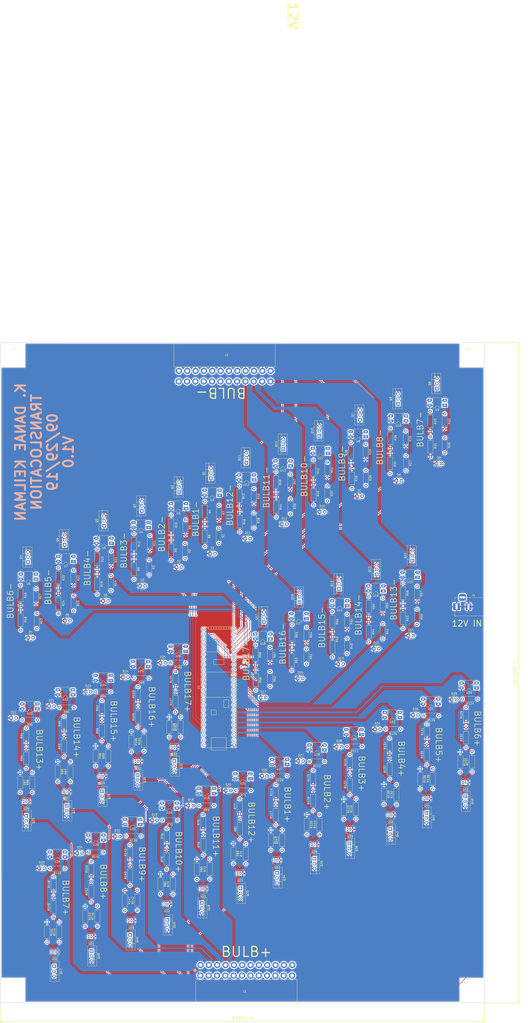
<source format=kicad_pcb>
(kicad_pcb (version 20171130) (host pcbnew "(5.0.0-3-g5ebb6b6)")
  (layers (0 F.Cu signal) (31 B.Cu signal) (34 B.Paste user) (35 F.Paste user) (36 B.SilkS user) (37 F.SilkS user) (38 B.Mask user) (39 F.Mask user) (44 Edge.Cuts user))
  (net 0 "")
  (net 1 +5V)
  (net 2 "Net-(J2-Pad24)")
  (net 3 "Net-(J2-Pad23)")
  (net 4 "Net-(J2-Pad22)")
  (net 5 "Net-(J2-Pad21)")
  (net 6 "Net-(J2-Pad20)")
  (net 7 "Net-(J2-Pad19)")
  (net 8 "Net-(J2-Pad18)")
  (net 9 +12V)
  (net 10 GND)
  (net 11 "Net-(Q1-Pad1)")
  (net 12 "Net-(Q4-Pad1)")
  (net 13 "Net-(Q6-Pad1)")
  (net 14 "Net-(Q8-Pad1)")
  (net 15 "Net-(Q10-Pad1)")
  (net 16 "Net-(Q12-Pad1)")
  (net 17 "Net-(Q14-Pad1)")
  (net 18 "Net-(Q16-Pad1)")
  (net 19 "Net-(Q18-Pad1)")
  (net 20 "Net-(Q20-Pad1)")
  (net 21 "Net-(Q21-Pad2)")
  (net 22 "Net-(Q23-Pad2)")
  (net 23 "Net-(Q24-Pad1)")
  (net 24 "Net-(Q26-Pad1)")
  (net 25 "Net-(Q27-Pad2)")
  (net 26 "Net-(Q29-Pad2)")
  (net 27 "Net-(Q30-Pad1)")
  (net 28 "Net-(Q33-Pad2)")
  (net 29 "Net-(Q34-Pad1)")
  (net 30 "Net-(Q36-Pad1)")
  (net 31 "Net-(Q40-Pad1)")
  (net 32 "Net-(Q41-Pad1)")
  (net 33 "Net-(Q42-Pad1)")
  (net 34 "Net-(Q46-Pad1)")
  (net 35 "Net-(Q47-Pad1)")
  (net 36 "Net-(Q48-Pad1)")
  (net 37 PIN21)
  (net 38 "Net-(Q3-Pad1)")
  (net 39 "Net-(R9-Pad1)")
  (net 40 "Net-(R17-Pad1)")
  (net 41 "Net-(R21-Pad1)")
  (net 42 "Net-(R29-Pad1)")
  (net 43 "Net-(R41-Pad1)")
  (net 44 "Net-(R45-Pad1)")
  (net 45 "Net-(R57-Pad1)")
  (net 46 PIN22)
  (net 47 PIN23)
  (net 48 PIN24)
  (net 49 PIN25)
  (net 50 PIN26)
  (net 51 PIN27)
  (net 52 PIN28)
  (net 53 PIN29)
  (net 54 PIN30)
  (net 55 PIN31)
  (net 56 PIN32)
  (net 57 PIN33)
  (net 58 PIN34)
  (net 59 PIN35)
  (net 60 PIN36)
  (net 61 PIN37)
  (net 62 "Net-(U1-Pad15)")
  (net 63 PIN12)
  (net 64 PIN11)
  (net 65 PIN10)
  (net 66 PIN9)
  (net 67 PIN8)
  (net 68 PIN7)
  (net 69 PIN6)
  (net 70 PIN5)
  (net 71 PIN4)
  (net 72 PIN3)
  (net 73 PIN2)
  (net 74 PIN1)
  (net 75 "Net-(U1-Pad2)")
  (net 76 "Net-(U1-Pad35)")
  (net 77 "Net-(U1-Pad36)")
  (net 78 "Net-(U1-Pad37)")
  (net 79 "Net-(U1-Pad38)")
  (net 80 "Net-(U1-Pad39)")
  (net 81 PIN13)
  (net 82 PIN14)
  (net 83 PIN15)
  (net 84 PIN16)
  (net 85 PIN17)
  (net 86 "Net-(U1-Pad45)")
  (net 87 "Net-(U1-Pad46)")
  (net 88 "Net-(U1-Pad47)")
  (net 89 "Net-(U1-Pad51)")
  (net 90 "Net-(U1-Pad52)")
  (net 91 "Net-(Q51-Pad2)")
  (net 92 "Net-(Q50-Pad2)")
  (net 93 "Net-(Q49-Pad2)")
  (net 94 "Net-(Q22-Pad2)")
  (net 95 "Net-(Q19-Pad1)")
  (net 96 "Net-(Q45-Pad2)")
  (net 97 "Net-(Q44-Pad2)")
  (net 98 "Net-(Q43-Pad2)")
  (net 99 "Net-(Q28-Pad2)")
  (net 100 "Net-(Q25-Pad1)")
  (net 101 "Net-(Q39-Pad2)")
  (net 102 "Net-(Q38-Pad2)")
  (net 103 "Net-(Q35-Pad1)")
  (net 104 "Net-(Q37-Pad2)")
  (net 105 "Net-(Q32-Pad2)")
  (net 106 "Net-(Q31-Pad1)")
  (net 107 +1)
  (net 108 +2)
  (net 109 +3)
  (net 110 +17)
  (net 111 +16)
  (net 112 +6)
  (net 113 +5)
  (net 114 +4)
  (net 115 +15)
  (net 116 +13)
  (net 117 +14)
  (net 118 +9)
  (net 119 +7)
  (net 120 +8)
  (net 121 +12)
  (net 122 +10)
  (net 123 +11)
  (net 124 -17)
  (net 125 "Net-(Q17-Pad1)")
  (net 126 -16)
  (net 127 "Net-(Q15-Pad1)")
  (net 128 -14)
  (net 129 -13)
  (net 130 -15)
  (net 131 "Net-(Q13-Pad1)")
  (net 132 -11)
  (net 133 "Net-(Q11-Pad1)")
  (net 134 -12)
  (net 135 -1)
  (net 136 -2)
  (net 137 "Net-(Q2-Pad1)")
  (net 138 -3)
  (net 139 -6)
  (net 140 "Net-(Q5-Pad1)")
  (net 141 -4)
  (net 142 -5)
  (net 143 -9)
  (net 144 "Net-(Q7-Pad1)")
  (net 145 -7)
  (net 146 "Net-(Q9-Pad1)")
  (net 147 -8)
  (net 148 -10)
  (net 149 "Net-(D5-Pad2)")
  (net 150 "Net-(R115-Pad2)")
  (net 151 "Net-(R114-Pad2)")
  (net 152 "Net-(D28-Pad2)")
  (net 153 "Net-(D27-Pad2)")
  (net 154 "Net-(D26-Pad2)")
  (net 155 "Net-(R121-Pad2)")
  (net 156 "Net-(R104-Pad2)")
  (net 157 "Net-(R103-Pad2)")
  (net 158 "Net-(D29-Pad2)")
  (net 159 "Net-(D30-Pad2)")
  (net 160 "Net-(D31-Pad2)")
  (net 161 "Net-(D25-Pad2)")
  (net 162 "Net-(D24-Pad2)")
  (net 163 "Net-(R129-Pad2)")
  (net 164 "Net-(R92-Pad2)")
  (net 165 "Net-(R131-Pad2)")
  (net 166 "Net-(R91-Pad2)")
  (net 167 "Net-(R90-Pad2)")
  (net 168 "Net-(R134-Pad2)")
  (net 169 "Net-(D23-Pad2)")
  (net 170 "Net-(D22-Pad2)")
  (net 171 "Net-(D21-Pad2)")
  (net 172 "Net-(R77-Pad2)")
  (net 173 "Net-(D32-Pad2)")
  (net 174 "Net-(D33-Pad2)")
  (net 175 "Net-(D34-Pad2)")
  (net 176 "Net-(R76-Pad2)")
  (net 177 "Net-(R143-Pad2)")
  (net 178 "Net-(R75-Pad2)")
  (net 179 "Net-(D20-Pad2)")
  (net 180 "Net-(D19-Pad2)")
  (net 181 "Net-(D18-Pad2)")
  (net 182 "Net-(R148-Pad2)")
  (net 183 "Net-(R67-Pad1)")
  (net 184 "Net-(R150-Pad2)")
  (net 185 "Net-(R64-Pad1)")
  (net 186 "Net-(D17-Pad2)")
  (net 187 "Net-(D16-Pad2)")
  (net 188 "Net-(R59-Pad1)")
  (net 189 "Net-(D13-Pad2)")
  (net 190 "Net-(D1-Pad2)")
  (net 191 "Net-(D2-Pad2)")
  (net 192 "Net-(D3-Pad2)")
  (net 193 "Net-(R55-Pad1)")
  (net 194 "Net-(D15-Pad2)")
  (net 195 "Net-(R7-Pad1)")
  (net 196 "Net-(D14-Pad2)")
  (net 197 "Net-(R47-Pad1)")
  (net 198 "Net-(R11-Pad1)")
  (net 199 "Net-(D4-Pad2)")
  (net 200 "Net-(D6-Pad2)")
  (net 201 "Net-(D12-Pad2)")
  (net 202 "Net-(D11-Pad2)")
  (net 203 "Net-(D10-Pad2)")
  (net 204 "Net-(R35-Pad1)")
  (net 205 "Net-(R32-Pad1)")
  (net 206 "Net-(R23-Pad1)")
  (net 207 "Net-(D7-Pad2)")
  (net 208 "Net-(D8-Pad2)")
  (net 209 "Net-(D9-Pad2)")
  (net 210 "Net-(R113-Pad2)")
  (net 211 "Net-(R112-Pad2)")
  (net 212 "Net-(R146-Pad2)")
  (net 213 "Net-(R144-Pad2)")
  (net 214 "Net-(R142-Pad2)")
  (net 215 "Net-(R72-Pad2)")
  (net 216 "Net-(R73-Pad2)")
  (net 217 "Net-(R74-Pad2)")
  (net 218 "Net-(R130-Pad2)")
  (net 219 "Net-(R128-Pad2)")
  (net 220 "Net-(R87-Pad2)")
  (net 221 "Net-(R88-Pad2)")
  (net 222 "Net-(R89-Pad2)")
  (net 223 "Net-(R127-Pad2)")
  (net 224 "Net-(R101-Pad2)")
  (net 225 "Net-(R102-Pad2)")
  (net 226 "Net-(R116-Pad2)")
  (net 227 "Net-(J3-Pad18)")
  (net 228 "Net-(J3-Pad19)")
  (net 229 "Net-(J3-Pad20)")
  (net 230 "Net-(J3-Pad21)")
  (net 231 "Net-(J3-Pad22)")
  (net 232 "Net-(J3-Pad23)")
  (net 233 "Net-(J3-Pad24)")
  (module MeowWolf_Templates:TEENSY_3.5_3.6_NO_SILK_MINIMAL (layer F.Cu) (at 216.662 280.416 90)
    (fp_text reference U1 (at 0 -10.16 90) (layer F.SilkS))
    (fp_text value TEENSY_3.5)
    (pad 17 thru_hole circle (at 11.43 7.62 90) (size 1.6 1.6) (drill 1.1) (layers *.Cu *.Mask) (net 49 PIN25))
    (pad 18 thru_hole circle (at 13.97 7.62 90) (size 1.6 1.6) (drill 1.1) (layers *.Cu *.Mask) (net 50 PIN26))
    (pad 19 thru_hole circle (at 16.51 7.62 90) (size 1.6 1.6) (drill 1.1) (layers *.Cu *.Mask) (net 51 PIN27))
    (pad 20 thru_hole circle (at 19.05 7.62 90) (size 1.6 1.6) (drill 1.1) (layers *.Cu *.Mask) (net 52 PIN28))
    (pad 16 thru_hole circle (at 8.89 7.62 90) (size 1.6 1.6) (drill 1.1) (layers *.Cu *.Mask) (net 48 PIN24))
    (pad 15 thru_hole circle (at 6.35 7.62 90) (size 1.6 1.6) (drill 1.1) (layers *.Cu *.Mask) (net 62 "Net-(U1-Pad15)"))
    (pad 14 thru_hole circle (at 3.81 7.62 90) (size 1.6 1.6) (drill 1.1) (layers *.Cu *.Mask) (net 63 PIN12))
    (pad 21 thru_hole circle (at 21.59 7.62 90) (size 1.6 1.6) (drill 1.1) (layers *.Cu *.Mask) (net 53 PIN29))
    (pad 22 thru_hole circle (at 24.13 7.62 90) (size 1.6 1.6) (drill 1.1) (layers *.Cu *.Mask) (net 54 PIN30))
    (pad 23 thru_hole circle (at 26.67 7.62 90) (size 1.6 1.6) (drill 1.1) (layers *.Cu *.Mask) (net 55 PIN31))
    (pad 24 thru_hole circle (at 29.21 7.62 90) (size 1.6 1.6) (drill 1.1) (layers *.Cu *.Mask) (net 56 PIN32))
    (pad 30 thru_hole circle (at 29.21 -7.62 90) (size 1.6 1.6) (drill 1.1) (layers *.Cu *.Mask) (net 57 PIN33))
    (pad 31 thru_hole circle (at 26.67 -7.62 90) (size 1.6 1.6) (drill 1.1) (layers *.Cu *.Mask) (net 58 PIN34))
    (pad 32 thru_hole circle (at 24.13 -7.62 90) (size 1.6 1.6) (drill 1.1) (layers *.Cu *.Mask) (net 59 PIN35))
    (pad 33 thru_hole circle (at 21.59 -7.62 90) (size 1.6 1.6) (drill 1.1) (layers *.Cu *.Mask) (net 60 PIN36))
    (pad 34 thru_hole circle (at 19.05 -7.62 90) (size 1.6 1.6) (drill 1.1) (layers *.Cu *.Mask) (net 61 PIN37))
    (pad 35 thru_hole circle (at 16.51 -7.62 90) (size 1.6 1.6) (drill 1.1) (layers *.Cu *.Mask) (net 76 "Net-(U1-Pad35)"))
    (pad 36 thru_hole circle (at 13.97 -7.62 90) (size 1.6 1.6) (drill 1.1) (layers *.Cu *.Mask) (net 77 "Net-(U1-Pad36)"))
    (pad 37 thru_hole circle (at 11.43 -7.62 90) (size 1.6 1.6) (drill 1.1) (layers *.Cu *.Mask) (net 78 "Net-(U1-Pad37)"))
    (pad 13 thru_hole circle (at 1.27 7.62 90) (size 1.6 1.6) (drill 1.1) (layers *.Cu *.Mask) (net 64 PIN11))
    (pad 12 thru_hole circle (at -1.27 7.62 90) (size 1.6 1.6) (drill 1.1) (layers *.Cu *.Mask) (net 65 PIN10))
    (pad 11 thru_hole circle (at -3.81 7.62 90) (size 1.6 1.6) (drill 1.1) (layers *.Cu *.Mask) (net 66 PIN9))
    (pad 10 thru_hole circle (at -6.35 7.62 90) (size 1.6 1.6) (drill 1.1) (layers *.Cu *.Mask) (net 67 PIN8))
    (pad 9 thru_hole circle (at -8.89 7.62 90) (size 1.6 1.6) (drill 1.1) (layers *.Cu *.Mask) (net 68 PIN7))
    (pad 8 thru_hole circle (at -11.43 7.62 90) (size 1.6 1.6) (drill 1.1) (layers *.Cu *.Mask) (net 69 PIN6))
    (pad 7 thru_hole circle (at -13.97 7.62 90) (size 1.6 1.6) (drill 1.1) (layers *.Cu *.Mask) (net 70 PIN5))
    (pad 6 thru_hole circle (at -16.51 7.62 90) (size 1.6 1.6) (drill 1.1) (layers *.Cu *.Mask) (net 71 PIN4))
    (pad 5 thru_hole circle (at -19.05 7.62 90) (size 1.6 1.6) (drill 1.1) (layers *.Cu *.Mask) (net 72 PIN3))
    (pad 4 thru_hole circle (at -21.59 7.62 90) (size 1.6 1.6) (drill 1.1) (layers *.Cu *.Mask) (net 73 PIN2))
    (pad 3 thru_hole circle (at -24.13 7.62 90) (size 1.6 1.6) (drill 1.1) (layers *.Cu *.Mask) (net 74 PIN1))
    (pad 2 thru_hole circle (at -26.67 7.62 90) (size 1.6 1.6) (drill 1.1) (layers *.Cu *.Mask) (net 75 "Net-(U1-Pad2)"))
    (pad 1 thru_hole rect (at -29.21 7.62 90) (size 1.6 1.6) (drill 1.1) (layers *.Cu *.Mask) (net 10 GND))
    (pad 38 thru_hole circle (at 8.89 -7.62 90) (size 1.6 1.6) (drill 1.1) (layers *.Cu *.Mask) (net 79 "Net-(U1-Pad38)"))
    (pad 39 thru_hole circle (at 6.35 -7.62 90) (size 1.6 1.6) (drill 1.1) (layers *.Cu *.Mask) (net 80 "Net-(U1-Pad39)"))
    (pad 40 thru_hole circle (at 3.81 -7.62 90) (size 1.6 1.6) (drill 1.1) (layers *.Cu *.Mask) (net 81 PIN13))
    (pad 41 thru_hole circle (at 1.27 -7.62 90) (size 1.6 1.6) (drill 1.1) (layers *.Cu *.Mask) (net 82 PIN14))
    (pad 42 thru_hole circle (at -1.27 -7.62 90) (size 1.6 1.6) (drill 1.1) (layers *.Cu *.Mask) (net 83 PIN15))
    (pad 43 thru_hole circle (at -3.81 -7.62 90) (size 1.6 1.6) (drill 1.1) (layers *.Cu *.Mask) (net 84 PIN16))
    (pad 44 thru_hole circle (at -6.35 -7.62 90) (size 1.6 1.6) (drill 1.1) (layers *.Cu *.Mask) (net 85 PIN17))
    (pad 45 thru_hole circle (at -8.89 -7.62 90) (size 1.6 1.6) (drill 1.1) (layers *.Cu *.Mask) (net 86 "Net-(U1-Pad45)"))
    (pad 46 thru_hole circle (at -11.43 -7.62 90) (size 1.6 1.6) (drill 1.1) (layers *.Cu *.Mask) (net 87 "Net-(U1-Pad46)"))
    (pad 47 thru_hole circle (at -13.97 -7.62 90) (size 1.6 1.6) (drill 1.1) (layers *.Cu *.Mask) (net 88 "Net-(U1-Pad47)"))
    (pad 48 thru_hole circle (at -16.51 -7.62 90) (size 1.6 1.6) (drill 1.1) (layers *.Cu *.Mask) (net 37 PIN21))
    (pad 49 thru_hole circle (at -19.05 -7.62 90) (size 1.6 1.6) (drill 1.1) (layers *.Cu *.Mask) (net 46 PIN22))
    (pad 50 thru_hole circle (at -21.59 -7.62 90) (size 1.6 1.6) (drill 1.1) (layers *.Cu *.Mask) (net 47 PIN23))
    (pad 51 thru_hole circle (at -24.13 -7.62 90) (size 1.6 1.6) (drill 1.1) (layers *.Cu *.Mask) (net 89 "Net-(U1-Pad51)"))
    (pad 52 thru_hole circle (at -26.67 -7.62 90) (size 1.6 1.6) (drill 1.1) (layers *.Cu *.Mask) (net 90 "Net-(U1-Pad52)"))
    (pad 53 thru_hole circle (at -29.21 -7.62 90) (size 1.6 1.6) (drill 1.1) (layers *.Cu *.Mask) (net 1 +5V))
  )
  (module MeowWolf_Connectors:CONN02x12 (layer F.Cu) (at 221.615 113.03)
    (fp_text reference J2 (at -1 0 180) (layer F.SilkS))
    (fp_text value BULB-)
    (pad 1 thru_hole circle (at -25 8) (size 3.175 3.175) (drill 1.778) (layers *.Cu *.Mask) (net 135 -1))
    (pad 2 thru_hole circle (at -20.8 8) (size 3.175 3.175) (drill 1.778) (layers *.Cu *.Mask) (net 136 -2))
    (pad 3 thru_hole circle (at -16.6 8) (size 3.175 3.175) (drill 1.778) (layers *.Cu *.Mask) (net 138 -3))
    (pad 4 thru_hole circle (at -12.4 8) (size 3.175 3.175) (drill 1.778) (layers *.Cu *.Mask) (net 141 -4))
    (pad 5 thru_hole circle (at -8.2 8) (size 3.175 3.175) (drill 1.778) (layers *.Cu *.Mask) (net 142 -5))
    (pad 6 thru_hole circle (at -4 8) (size 3.175 3.175) (drill 1.778) (layers *.Cu *.Mask) (net 139 -6))
    (pad 7 thru_hole circle (at 0.2 8) (size 3.175 3.175) (drill 1.778) (layers *.Cu *.Mask) (net 145 -7))
    (pad 8 thru_hole circle (at 4.4 8) (size 3.175 3.175) (drill 1.778) (layers *.Cu *.Mask) (net 147 -8))
    (pad 9 thru_hole circle (at 8.6 8) (size 3.175 3.175) (drill 1.778) (layers *.Cu *.Mask) (net 143 -9))
    (pad 10 thru_hole circle (at 12.8 8) (size 3.175 3.175) (drill 1.778) (layers *.Cu *.Mask) (net 148 -10))
    (pad 11 thru_hole circle (at 17 8) (size 3.175 3.175) (drill 1.778) (layers *.Cu *.Mask) (net 132 -11))
    (pad 12 thru_hole circle (at 21.2 8) (size 3.175 3.175) (drill 1.778) (layers *.Cu *.Mask) (net 134 -12))
    (pad 13 thru_hole circle (at 21.1 13.3) (size 3.175 3.175) (drill 1.778) (layers *.Cu *.Mask) (net 129 -13))
    (pad 14 thru_hole circle (at 16.9 13.3) (size 3.175 3.175) (drill 1.778) (layers *.Cu *.Mask) (net 128 -14))
    (pad 15 thru_hole circle (at 12.7 13.3) (size 3.175 3.175) (drill 1.778) (layers *.Cu *.Mask) (net 130 -15))
    (pad 16 thru_hole circle (at 8.5 13.3) (size 3.175 3.175) (drill 1.778) (layers *.Cu *.Mask) (net 126 -16))
    (pad 17 thru_hole circle (at 4.3 13.3) (size 3.175 3.175) (drill 1.778) (layers *.Cu *.Mask) (net 124 -17))
    (pad 18 thru_hole circle (at 0.1 13.3) (size 3.175 3.175) (drill 1.778) (layers *.Cu *.Mask) (net 8 "Net-(J2-Pad18)"))
    (pad 19 thru_hole circle (at -4.1 13.3) (size 3.175 3.175) (drill 1.778) (layers *.Cu *.Mask) (net 7 "Net-(J2-Pad19)"))
    (pad 20 thru_hole circle (at -8.3 13.3) (size 3.175 3.175) (drill 1.778) (layers *.Cu *.Mask) (net 6 "Net-(J2-Pad20)"))
    (pad 21 thru_hole circle (at -12.5 13.3) (size 3.175 3.175) (drill 1.778) (layers *.Cu *.Mask) (net 5 "Net-(J2-Pad21)"))
    (pad 22 thru_hole circle (at -16.7 13.3) (size 3.175 3.175) (drill 1.778) (layers *.Cu *.Mask) (net 4 "Net-(J2-Pad22)"))
    (pad 23 thru_hole circle (at -20.9 13.3) (size 3.175 3.175) (drill 1.778) (layers *.Cu *.Mask) (net 3 "Net-(J2-Pad23)"))
    (pad 24 thru_hole circle (at -25.1 13.3) (size 3.175 3.175) (drill 1.778) (layers *.Cu *.Mask) (net 2 "Net-(J2-Pad24)"))
  )
  (module MeowWolf_Connectors:CONN02x12 (layer F.Cu) (at 228.6 433.705 180)
    (fp_text reference J3 (at -1 0) (layer F.SilkS))
    (fp_text value BULB+)
    (pad 1 thru_hole circle (at -25 8 180) (size 3.175 3.175) (drill 1.778) (layers *.Cu *.Mask) (net 107 +1))
    (pad 2 thru_hole circle (at -20.8 8 180) (size 3.175 3.175) (drill 1.778) (layers *.Cu *.Mask) (net 108 +2))
    (pad 3 thru_hole circle (at -16.6 8 180) (size 3.175 3.175) (drill 1.778) (layers *.Cu *.Mask) (net 109 +3))
    (pad 4 thru_hole circle (at -12.4 8 180) (size 3.175 3.175) (drill 1.778) (layers *.Cu *.Mask) (net 114 +4))
    (pad 5 thru_hole circle (at -8.2 8 180) (size 3.175 3.175) (drill 1.778) (layers *.Cu *.Mask) (net 113 +5))
    (pad 6 thru_hole circle (at -4 8 180) (size 3.175 3.175) (drill 1.778) (layers *.Cu *.Mask) (net 112 +6))
    (pad 7 thru_hole circle (at 0.2 8 180) (size 3.175 3.175) (drill 1.778) (layers *.Cu *.Mask) (net 119 +7))
    (pad 8 thru_hole circle (at 4.4 8 180) (size 3.175 3.175) (drill 1.778) (layers *.Cu *.Mask) (net 120 +8))
    (pad 9 thru_hole circle (at 8.6 8 180) (size 3.175 3.175) (drill 1.778) (layers *.Cu *.Mask) (net 118 +9))
    (pad 10 thru_hole circle (at 12.8 8 180) (size 3.175 3.175) (drill 1.778) (layers *.Cu *.Mask) (net 122 +10))
    (pad 11 thru_hole circle (at 17 8 180) (size 3.175 3.175) (drill 1.778) (layers *.Cu *.Mask) (net 123 +11))
    (pad 12 thru_hole circle (at 21.2 8 180) (size 3.175 3.175) (drill 1.778) (layers *.Cu *.Mask) (net 121 +12))
    (pad 13 thru_hole circle (at 21.1 13.3 180) (size 3.175 3.175) (drill 1.778) (layers *.Cu *.Mask) (net 116 +13))
    (pad 14 thru_hole circle (at 16.9 13.3 180) (size 3.175 3.175) (drill 1.778) (layers *.Cu *.Mask) (net 117 +14))
    (pad 15 thru_hole circle (at 12.7 13.3 180) (size 3.175 3.175) (drill 1.778) (layers *.Cu *.Mask) (net 115 +15))
    (pad 16 thru_hole circle (at 8.5 13.3 180) (size 3.175 3.175) (drill 1.778) (layers *.Cu *.Mask) (net 111 +16))
    (pad 17 thru_hole circle (at 4.3 13.3 180) (size 3.175 3.175) (drill 1.778) (layers *.Cu *.Mask) (net 110 +17))
    (pad 18 thru_hole circle (at 0.1 13.3 180) (size 3.175 3.175) (drill 1.778) (layers *.Cu *.Mask) (net 227 "Net-(J3-Pad18)"))
    (pad 19 thru_hole circle (at -4.1 13.3 180) (size 3.175 3.175) (drill 1.778) (layers *.Cu *.Mask) (net 228 "Net-(J3-Pad19)"))
    (pad 20 thru_hole circle (at -8.3 13.3 180) (size 3.175 3.175) (drill 1.778) (layers *.Cu *.Mask) (net 229 "Net-(J3-Pad20)"))
    (pad 21 thru_hole circle (at -12.5 13.3 180) (size 3.175 3.175) (drill 1.778) (layers *.Cu *.Mask) (net 230 "Net-(J3-Pad21)"))
    (pad 22 thru_hole circle (at -16.7 13.3 180) (size 3.175 3.175) (drill 1.778) (layers *.Cu *.Mask) (net 231 "Net-(J3-Pad22)"))
    (pad 23 thru_hole circle (at -20.9 13.3 180) (size 3.175 3.175) (drill 1.778) (layers *.Cu *.Mask) (net 232 "Net-(J3-Pad23)"))
    (pad 24 thru_hole circle (at -25.1 13.3 180) (size 3.175 3.175) (drill 1.778) (layers *.Cu *.Mask) (net 233 "Net-(J3-Pad24)"))
  )
  (module Connector_BarrelJack:BarrelJack_Horizontal (layer F.Cu) (at 336.423 239.8395 180)
    (fp_text reference J1 (at -8.45 5.75 180) (layer F.SilkS))
    (fp_text value Barrel_Jack)
    (pad 1 thru_hole rect (at 0 0 180) (size 3.5 3.5) (drill oval 1 3) (layers *.Cu *.Mask) (net 9 +12V))
    (pad 2 thru_hole roundrect (at -6 0 180) (size 3 3.5) (drill oval 1 3) (layers *.Cu *.Mask) (net 10 GND))
    (pad 3 thru_hole roundrect (at -3 4.7 180) (size 3.5 3.5) (drill oval 3 1) (layers *.Cu *.Mask))
  )
  (module LEDs:LED_D3.0mm (layer F.Cu) (at 201.3585 340.0425)
    (fp_text reference D18 (at 1.27 -2.96) (layer F.SilkS))
    (fp_text value LED)
    (pad 2 thru_hole circle (at 2.54 0) (size 1.8 1.8) (drill 0.9) (layers *.Cu *.Mask) (net 181 "Net-(D18-Pad2)"))
    (pad 1 thru_hole rect (at 0 0) (size 1.8 1.8) (drill 0.9) (layers *.Cu *.Mask) (net 10 GND))
  )
  (module LEDs:LED_D3.0mm (layer F.Cu) (at 183.0705 347.5355)
    (fp_text reference D19 (at 1.27 -2.96) (layer F.SilkS))
    (fp_text value LED)
    (pad 1 thru_hole rect (at 0 0) (size 1.8 1.8) (drill 0.9) (layers *.Cu *.Mask) (net 10 GND))
    (pad 2 thru_hole circle (at 2.54 0) (size 1.8 1.8) (drill 0.9) (layers *.Cu *.Mask) (net 180 "Net-(D19-Pad2)"))
  )
  (module LEDs:LED_D3.0mm (layer F.Cu) (at 220.218 332.486)
    (fp_text reference D20 (at 1.27 -2.96) (layer F.SilkS))
    (fp_text value LED)
    (pad 2 thru_hole circle (at 2.54 0) (size 1.8 1.8) (drill 0.9) (layers *.Cu *.Mask) (net 179 "Net-(D20-Pad2)"))
    (pad 1 thru_hole rect (at 0 0) (size 1.8 1.8) (drill 0.9) (layers *.Cu *.Mask) (net 10 GND))
  )
  (module LEDs:LED_D3.0mm (layer F.Cu) (at 131.191 289.941)
    (fp_text reference D21 (at 1.27 -2.96) (layer F.SilkS))
    (fp_text value LED)
    (pad 1 thru_hole rect (at 0 0) (size 1.8 1.8) (drill 0.9) (layers *.Cu *.Mask) (net 10 GND))
    (pad 2 thru_hole circle (at 2.54 0) (size 1.8 1.8) (drill 0.9) (layers *.Cu *.Mask) (net 171 "Net-(D21-Pad2)"))
  )
  (module LEDs:LED_D3.0mm (layer F.Cu) (at 112.141 295.91)
    (fp_text reference D22 (at 1.27 -2.96) (layer F.SilkS))
    (fp_text value LED)
    (pad 2 thru_hole circle (at 2.54 0) (size 1.8 1.8) (drill 0.9) (layers *.Cu *.Mask) (net 170 "Net-(D22-Pad2)"))
    (pad 1 thru_hole rect (at 0 0) (size 1.8 1.8) (drill 0.9) (layers *.Cu *.Mask) (net 10 GND))
  )
  (module LEDs:LED_D3.0mm (layer F.Cu) (at 149.606 282.702)
    (fp_text reference D23 (at 1.27 -2.96) (layer F.SilkS))
    (fp_text value LED)
    (pad 1 thru_hole rect (at 0 0) (size 1.8 1.8) (drill 0.9) (layers *.Cu *.Mask) (net 10 GND))
    (pad 2 thru_hole circle (at 2.54 0) (size 1.8 1.8) (drill 0.9) (layers *.Cu *.Mask) (net 169 "Net-(D23-Pad2)"))
  )
  (module LEDs:LED_D3.0mm (layer F.Cu) (at 168.402 275.336)
    (fp_text reference D24 (at 1.27 -2.96) (layer F.SilkS))
    (fp_text value LED)
    (pad 2 thru_hole circle (at 2.54 0) (size 1.8 1.8) (drill 0.9) (layers *.Cu *.Mask) (net 162 "Net-(D24-Pad2)"))
    (pad 1 thru_hole rect (at 0 0) (size 1.8 1.8) (drill 0.9) (layers *.Cu *.Mask) (net 10 GND))
  )
  (module LEDs:LED_D3.0mm (layer F.Cu) (at 187.325 268.097)
    (fp_text reference D25 (at 1.27 -2.96) (layer F.SilkS))
    (fp_text value LED)
    (pad 1 thru_hole rect (at 0 0) (size 1.8 1.8) (drill 0.9) (layers *.Cu *.Mask) (net 10 GND))
    (pad 2 thru_hole circle (at 2.54 0) (size 1.8 1.8) (drill 0.9) (layers *.Cu *.Mask) (net 161 "Net-(D25-Pad2)"))
  )
  (module LEDs:LED_D3.0mm (layer F.Cu) (at 238.4425 325.0565)
    (fp_text reference D26 (at 1.27 -2.96) (layer F.SilkS))
    (fp_text value LED)
    (pad 2 thru_hole circle (at 2.54 0) (size 1.8 1.8) (drill 0.9) (layers *.Cu *.Mask) (net 154 "Net-(D26-Pad2)"))
    (pad 1 thru_hole rect (at 0 0) (size 1.8 1.8) (drill 0.9) (layers *.Cu *.Mask) (net 10 GND))
  )
  (module LEDs:LED_D3.0mm (layer F.Cu) (at 256.7305 317.627)
    (fp_text reference D27 (at 1.27 -2.96) (layer F.SilkS))
    (fp_text value LED)
    (pad 1 thru_hole rect (at 0 0) (size 1.8 1.8) (drill 0.9) (layers *.Cu *.Mask) (net 10 GND))
    (pad 2 thru_hole circle (at 2.54 0) (size 1.8 1.8) (drill 0.9) (layers *.Cu *.Mask) (net 153 "Net-(D27-Pad2)"))
  )
  (module LEDs:LED_D3.0mm (layer F.Cu) (at 275.971 310.388)
    (fp_text reference D28 (at 1.27 -2.96) (layer F.SilkS))
    (fp_text value LED)
    (pad 2 thru_hole circle (at 2.54 0) (size 1.8 1.8) (drill 0.9) (layers *.Cu *.Mask) (net 152 "Net-(D28-Pad2)"))
    (pad 1 thru_hole rect (at 0 0) (size 1.8 1.8) (drill 0.9) (layers *.Cu *.Mask) (net 10 GND))
  )
  (module LEDs:LED_D3.0mm (layer F.Cu) (at 333.9465 286.639)
    (fp_text reference D29 (at 1.27 -2.96) (layer F.SilkS))
    (fp_text value LED)
    (pad 1 thru_hole rect (at 0 0) (size 1.8 1.8) (drill 0.9) (layers *.Cu *.Mask) (net 10 GND))
    (pad 2 thru_hole circle (at 2.54 0) (size 1.8 1.8) (drill 0.9) (layers *.Cu *.Mask) (net 158 "Net-(D29-Pad2)"))
  )
  (module LEDs:LED_D3.0mm (layer F.Cu) (at 314.5155 294.386)
    (fp_text reference D30 (at 1.27 -2.96) (layer F.SilkS))
    (fp_text value LED)
    (pad 2 thru_hole circle (at 2.54 0) (size 1.8 1.8) (drill 0.9) (layers *.Cu *.Mask) (net 159 "Net-(D30-Pad2)"))
    (pad 1 thru_hole rect (at 0 0) (size 1.8 1.8) (drill 0.9) (layers *.Cu *.Mask) (net 10 GND))
  )
  (module LEDs:LED_D3.0mm (layer F.Cu) (at 295.3385 301.625)
    (fp_text reference D31 (at 1.27 -2.96) (layer F.SilkS))
    (fp_text value LED)
    (pad 1 thru_hole rect (at 0 0) (size 1.8 1.8) (drill 0.9) (layers *.Cu *.Mask) (net 10 GND))
    (pad 2 thru_hole circle (at 2.54 0) (size 1.8 1.8) (drill 0.9) (layers *.Cu *.Mask) (net 160 "Net-(D31-Pad2)"))
  )
  (module LEDs:LED_D3.0mm (layer F.Cu) (at 164.4015 355.6635)
    (fp_text reference D32 (at 1.27 -2.96) (layer F.SilkS))
    (fp_text value LED)
    (pad 2 thru_hole circle (at 2.54 0) (size 1.8 1.8) (drill 0.9) (layers *.Cu *.Mask) (net 173 "Net-(D32-Pad2)"))
    (pad 1 thru_hole rect (at 0 0) (size 1.8 1.8) (drill 0.9) (layers *.Cu *.Mask) (net 10 GND))
  )
  (module LEDs:LED_D3.0mm (layer F.Cu) (at 126.3015 371.6655)
    (fp_text reference D33 (at 1.27 -2.96) (layer F.SilkS))
    (fp_text value LED)
    (pad 1 thru_hole rect (at 0 0) (size 1.8 1.8) (drill 0.9) (layers *.Cu *.Mask) (net 10 GND))
    (pad 2 thru_hole circle (at 2.54 0) (size 1.8 1.8) (drill 0.9) (layers *.Cu *.Mask) (net 174 "Net-(D33-Pad2)"))
  )
  (module LEDs:LED_D3.0mm (layer F.Cu) (at 145.415 364.0455)
    (fp_text reference D34 (at 1.27 -2.96) (layer F.SilkS))
    (fp_text value LED)
    (pad 2 thru_hole circle (at 2.54 0) (size 1.8 1.8) (drill 0.9) (layers *.Cu *.Mask) (net 175 "Net-(D34-Pad2)"))
    (pad 1 thru_hole rect (at 0 0) (size 1.8 1.8) (drill 0.9) (layers *.Cu *.Mask) (net 10 GND))
  )
  (module Resistors_THT:R_Axial_DIN0207_L6.3mm_D2.5mm_P10.16mm_Horizontal (layer F.Cu) (at 267.3985 354.711 90)
    (fp_text reference R113 (at 5.08 -2.31 90) (layer F.SilkS))
    (fp_text value 10K)
    (pad 1 thru_hole circle (at 0 0 90) (size 1.6 1.6) (drill 0.8) (layers *.Cu *.Mask) (net 102 "Net-(Q38-Pad2)"))
    (pad 2 thru_hole oval (at 10.16 0 90) (size 1.6 1.6) (drill 0.8) (layers *.Cu *.Mask) (net 210 "Net-(R113-Pad2)"))
  )
  (module Resistors_THT:R_Axial_DIN0207_L6.3mm_D2.5mm_P10.16mm_Horizontal (layer F.Cu) (at 172.72 302.768 270)
    (fp_text reference R106 (at 5.08 -2.31 270) (layer F.SilkS))
    (fp_text value 10K)
    (pad 2 thru_hole oval (at 10.16 0 270) (size 1.6 1.6) (drill 0.8) (layers *.Cu *.Mask) (net 27 "Net-(Q30-Pad1)"))
    (pad 1 thru_hole circle (at 0 0 270) (size 1.6 1.6) (drill 0.8) (layers *.Cu *.Mask) (net 9 +12V))
  )
  (module Resistors_THT:R_Axial_DIN0207_L6.3mm_D2.5mm_P10.16mm_Horizontal (layer F.Cu) (at 176.022 300.482 90)
    (fp_text reference R105 (at 5.08 -2.31 90) (layer F.SilkS))
    (fp_text value 10K)
    (pad 1 thru_hole circle (at 0 0 90) (size 1.6 1.6) (drill 0.8) (layers *.Cu *.Mask) (net 224 "Net-(R101-Pad2)"))
    (pad 2 thru_hole oval (at 10.16 0 90) (size 1.6 1.6) (drill 0.8) (layers *.Cu *.Mask) (net 10 GND))
  )
  (module Resistors_THT:R_Axial_DIN0207_L6.3mm_D2.5mm_P10.16mm_Horizontal (layer F.Cu) (at 282.702 334.645 90)
    (fp_text reference R122 (at 5.08 -2.31 90) (layer F.SilkS))
    (fp_text value 10K)
    (pad 2 thru_hole oval (at 10.16 0 90) (size 1.6 1.6) (drill 0.8) (layers *.Cu *.Mask) (net 10 GND))
    (pad 1 thru_hole circle (at 0 0 90) (size 1.6 1.6) (drill 0.8) (layers *.Cu *.Mask) (net 226 "Net-(R116-Pad2)"))
  )
  (module Resistors_THT:R_Axial_DIN0207_L6.3mm_D2.5mm_P10.16mm_Horizontal (layer F.Cu) (at 197.485 305.562 90)
    (fp_text reference R102 (at 5.08 -2.31 90) (layer F.SilkS))
    (fp_text value 10K)
    (pad 1 thru_hole circle (at 0 0 90) (size 1.6 1.6) (drill 0.8) (layers *.Cu *.Mask) (net 28 "Net-(Q33-Pad2)"))
    (pad 2 thru_hole oval (at 10.16 0 90) (size 1.6 1.6) (drill 0.8) (layers *.Cu *.Mask) (net 225 "Net-(R102-Pad2)"))
  )
  (module Resistors_THT:R_Axial_DIN0207_L6.3mm_D2.5mm_P10.16mm_Horizontal (layer F.Cu) (at 179.07 312.674 90)
    (fp_text reference R101 (at 5.08 -2.31 90) (layer F.SilkS))
    (fp_text value 10K)
    (pad 2 thru_hole oval (at 10.16 0 90) (size 1.6 1.6) (drill 0.8) (layers *.Cu *.Mask) (net 224 "Net-(R101-Pad2)"))
    (pad 1 thru_hole circle (at 0 0 90) (size 1.6 1.6) (drill 0.8) (layers *.Cu *.Mask) (net 105 "Net-(Q32-Pad2)"))
  )
  (module Resistors_THT:R_Axial_DIN0207_L6.3mm_D2.5mm_P10.16mm_Horizontal (layer F.Cu) (at 154.686 310.007 270)
    (fp_text reference R98 (at 5.08 -2.31 270) (layer F.SilkS))
    (fp_text value 10K)
    (pad 1 thru_hole circle (at 0 0 270) (size 1.6 1.6) (drill 0.8) (layers *.Cu *.Mask) (net 9 +12V))
    (pad 2 thru_hole oval (at 10.16 0 270) (size 1.6 1.6) (drill 0.8) (layers *.Cu *.Mask) (net 24 "Net-(Q26-Pad1)"))
  )
  (module Resistors_THT:R_Axial_DIN0207_L6.3mm_D2.5mm_P10.16mm_Horizontal (layer F.Cu) (at 116.713 323.342 270)
    (fp_text reference R97 (at 5.08 -2.31 270) (layer F.SilkS))
    (fp_text value 10K)
    (pad 2 thru_hole oval (at 10.16 0 270) (size 1.6 1.6) (drill 0.8) (layers *.Cu *.Mask) (net 100 "Net-(Q25-Pad1)"))
    (pad 1 thru_hole circle (at 0 0 270) (size 1.6 1.6) (drill 0.8) (layers *.Cu *.Mask) (net 9 +12V))
  )
  (module Resistors_THT:R_Axial_DIN0207_L6.3mm_D2.5mm_P10.16mm_Horizontal (layer F.Cu) (at 119.761 321.31 90)
    (fp_text reference R94 (at 5.08 -2.31 90) (layer F.SilkS))
    (fp_text value 10K)
    (pad 1 thru_hole circle (at 0 0 90) (size 1.6 1.6) (drill 0.8) (layers *.Cu *.Mask) (net 221 "Net-(R88-Pad2)"))
    (pad 2 thru_hole oval (at 10.16 0 90) (size 1.6 1.6) (drill 0.8) (layers *.Cu *.Mask) (net 10 GND))
  )
  (module Resistors_THT:R_Axial_DIN0207_L6.3mm_D2.5mm_P10.16mm_Horizontal (layer F.Cu) (at 138.811 315.341 90)
    (fp_text reference R93 (at 5.08 -2.31 90) (layer F.SilkS))
    (fp_text value 10K)
    (pad 2 thru_hole oval (at 10.16 0 90) (size 1.6 1.6) (drill 0.8) (layers *.Cu *.Mask) (net 10 GND))
    (pad 1 thru_hole circle (at 0 0 90) (size 1.6 1.6) (drill 0.8) (layers *.Cu *.Mask) (net 220 "Net-(R87-Pad2)"))
  )
  (module Resistors_THT:R_Axial_DIN0207_L6.3mm_D2.5mm_P10.16mm_Horizontal (layer F.Cu) (at 306.1335 339.598 90)
    (fp_text reference R130 (at 5.08 -2.31 90) (layer F.SilkS))
    (fp_text value 10K)
    (pad 1 thru_hole circle (at 0 0 90) (size 1.6 1.6) (drill 0.8) (layers *.Cu *.Mask) (net 96 "Net-(Q45-Pad2)"))
    (pad 2 thru_hole oval (at 10.16 0 90) (size 1.6 1.6) (drill 0.8) (layers *.Cu *.Mask) (net 218 "Net-(R130-Pad2)"))
  )
  (module Resistors_THT:R_Axial_DIN0207_L6.3mm_D2.5mm_P10.16mm_Horizontal (layer F.Cu) (at 338.2645 313.055 270)
    (fp_text reference R133 (at 5.08 -2.31 270) (layer F.SilkS))
    (fp_text value 10K)
    (pad 2 thru_hole oval (at 10.16 0 270) (size 1.6 1.6) (drill 0.8) (layers *.Cu *.Mask) (net 31 "Net-(Q40-Pad1)"))
    (pad 1 thru_hole circle (at 0 0 270) (size 1.6 1.6) (drill 0.8) (layers *.Cu *.Mask) (net 9 +12V))
  )
  (module Resistors_THT:R_Axial_DIN0207_L6.3mm_D2.5mm_P10.16mm_Horizontal (layer F.Cu) (at 161.036 320.167 90)
    (fp_text reference R89 (at 5.08 -2.31 90) (layer F.SilkS))
    (fp_text value 10K)
    (pad 1 thru_hole circle (at 0 0 90) (size 1.6 1.6) (drill 0.8) (layers *.Cu *.Mask) (net 26 "Net-(Q29-Pad2)"))
    (pad 2 thru_hole oval (at 10.16 0 90) (size 1.6 1.6) (drill 0.8) (layers *.Cu *.Mask) (net 222 "Net-(R89-Pad2)"))
  )
  (module Resistors_THT:R_Axial_DIN0207_L6.3mm_D2.5mm_P10.16mm_Horizontal (layer F.Cu) (at 302.7045 326.771 90)
    (fp_text reference R137 (at 5.08 -2.31 90) (layer F.SilkS))
    (fp_text value 10K)
    (pad 2 thru_hole oval (at 10.16 0 90) (size 1.6 1.6) (drill 0.8) (layers *.Cu *.Mask) (net 10 GND))
    (pad 1 thru_hole circle (at 0 0 90) (size 1.6 1.6) (drill 0.8) (layers *.Cu *.Mask) (net 218 "Net-(R130-Pad2)"))
  )
  (module Resistors_THT:R_Axial_DIN0207_L6.3mm_D2.5mm_P10.16mm_Horizontal (layer F.Cu) (at 187.3885 374.4595 270)
    (fp_text reference R82 (at 5.08 -2.31 270) (layer F.SilkS))
    (fp_text value 10K)
    (pad 1 thru_hole circle (at 0 0 270) (size 1.6 1.6) (drill 0.8) (layers *.Cu *.Mask) (net 9 +12V))
    (pad 2 thru_hole oval (at 10.16 0 270) (size 1.6 1.6) (drill 0.8) (layers *.Cu *.Mask) (net 95 "Net-(Q19-Pad1)"))
  )
  (module Resistors_THT:R_Axial_DIN0207_L6.3mm_D2.5mm_P10.16mm_Horizontal (layer F.Cu) (at 227.33 356.87 90)
    (fp_text reference R81 (at 5.08 -2.31 90) (layer F.SilkS))
    (fp_text value 10K)
    (pad 2 thru_hole oval (at 10.16 0 90) (size 1.6 1.6) (drill 0.8) (layers *.Cu *.Mask) (net 10 GND))
    (pad 1 thru_hole circle (at 0 0 90) (size 1.6 1.6) (drill 0.8) (layers *.Cu *.Mask) (net 217 "Net-(R74-Pad2)"))
  )
  (module Resistors_THT:R_Axial_DIN0207_L6.3mm_D2.5mm_P10.16mm_Horizontal (layer F.Cu) (at 208.9785 364.9345 90)
    (fp_text reference R78 (at 5.08 -2.31 90) (layer F.SilkS))
    (fp_text value 10K)
    (pad 1 thru_hole circle (at 0 0 90) (size 1.6 1.6) (drill 0.8) (layers *.Cu *.Mask) (net 215 "Net-(R72-Pad2)"))
    (pad 2 thru_hole oval (at 10.16 0 90) (size 1.6 1.6) (drill 0.8) (layers *.Cu *.Mask) (net 10 GND))
  )
  (module Resistors_THT:R_Axial_DIN0207_L6.3mm_D2.5mm_P10.16mm_Horizontal (layer F.Cu) (at 299.9105 329.311 270)
    (fp_text reference R138 (at 5.08 -2.31 270) (layer F.SilkS))
    (fp_text value 10K)
    (pad 2 thru_hole oval (at 10.16 0 270) (size 1.6 1.6) (drill 0.8) (layers *.Cu *.Mask) (net 33 "Net-(Q42-Pad1)"))
    (pad 1 thru_hole circle (at 0 0 270) (size 1.6 1.6) (drill 0.8) (layers *.Cu *.Mask) (net 9 +12V))
  )
  (module Resistors_THT:R_Axial_DIN0207_L6.3mm_D2.5mm_P10.16mm_Horizontal (layer F.Cu) (at 175.7045 392.8745 90)
    (fp_text reference R142 (at 5.08 -2.31 90) (layer F.SilkS))
    (fp_text value 10K)
    (pad 1 thru_hole circle (at 0 0 90) (size 1.6 1.6) (drill 0.8) (layers *.Cu *.Mask) (net 93 "Net-(Q49-Pad2)"))
    (pad 2 thru_hole oval (at 10.16 0 90) (size 1.6 1.6) (drill 0.8) (layers *.Cu *.Mask) (net 214 "Net-(R142-Pad2)"))
  )
  (module Resistors_THT:R_Axial_DIN0207_L6.3mm_D2.5mm_P10.16mm_Horizontal (layer F.Cu) (at 136.3345 408.8765 90)
    (fp_text reference R144 (at 5.08 -2.31 90) (layer F.SilkS))
    (fp_text value 10K)
    (pad 2 thru_hole oval (at 10.16 0 90) (size 1.6 1.6) (drill 0.8) (layers *.Cu *.Mask) (net 213 "Net-(R144-Pad2)"))
    (pad 1 thru_hole circle (at 0 0 90) (size 1.6 1.6) (drill 0.8) (layers *.Cu *.Mask) (net 92 "Net-(Q50-Pad2)"))
  )
  (module Resistors_THT:R_Axial_DIN0207_L6.3mm_D2.5mm_P10.16mm_Horizontal (layer F.Cu) (at 230.251 369.443 90)
    (fp_text reference R74 (at 5.08 -2.31 90) (layer F.SilkS))
    (fp_text value 10K)
    (pad 1 thru_hole circle (at 0 0 90) (size 1.6 1.6) (drill 0.8) (layers *.Cu *.Mask) (net 22 "Net-(Q23-Pad2)"))
    (pad 2 thru_hole oval (at 10.16 0 90) (size 1.6 1.6) (drill 0.8) (layers *.Cu *.Mask) (net 217 "Net-(R74-Pad2)"))
  )
  (module Resistors_THT:R_Axial_DIN0207_L6.3mm_D2.5mm_P10.16mm_Horizontal (layer F.Cu) (at 193.6115 384.7465 90)
    (fp_text reference R73 (at 5.08 -2.31 90) (layer F.SilkS))
    (fp_text value 10K)
    (pad 2 thru_hole oval (at 10.16 0 90) (size 1.6 1.6) (drill 0.8) (layers *.Cu *.Mask) (net 216 "Net-(R73-Pad2)"))
    (pad 1 thru_hole circle (at 0 0 90) (size 1.6 1.6) (drill 0.8) (layers *.Cu *.Mask) (net 94 "Net-(Q22-Pad2)"))
  )
  (module Resistors_THT:R_Axial_DIN0207_L6.3mm_D2.5mm_P10.16mm_Horizontal (layer F.Cu) (at 172.0215 380.3015 90)
    (fp_text reference R145 (at 5.08 -2.31 90) (layer F.SilkS))
    (fp_text value 10K)
    (pad 1 thru_hole circle (at 0 0 90) (size 1.6 1.6) (drill 0.8) (layers *.Cu *.Mask) (net 214 "Net-(R142-Pad2)"))
    (pad 2 thru_hole oval (at 10.16 0 90) (size 1.6 1.6) (drill 0.8) (layers *.Cu *.Mask) (net 10 GND))
  )
  (module Resistors_THT:R_Axial_DIN0207_L6.3mm_D2.5mm_P10.16mm_Horizontal (layer F.Cu) (at 155.575 400.8755 90)
    (fp_text reference R146 (at 5.08 -2.31 90) (layer F.SilkS))
    (fp_text value 10K)
    (pad 2 thru_hole oval (at 10.16 0 90) (size 1.6 1.6) (drill 0.8) (layers *.Cu *.Mask) (net 212 "Net-(R146-Pad2)"))
    (pad 1 thru_hole circle (at 0 0 90) (size 1.6 1.6) (drill 0.8) (layers *.Cu *.Mask) (net 91 "Net-(Q51-Pad2)"))
  )
  (module Resistors_THT:R_Axial_DIN0207_L6.3mm_D2.5mm_P10.16mm_Horizontal (layer F.Cu) (at 169.3545 382.8415 270)
    (fp_text reference R147 (at 5.08 -2.31 270) (layer F.SilkS))
    (fp_text value 10K)
    (pad 1 thru_hole circle (at 0 0 270) (size 1.6 1.6) (drill 0.8) (layers *.Cu *.Mask) (net 9 +12V))
    (pad 2 thru_hole oval (at 10.16 0 270) (size 1.6 1.6) (drill 0.8) (layers *.Cu *.Mask) (net 34 "Net-(Q46-Pad1)"))
  )
  (module Resistors_THT:R_Axial_DIN0207_L6.3mm_D2.5mm_P10.16mm_Horizontal (layer F.Cu) (at 133.4135 396.3035 90)
    (fp_text reference R149 (at 5.08 -2.31 90) (layer F.SilkS))
    (fp_text value 10K)
    (pad 2 thru_hole oval (at 10.16 0 90) (size 1.6 1.6) (drill 0.8) (layers *.Cu *.Mask) (net 10 GND))
    (pad 1 thru_hole circle (at 0 0 90) (size 1.6 1.6) (drill 0.8) (layers *.Cu *.Mask) (net 213 "Net-(R144-Pad2)"))
  )
  (module Resistors_THT:R_Axial_DIN0207_L6.3mm_D2.5mm_P10.16mm_Horizontal (layer F.Cu) (at 253.619 259.08 90)
    (fp_text reference R65 (at 5.08 2.286 90) (layer F.SilkS))
    (fp_text value 10K)
    (pad 1 thru_hole circle (at 0 0 90) (size 1.6 1.6) (drill 0.8) (layers *.Cu *.Mask) (net 10 GND))
    (pad 2 thru_hole oval (at 10.16 0 90) (size 1.6 1.6) (drill 0.8) (layers *.Cu *.Mask) (net 18 "Net-(Q16-Pad1)"))
  )
  (module Resistors_THT:R_Axial_DIN0207_L6.3mm_D2.5mm_P10.16mm_Horizontal (layer F.Cu) (at 130.2385 398.7165 270)
    (fp_text reference R151 (at 5.08 -2.31 270) (layer F.SilkS))
    (fp_text value 10K)
    (pad 2 thru_hole oval (at 10.16 0 270) (size 1.6 1.6) (drill 0.8) (layers *.Cu *.Mask) (net 35 "Net-(Q47-Pad1)"))
    (pad 1 thru_hole circle (at 0 0 270) (size 1.6 1.6) (drill 0.8) (layers *.Cu *.Mask) (net 9 +12V))
  )
  (module Resistors_THT:R_Axial_DIN0207_L6.3mm_D2.5mm_P10.16mm_Horizontal (layer F.Cu) (at 152.527 388.5565 90)
    (fp_text reference R152 (at 5.08 -2.31 90) (layer F.SilkS))
    (fp_text value 10K)
    (pad 1 thru_hole circle (at 0 0 90) (size 1.6 1.6) (drill 0.8) (layers *.Cu *.Mask) (net 212 "Net-(R146-Pad2)"))
    (pad 2 thru_hole oval (at 10.16 0 90) (size 1.6 1.6) (drill 0.8) (layers *.Cu *.Mask) (net 10 GND))
  )
  (module Resistors_THT:R_Axial_DIN0207_L6.3mm_D2.5mm_P10.16mm_Horizontal (layer F.Cu) (at 149.479 390.8425 270)
    (fp_text reference R153 (at 5.08 -2.31 270) (layer F.SilkS))
    (fp_text value 10K)
    (pad 2 thru_hole oval (at 10.16 0 270) (size 1.6 1.6) (drill 0.8) (layers *.Cu *.Mask) (net 36 "Net-(Q48-Pad1)"))
    (pad 1 thru_hole circle (at 0 0 270) (size 1.6 1.6) (drill 0.8) (layers *.Cu *.Mask) (net 9 +12V))
  )
  (module Resistors_THT:R_Axial_DIN0207_L6.3mm_D2.5mm_P10.16mm_Horizontal (layer F.Cu) (at 245.4275 349.8215 90)
    (fp_text reference R117 (at 5.08 -2.31 90) (layer F.SilkS))
    (fp_text value 10K)
    (pad 1 thru_hole circle (at 0 0 90) (size 1.6 1.6) (drill 0.8) (layers *.Cu *.Mask) (net 211 "Net-(R112-Pad2)"))
    (pad 2 thru_hole oval (at 10.16 0 90) (size 1.6 1.6) (drill 0.8) (layers *.Cu *.Mask) (net 10 GND))
  )
  (module Resistors_THT:R_Axial_DIN0207_L6.3mm_D2.5mm_P10.16mm_Horizontal (layer F.Cu) (at 192.7225 206.3115 270)
    (fp_text reference R5 (at 5.08 -2.31 270) (layer F.SilkS))
    (fp_text value 10K)
    (pad 2 thru_hole oval (at 10.16 0 270) (size 1.6 1.6) (drill 0.8) (layers *.Cu *.Mask) (net 137 "Net-(Q2-Pad1)"))
    (pad 1 thru_hole circle (at 0 0 270) (size 1.6 1.6) (drill 0.8) (layers *.Cu *.Mask) (net 10 GND))
  )
  (module Resistors_THT:R_Axial_DIN0207_L6.3mm_D2.5mm_P10.16mm_Horizontal (layer F.Cu) (at 309.4355 240.665 270)
    (fp_text reference R53 (at 5.08 -2.31 270) (layer F.SilkS))
    (fp_text value 10K)
    (pad 1 thru_hole circle (at 0 0 270) (size 1.6 1.6) (drill 0.8) (layers *.Cu *.Mask) (net 10 GND))
    (pad 2 thru_hole oval (at 10.16 0 270) (size 1.6 1.6) (drill 0.8) (layers *.Cu *.Mask) (net 17 "Net-(Q14-Pad1)"))
  )
  (module Resistors_THT:R_Axial_DIN0207_L6.3mm_D2.5mm_P10.16mm_Horizontal (layer F.Cu) (at 173.99 215.8365 270)
    (fp_text reference R6 (at 5.08 -2.31 270) (layer F.SilkS))
    (fp_text value 10K)
    (pad 2 thru_hole oval (at 10.16 0 270) (size 1.6 1.6) (drill 0.8) (layers *.Cu *.Mask) (net 38 "Net-(Q3-Pad1)"))
    (pad 1 thru_hole circle (at 0 0 270) (size 1.6 1.6) (drill 0.8) (layers *.Cu *.Mask) (net 10 GND))
  )
  (module Resistors_THT:R_Axial_DIN0207_L6.3mm_D2.5mm_P10.16mm_Horizontal (layer F.Cu) (at 264.2235 342.646 90)
    (fp_text reference R118 (at 5.08 -2.31 90) (layer F.SilkS))
    (fp_text value 10K)
    (pad 1 thru_hole circle (at 0 0 90) (size 1.6 1.6) (drill 0.8) (layers *.Cu *.Mask) (net 210 "Net-(R113-Pad2)"))
    (pad 2 thru_hole oval (at 10.16 0 90) (size 1.6 1.6) (drill 0.8) (layers *.Cu *.Mask) (net 10 GND))
  )
  (module Resistors_THT:R_Axial_DIN0207_L6.3mm_D2.5mm_P10.16mm_Horizontal (layer F.Cu) (at 323.215 151.5745 90)
    (fp_text reference R33 (at 5.08 2.54 90) (layer F.SilkS))
    (fp_text value 10K)
    (pad 2 thru_hole oval (at 10.16 0 90) (size 1.6 1.6) (drill 0.8) (layers *.Cu *.Mask) (net 14 "Net-(Q8-Pad1)"))
    (pad 1 thru_hole circle (at 0 0 90) (size 1.6 1.6) (drill 0.8) (layers *.Cu *.Mask) (net 10 GND))
  )
  (module Resistors_THT:R_Axial_DIN0207_L6.3mm_D2.5mm_P7.62mm_Horizontal (layer F.Cu) (at 310.9595 163.7665 270)
    (fp_text reference R27 (at 3.81 -2.31 270) (layer F.SilkS))
    (fp_text value 1.8K)
    (pad 1 thru_hole circle (at 0 0 270) (size 1.6 1.6) (drill 0.8) (layers *.Cu *.Mask) (net 52 PIN28))
    (pad 2 thru_hole oval (at 7.62 0 270) (size 1.6 1.6) (drill 0.8) (layers *.Cu *.Mask) (net 209 "Net-(D9-Pad2)"))
  )
  (module Resistors_THT:R_Axial_DIN0207_L6.3mm_D2.5mm_P7.62mm_Horizontal (layer F.Cu) (at 330.454 154.686 270)
    (fp_text reference R26 (at 3.81 -2.31 270) (layer F.SilkS))
    (fp_text value 1.8K)
    (pad 2 thru_hole oval (at 7.62 0 270) (size 1.6 1.6) (drill 0.8) (layers *.Cu *.Mask) (net 208 "Net-(D8-Pad2)"))
    (pad 1 thru_hole circle (at 0 0 270) (size 1.6 1.6) (drill 0.8) (layers *.Cu *.Mask) (net 51 PIN27))
  )
  (module Resistors_THT:R_Axial_DIN0207_L6.3mm_D2.5mm_P7.62mm_Horizontal (layer F.Cu) (at 143.51 221.488 270)
    (fp_text reference R23 (at 3.937 -2.54 270) (layer F.SilkS))
    (fp_text value 430)
    (pad 1 thru_hole circle (at 0 0 270) (size 1.6 1.6) (drill 0.8) (layers *.Cu *.Mask) (net 206 "Net-(R23-Pad1)"))
    (pad 2 thru_hole oval (at 7.62 0 270) (size 1.6 1.6) (drill 0.8) (layers *.Cu *.Mask) (net 10 GND))
  )
  (module Resistors_THT:R_Axial_DIN0207_L6.3mm_D2.5mm_P7.62mm_Horizontal (layer F.Cu) (at 330.454 142.621 270)
    (fp_text reference R32 (at 3.81 -2.31 270) (layer F.SilkS))
    (fp_text value 430)
    (pad 2 thru_hole oval (at 7.62 0 270) (size 1.6 1.6) (drill 0.8) (layers *.Cu *.Mask) (net 10 GND))
    (pad 1 thru_hole circle (at 0 0 270) (size 1.6 1.6) (drill 0.8) (layers *.Cu *.Mask) (net 205 "Net-(R32-Pad1)"))
  )
  (module Resistors_THT:R_Axial_DIN0207_L6.3mm_D2.5mm_P7.62mm_Horizontal (layer F.Cu) (at 310.8325 151.3205 270)
    (fp_text reference R35 (at 3.81 -2.31 270) (layer F.SilkS))
    (fp_text value 430)
    (pad 1 thru_hole circle (at 0 0 270) (size 1.6 1.6) (drill 0.8) (layers *.Cu *.Mask) (net 204 "Net-(R35-Pad1)"))
    (pad 2 thru_hole oval (at 7.62 0 270) (size 1.6 1.6) (drill 0.8) (layers *.Cu *.Mask) (net 10 GND))
  )
  (module Resistors_THT:R_Axial_DIN0207_L6.3mm_D2.5mm_P7.62mm_Horizontal (layer F.Cu) (at 234.3785 192.5955 270)
    (fp_text reference R38 (at 3.81 -2.31 270) (layer F.SilkS))
    (fp_text value 1.8K)
    (pad 2 thru_hole oval (at 7.62 0 270) (size 1.6 1.6) (drill 0.8) (layers *.Cu *.Mask) (net 202 "Net-(D11-Pad2)"))
    (pad 1 thru_hole circle (at 0 0 270) (size 1.6 1.6) (drill 0.8) (layers *.Cu *.Mask) (net 56 PIN32))
  )
  (module Resistors_THT:R_Axial_DIN0207_L6.3mm_D2.5mm_P7.62mm_Horizontal (layer F.Cu) (at 252.73 185.4835 270)
    (fp_text reference R39 (at 3.81 -2.31 270) (layer F.SilkS))
    (fp_text value 1.8K)
    (pad 1 thru_hole circle (at 0 0 270) (size 1.6 1.6) (drill 0.8) (layers *.Cu *.Mask) (net 55 PIN31))
    (pad 2 thru_hole oval (at 7.62 0 270) (size 1.6 1.6) (drill 0.8) (layers *.Cu *.Mask) (net 201 "Net-(D12-Pad2)"))
  )
  (module Resistors_THT:R_Axial_DIN0207_L6.3mm_D2.5mm_P7.62mm_Horizontal (layer F.Cu) (at 143.637 234.315 270)
    (fp_text reference R15 (at 3.81 -2.31 270) (layer F.SilkS))
    (fp_text value 1.8K)
    (pad 2 thru_hole oval (at 7.62 0 270) (size 1.6 1.6) (drill 0.8) (layers *.Cu *.Mask) (net 200 "Net-(D6-Pad2)"))
    (pad 1 thru_hole circle (at 0 0 270) (size 1.6 1.6) (drill 0.8) (layers *.Cu *.Mask) (net 49 PIN25))
  )
  (module Resistors_THT:R_Axial_DIN0207_L6.3mm_D2.5mm_P7.62mm_Horizontal (layer F.Cu) (at 181.991 204.0255 270)
    (fp_text reference R11 (at 3.81 -2.31 270) (layer F.SilkS))
    (fp_text value 430)
    (pad 1 thru_hole circle (at 0 0 270) (size 1.6 1.6) (drill 0.8) (layers *.Cu *.Mask) (net 198 "Net-(R11-Pad1)"))
    (pad 2 thru_hole oval (at 7.62 0 270) (size 1.6 1.6) (drill 0.8) (layers *.Cu *.Mask) (net 10 GND))
  )
  (module Resistors_THT:R_Axial_DIN0207_L6.3mm_D2.5mm_P7.62mm_Horizontal (layer F.Cu) (at 252.6665 173.0375 270)
    (fp_text reference R47 (at 3.81 -2.31 270) (layer F.SilkS))
    (fp_text value 430)
    (pad 2 thru_hole oval (at 7.62 0 270) (size 1.6 1.6) (drill 0.8) (layers *.Cu *.Mask) (net 10 GND))
    (pad 1 thru_hole circle (at 0 0 270) (size 1.6 1.6) (drill 0.8) (layers *.Cu *.Mask) (net 197 "Net-(R47-Pad1)"))
  )
  (module Resistors_THT:R_Axial_DIN0207_L6.3mm_D2.5mm_P7.62mm_Horizontal (layer F.Cu) (at 316.5475 241.1095 270)
    (fp_text reference R50 (at 3.81 -2.31 270) (layer F.SilkS))
    (fp_text value 1.8K)
    (pad 1 thru_hole circle (at 0 0 270) (size 1.6 1.6) (drill 0.8) (layers *.Cu *.Mask) (net 57 PIN33))
    (pad 2 thru_hole oval (at 7.62 0 270) (size 1.6 1.6) (drill 0.8) (layers *.Cu *.Mask) (net 196 "Net-(D14-Pad2)"))
  )
  (module Resistors_THT:R_Axial_DIN0207_L6.3mm_D2.5mm_P7.62mm_Horizontal (layer F.Cu) (at 216.789 188.722 270)
    (fp_text reference R7 (at 3.81 -2.31 270) (layer F.SilkS))
    (fp_text value 430)
    (pad 2 thru_hole oval (at 7.62 0 270) (size 1.6 1.6) (drill 0.8) (layers *.Cu *.Mask) (net 10 GND))
    (pad 1 thru_hole circle (at 0 0 270) (size 1.6 1.6) (drill 0.8) (layers *.Cu *.Mask) (net 195 "Net-(R7-Pad1)"))
  )
  (module Resistors_THT:R_Axial_DIN0207_L6.3mm_D2.5mm_P7.62mm_Horizontal (layer F.Cu) (at 299.2755 248.4755 270)
    (fp_text reference R51 (at 3.81 -2.31 270) (layer F.SilkS))
    (fp_text value 1.8K)
    (pad 1 thru_hole circle (at 0 0 270) (size 1.6 1.6) (drill 0.8) (layers *.Cu *.Mask) (net 58 PIN34))
    (pad 2 thru_hole oval (at 7.62 0 270) (size 1.6 1.6) (drill 0.8) (layers *.Cu *.Mask) (net 194 "Net-(D15-Pad2)"))
  )
  (module Resistors_THT:R_Axial_DIN0207_L6.3mm_D2.5mm_P7.62mm_Horizontal (layer F.Cu) (at 281.305 243.586 270)
    (fp_text reference R55 (at 3.81 -2.31 270) (layer F.SilkS))
    (fp_text value 430)
    (pad 2 thru_hole oval (at 7.62 0 270) (size 1.6 1.6) (drill 0.8) (layers *.Cu *.Mask) (net 10 GND))
    (pad 1 thru_hole circle (at 0 0 270) (size 1.6 1.6) (drill 0.8) (layers *.Cu *.Mask) (net 193 "Net-(R55-Pad1)"))
  )
  (module Resistors_THT:R_Axial_DIN0207_L6.3mm_D2.5mm_P7.62mm_Horizontal (layer F.Cu) (at 181.61 216.2175 270)
    (fp_text reference R3 (at 3.81 -2.31 270) (layer F.SilkS))
    (fp_text value 1.8K)
    (pad 1 thru_hole circle (at 0 0 270) (size 1.6 1.6) (drill 0.8) (layers *.Cu *.Mask) (net 47 PIN23))
    (pad 2 thru_hole oval (at 7.62 0 270) (size 1.6 1.6) (drill 0.8) (layers *.Cu *.Mask) (net 192 "Net-(D3-Pad2)"))
  )
  (module Resistors_THT:R_Axial_DIN0207_L6.3mm_D2.5mm_P7.62mm_Horizontal (layer F.Cu) (at 199.7075 207.9625 270)
    (fp_text reference R2 (at 3.81 -2.31 270) (layer F.SilkS))
    (fp_text value 1.8K)
    (pad 2 thru_hole oval (at 7.62 0 270) (size 1.6 1.6) (drill 0.8) (layers *.Cu *.Mask) (net 191 "Net-(D2-Pad2)"))
    (pad 1 thru_hole circle (at 0 0 270) (size 1.6 1.6) (drill 0.8) (layers *.Cu *.Mask) (net 46 PIN22))
  )
  (module Resistors_THT:R_Axial_DIN0207_L6.3mm_D2.5mm_P7.62mm_Horizontal (layer F.Cu) (at 299.2755 235.5215 270)
    (fp_text reference R59 (at 3.81 -2.31 270) (layer F.SilkS))
    (fp_text value 430)
    (pad 1 thru_hole circle (at 0 0 270) (size 1.6 1.6) (drill 0.8) (layers *.Cu *.Mask) (net 188 "Net-(R59-Pad1)"))
    (pad 2 thru_hole oval (at 7.62 0 270) (size 1.6 1.6) (drill 0.8) (layers *.Cu *.Mask) (net 10 GND))
  )
  (module Resistors_THT:R_Axial_DIN0207_L6.3mm_D2.5mm_P7.62mm_Horizontal (layer F.Cu) (at 242.5065 272.4785 270)
    (fp_text reference R62 (at 3.81 -2.31 270) (layer F.SilkS))
    (fp_text value 1.8K)
    (pad 2 thru_hole oval (at 7.62 0 270) (size 1.6 1.6) (drill 0.8) (layers *.Cu *.Mask) (net 186 "Net-(D17-Pad2)"))
    (pad 1 thru_hole circle (at 0 0 270) (size 1.6 1.6) (drill 0.8) (layers *.Cu *.Mask) (net 61 PIN37))
  )
  (module Resistors_THT:R_Axial_DIN0207_L6.3mm_D2.5mm_P7.62mm_Horizontal (layer F.Cu) (at 260.858 250.2535 270)
    (fp_text reference R64 (at 3.81 -2.31 270) (layer F.SilkS))
    (fp_text value 430)
    (pad 1 thru_hole circle (at 0 0 270) (size 1.6 1.6) (drill 0.8) (layers *.Cu *.Mask) (net 185 "Net-(R64-Pad1)"))
    (pad 2 thru_hole oval (at 7.62 0 270) (size 1.6 1.6) (drill 0.8) (layers *.Cu *.Mask) (net 10 GND))
  )
  (module Resistors_THT:R_Axial_DIN0207_L6.3mm_D2.5mm_P7.62mm_Horizontal (layer F.Cu) (at 152.527 375.8565 90)
    (fp_text reference R150 (at 3.81 -2.31 90) (layer F.SilkS))
    (fp_text value 430)
    (pad 2 thru_hole oval (at 7.62 0 90) (size 1.6 1.6) (drill 0.8) (layers *.Cu *.Mask) (net 184 "Net-(R150-Pad2)"))
    (pad 1 thru_hole circle (at 0 0 90) (size 1.6 1.6) (drill 0.8) (layers *.Cu *.Mask) (net 10 GND))
  )
  (module Resistors_THT:R_Axial_DIN0207_L6.3mm_D2.5mm_P7.62mm_Horizontal (layer F.Cu) (at 242.5065 260.35 270)
    (fp_text reference R67 (at 3.81 -2.31 270) (layer F.SilkS))
    (fp_text value 430)
    (pad 1 thru_hole circle (at 0 0 270) (size 1.6 1.6) (drill 0.8) (layers *.Cu *.Mask) (net 183 "Net-(R67-Pad1)"))
    (pad 2 thru_hole oval (at 7.62 0 270) (size 1.6 1.6) (drill 0.8) (layers *.Cu *.Mask) (net 10 GND))
  )
  (module Resistors_THT:R_Axial_DIN0207_L6.3mm_D2.5mm_P7.62mm_Horizontal (layer F.Cu) (at 133.5405 383.4765 90)
    (fp_text reference R148 (at 3.81 -2.31 90) (layer F.SilkS))
    (fp_text value 430)
    (pad 2 thru_hole oval (at 7.62 0 90) (size 1.6 1.6) (drill 0.8) (layers *.Cu *.Mask) (net 182 "Net-(R148-Pad2)"))
    (pad 1 thru_hole circle (at 0 0 90) (size 1.6 1.6) (drill 0.8) (layers *.Cu *.Mask) (net 10 GND))
  )
  (module Resistors_THT:R_Axial_DIN0207_L6.3mm_D2.5mm_P7.62mm_Horizontal (layer F.Cu) (at 195.8975 347.4085 180)
    (fp_text reference R70 (at 3.81 -2.31 180) (layer F.SilkS))
    (fp_text value 1.8k)
    (pad 1 thru_hole circle (at 0 0 180) (size 1.6 1.6) (drill 0.8) (layers *.Cu *.Mask) (net 65 PIN10))
    (pad 2 thru_hole oval (at 7.62 0 180) (size 1.6 1.6) (drill 0.8) (layers *.Cu *.Mask) (net 180 "Net-(D19-Pad2)"))
  )
  (module Resistors_THT:R_Axial_DIN0207_L6.3mm_D2.5mm_P7.62mm_Horizontal (layer F.Cu) (at 232.918 332.486 180)
    (fp_text reference R71 (at 3.81 -2.31 180) (layer F.SilkS))
    (fp_text value 1.8k)
    (pad 2 thru_hole oval (at 7.62 0 180) (size 1.6 1.6) (drill 0.8) (layers *.Cu *.Mask) (net 179 "Net-(D20-Pad2)"))
    (pad 1 thru_hole circle (at 0 0 180) (size 1.6 1.6) (drill 0.8) (layers *.Cu *.Mask) (net 63 PIN12))
  )
  (module Resistors_THT:R_Axial_DIN0207_L6.3mm_D2.5mm_P7.62mm_Horizontal (layer F.Cu) (at 208.8515 352.2345 90)
    (fp_text reference R75 (at 3.81 -2.31 90) (layer F.SilkS))
    (fp_text value 430)
    (pad 1 thru_hole circle (at 0 0 90) (size 1.6 1.6) (drill 0.8) (layers *.Cu *.Mask) (net 10 GND))
    (pad 2 thru_hole oval (at 7.62 0 90) (size 1.6 1.6) (drill 0.8) (layers *.Cu *.Mask) (net 178 "Net-(R75-Pad2)"))
  )
  (module Resistors_THT:R_Axial_DIN0207_L6.3mm_D2.5mm_P7.62mm_Horizontal (layer F.Cu) (at 172.0215 367.4745 90)
    (fp_text reference R143 (at 3.81 -2.31 90) (layer F.SilkS))
    (fp_text value 430)
    (pad 2 thru_hole oval (at 7.62 0 90) (size 1.6 1.6) (drill 0.8) (layers *.Cu *.Mask) (net 177 "Net-(R143-Pad2)"))
    (pad 1 thru_hole circle (at 0 0 90) (size 1.6 1.6) (drill 0.8) (layers *.Cu *.Mask) (net 10 GND))
  )
  (module Resistors_THT:R_Axial_DIN0207_L6.3mm_D2.5mm_P7.62mm_Horizontal (layer F.Cu) (at 190.5635 359.2195 90)
    (fp_text reference R76 (at 3.81 -2.31 90) (layer F.SilkS))
    (fp_text value 430)
    (pad 1 thru_hole circle (at 0 0 90) (size 1.6 1.6) (drill 0.8) (layers *.Cu *.Mask) (net 10 GND))
    (pad 2 thru_hole oval (at 7.62 0 90) (size 1.6 1.6) (drill 0.8) (layers *.Cu *.Mask) (net 176 "Net-(R76-Pad2)"))
  )
  (module Resistors_THT:R_Axial_DIN0207_L6.3mm_D2.5mm_P7.62mm_Horizontal (layer F.Cu) (at 158.623 363.5375 180)
    (fp_text reference R141 (at 3.81 -2.31 180) (layer F.SilkS))
    (fp_text value 1.8k)
    (pad 2 thru_hole oval (at 7.62 0 180) (size 1.6 1.6) (drill 0.8) (layers *.Cu *.Mask) (net 175 "Net-(D34-Pad2)"))
    (pad 1 thru_hole circle (at 0 0 180) (size 1.6 1.6) (drill 0.8) (layers *.Cu *.Mask) (net 67 PIN8))
  )
  (module Resistors_THT:R_Axial_DIN0207_L6.3mm_D2.5mm_P7.62mm_Horizontal (layer F.Cu) (at 139.2555 371.7925 180)
    (fp_text reference R140 (at 3.81 -2.31 180) (layer F.SilkS))
    (fp_text value 1.8k)
    (pad 1 thru_hole circle (at 0 0 180) (size 1.6 1.6) (drill 0.8) (layers *.Cu *.Mask) (net 68 PIN7))
    (pad 2 thru_hole oval (at 7.62 0 180) (size 1.6 1.6) (drill 0.8) (layers *.Cu *.Mask) (net 174 "Net-(D33-Pad2)"))
  )
  (module Resistors_THT:R_Axial_DIN0207_L6.3mm_D2.5mm_P7.62mm_Horizontal (layer F.Cu) (at 177.6095 355.4095 180)
    (fp_text reference R139 (at 3.81 -2.31 180) (layer F.SilkS))
    (fp_text value 1.8k)
    (pad 2 thru_hole oval (at 7.62 0 180) (size 1.6 1.6) (drill 0.8) (layers *.Cu *.Mask) (net 173 "Net-(D32-Pad2)"))
    (pad 1 thru_hole circle (at 0 0 180) (size 1.6 1.6) (drill 0.8) (layers *.Cu *.Mask) (net 66 PIN9))
  )
  (module Resistors_THT:R_Axial_DIN0207_L6.3mm_D2.5mm_P7.62mm_Horizontal (layer F.Cu) (at 143.891 290.576 180)
    (fp_text reference R84 (at 3.81 -2.31 180) (layer F.SilkS))
    (fp_text value 1.8k)
    (pad 1 thru_hole circle (at 0 0 180) (size 1.6 1.6) (drill 0.8) (layers *.Cu *.Mask) (net 82 PIN14))
    (pad 2 thru_hole oval (at 7.62 0 180) (size 1.6 1.6) (drill 0.8) (layers *.Cu *.Mask) (net 171 "Net-(D21-Pad2)"))
  )
  (module Resistors_THT:R_Axial_DIN0207_L6.3mm_D2.5mm_P7.62mm_Horizontal (layer F.Cu) (at 119.761 308.61 90)
    (fp_text reference R91 (at 3.81 -2.31 90) (layer F.SilkS))
    (fp_text value 430)
    (pad 2 thru_hole oval (at 7.62 0 90) (size 1.6 1.6) (drill 0.8) (layers *.Cu *.Mask) (net 166 "Net-(R91-Pad2)"))
    (pad 1 thru_hole circle (at 0 0 90) (size 1.6 1.6) (drill 0.8) (layers *.Cu *.Mask) (net 10 GND))
  )
  (module Resistors_THT:R_Axial_DIN0207_L6.3mm_D2.5mm_P7.62mm_Horizontal (layer F.Cu) (at 321.5005 306.578 90)
    (fp_text reference R131 (at 3.81 -2.31 90) (layer F.SilkS))
    (fp_text value 430)
    (pad 1 thru_hole circle (at 0 0 90) (size 1.6 1.6) (drill 0.8) (layers *.Cu *.Mask) (net 10 GND))
    (pad 2 thru_hole oval (at 7.62 0 90) (size 1.6 1.6) (drill 0.8) (layers *.Cu *.Mask) (net 165 "Net-(R131-Pad2)"))
  )
  (module Resistors_THT:R_Axial_DIN0207_L6.3mm_D2.5mm_P7.62mm_Horizontal (layer F.Cu) (at 157.861 294.767 90)
    (fp_text reference R92 (at 3.81 -2.31 90) (layer F.SilkS))
    (fp_text value 430)
    (pad 2 thru_hole oval (at 7.62 0 90) (size 1.6 1.6) (drill 0.8) (layers *.Cu *.Mask) (net 164 "Net-(R92-Pad2)"))
    (pad 1 thru_hole circle (at 0 0 90) (size 1.6 1.6) (drill 0.8) (layers *.Cu *.Mask) (net 10 GND))
  )
  (module Resistors_THT:R_Axial_DIN0207_L6.3mm_D2.5mm_P7.62mm_Horizontal (layer F.Cu) (at 181.61 275.844 180)
    (fp_text reference R99 (at 3.81 -2.31 180) (layer F.SilkS))
    (fp_text value 1.8k)
    (pad 1 thru_hole circle (at 0 0 180) (size 1.6 1.6) (drill 0.8) (layers *.Cu *.Mask) (net 84 PIN16))
    (pad 2 thru_hole oval (at 7.62 0 180) (size 1.6 1.6) (drill 0.8) (layers *.Cu *.Mask) (net 162 "Net-(D24-Pad2)"))
  )
  (module Resistors_THT:R_Axial_DIN0207_L6.3mm_D2.5mm_P7.62mm_Horizontal (layer F.Cu) (at 200.025 268.097 180)
    (fp_text reference R100 (at 3.81 -2.31 180) (layer F.SilkS))
    (fp_text value 1.8k)
    (pad 2 thru_hole oval (at 7.62 0 180) (size 1.6 1.6) (drill 0.8) (layers *.Cu *.Mask) (net 161 "Net-(D25-Pad2)"))
    (pad 1 thru_hole circle (at 0 0 180) (size 1.6 1.6) (drill 0.8) (layers *.Cu *.Mask) (net 85 PIN17))
  )
  (module Resistors_THT:R_Axial_DIN0207_L6.3mm_D2.5mm_P7.62mm_Horizontal (layer F.Cu) (at 347.0275 286.385 180)
    (fp_text reference R124 (at 3.81 -2.31 180) (layer F.SilkS))
    (fp_text value 1.8k)
    (pad 1 thru_hole circle (at 0 0 180) (size 1.6 1.6) (drill 0.8) (layers *.Cu *.Mask) (net 69 PIN6))
    (pad 2 thru_hole oval (at 7.62 0 180) (size 1.6 1.6) (drill 0.8) (layers *.Cu *.Mask) (net 158 "Net-(D29-Pad2)"))
  )
  (module Resistors_THT:R_Axial_DIN0207_L6.3mm_D2.5mm_P7.62mm_Horizontal (layer F.Cu) (at 176.022 287.782 90)
    (fp_text reference R103 (at 3.81 -2.31 90) (layer F.SilkS))
    (fp_text value 430)
    (pad 2 thru_hole oval (at 7.62 0 90) (size 1.6 1.6) (drill 0.8) (layers *.Cu *.Mask) (net 157 "Net-(R103-Pad2)"))
    (pad 1 thru_hole circle (at 0 0 90) (size 1.6 1.6) (drill 0.8) (layers *.Cu *.Mask) (net 10 GND))
  )
  (module Resistors_THT:R_Axial_DIN0207_L6.3mm_D2.5mm_P7.62mm_Horizontal (layer F.Cu) (at 194.945 280.162 90)
    (fp_text reference R104 (at 3.81 -2.31 90) (layer F.SilkS))
    (fp_text value 430)
    (pad 1 thru_hole circle (at 0 0 90) (size 1.6 1.6) (drill 0.8) (layers *.Cu *.Mask) (net 10 GND))
    (pad 2 thru_hole oval (at 7.62 0 90) (size 1.6 1.6) (drill 0.8) (layers *.Cu *.Mask) (net 156 "Net-(R104-Pad2)"))
  )
  (module Resistors_THT:R_Axial_DIN0207_L6.3mm_D2.5mm_P7.62mm_Horizontal (layer F.Cu) (at 288.925 310.261 180)
    (fp_text reference R111 (at 3.81 -2.31 180) (layer F.SilkS))
    (fp_text value 1.8k)
    (pad 2 thru_hole oval (at 7.62 0 180) (size 1.6 1.6) (drill 0.8) (layers *.Cu *.Mask) (net 152 "Net-(D28-Pad2)"))
    (pad 1 thru_hole circle (at 0 0 180) (size 1.6 1.6) (drill 0.8) (layers *.Cu *.Mask) (net 72 PIN3))
  )
  (module Resistors_THT:R_Axial_DIN0207_L6.3mm_D2.5mm_P7.62mm_Horizontal (layer F.Cu) (at 264.2235 329.946 90)
    (fp_text reference R115 (at 3.81 -2.31 90) (layer F.SilkS))
    (fp_text value 430)
    (pad 1 thru_hole circle (at 0 0 90) (size 1.6 1.6) (drill 0.8) (layers *.Cu *.Mask) (net 10 GND))
    (pad 2 thru_hole oval (at 7.62 0 90) (size 1.6 1.6) (drill 0.8) (layers *.Cu *.Mask) (net 150 "Net-(R115-Pad2)"))
  )
  (module Resistors_THT:R_Axial_DIN0207_L6.3mm_D2.5mm_P7.62mm_Horizontal (layer F.Cu) (at 162.433 224.155 270)
    (fp_text reference R14 (at 3.81 -2.31 270) (layer F.SilkS))
    (fp_text value 1.8K)
    (pad 2 thru_hole oval (at 7.62 0 270) (size 1.6 1.6) (drill 0.8) (layers *.Cu *.Mask) (net 149 "Net-(D5-Pad2)"))
    (pad 1 thru_hole circle (at 0 0 270) (size 1.6 1.6) (drill 0.8) (layers *.Cu *.Mask) (net 48 PIN24))
  )
  (module TO_SOT_Packages_THT:TO-220-3_Vertical (layer F.Cu) (at 306.8955 137.6045 90)
    (fp_text reference Q9 (at 2.54 -3.62 90) (layer F.SilkS))
    (fp_text value IRF510)
    (pad 1 thru_hole rect (at 0 0 90) (size 1.8 1.8) (drill 1) (layers *.Cu *.Mask) (net 146 "Net-(Q9-Pad1)"))
    (pad 2 thru_hole oval (at 2.54 0 90) (size 1.8 1.8) (drill 1) (layers *.Cu *.Mask) (net 147 -8))
    (pad 3 thru_hole oval (at 5.08 0 90) (size 1.8 1.8) (drill 1) (layers *.Cu *.Mask) (net 10 GND))
  )
  (module TO_SOT_Packages_THT:TO-220-3_Vertical (layer F.Cu) (at 287.782 145.7325 90)
    (fp_text reference Q7 (at 2.54 -3.62 90) (layer F.SilkS))
    (fp_text value IRF510)
    (pad 3 thru_hole oval (at 5.08 0 90) (size 1.8 1.8) (drill 1) (layers *.Cu *.Mask) (net 10 GND))
    (pad 2 thru_hole oval (at 2.54 0 90) (size 1.8 1.8) (drill 1) (layers *.Cu *.Mask) (net 143 -9))
    (pad 1 thru_hole rect (at 0 0 90) (size 1.8 1.8) (drill 1) (layers *.Cu *.Mask) (net 144 "Net-(Q7-Pad1)"))
  )
  (module TO_SOT_Packages_THT:TO-220-3_Vertical (layer F.Cu) (at 158.9405 199.0725 90)
    (fp_text reference Q5 (at 2.54 -3.62 90) (layer F.SilkS))
    (fp_text value IRF510)
    (pad 1 thru_hole rect (at 0 0 90) (size 1.8 1.8) (drill 1) (layers *.Cu *.Mask) (net 140 "Net-(Q5-Pad1)"))
    (pad 2 thru_hole oval (at 2.54 0 90) (size 1.8 1.8) (drill 1) (layers *.Cu *.Mask) (net 141 -4))
    (pad 3 thru_hole oval (at 5.08 0 90) (size 1.8 1.8) (drill 1) (layers *.Cu *.Mask) (net 10 GND))
  )
  (module TO_SOT_Packages_THT:TO-220-3_Vertical (layer F.Cu) (at 196.7865 182.0545 90)
    (fp_text reference Q2 (at 2.54 -3.62 90) (layer F.SilkS))
    (fp_text value IRF510)
    (pad 3 thru_hole oval (at 5.08 0 90) (size 1.8 1.8) (drill 1) (layers *.Cu *.Mask) (net 10 GND))
    (pad 2 thru_hole oval (at 2.54 0 90) (size 1.8 1.8) (drill 1) (layers *.Cu *.Mask) (net 136 -2))
    (pad 1 thru_hole rect (at 0 0 90) (size 1.8 1.8) (drill 1) (layers *.Cu *.Mask) (net 137 "Net-(Q2-Pad1)"))
  )
  (module TO_SOT_Packages_THT:TO-220-3_Vertical (layer F.Cu) (at 230.5685 167.3225 90)
    (fp_text reference Q11 (at 2.54 -3.62 90) (layer F.SilkS))
    (fp_text value IRF510)
    (pad 1 thru_hole rect (at 0 0 90) (size 1.8 1.8) (drill 1) (layers *.Cu *.Mask) (net 133 "Net-(Q11-Pad1)"))
    (pad 2 thru_hole oval (at 2.54 0 90) (size 1.8 1.8) (drill 1) (layers *.Cu *.Mask) (net 134 -12))
    (pad 3 thru_hole oval (at 5.08 0 90) (size 1.8 1.8) (drill 1) (layers *.Cu *.Mask) (net 10 GND))
  )
  (module TO_SOT_Packages_THT:TO-220-3_Vertical (layer F.Cu) (at 277.241 230.8225 90)
    (fp_text reference Q13 (at 2.54 -3.62 90) (layer F.SilkS))
    (fp_text value IRF510)
    (pad 3 thru_hole oval (at 5.08 0 90) (size 1.8 1.8) (drill 1) (layers *.Cu *.Mask) (net 10 GND))
    (pad 2 thru_hole oval (at 2.54 0 90) (size 1.8 1.8) (drill 1) (layers *.Cu *.Mask) (net 130 -15))
    (pad 1 thru_hole rect (at 0 0 90) (size 1.8 1.8) (drill 1) (layers *.Cu *.Mask) (net 131 "Net-(Q13-Pad1)"))
  )
  (module TO_SOT_Packages_THT:TO-220-3_Vertical (layer F.Cu) (at 296.164 223.5835 90)
    (fp_text reference Q15 (at 2.54 -3.62 90) (layer F.SilkS))
    (fp_text value IRF510)
    (pad 1 thru_hole rect (at 0 0 90) (size 1.8 1.8) (drill 1) (layers *.Cu *.Mask) (net 127 "Net-(Q15-Pad1)"))
    (pad 2 thru_hole oval (at 2.54 0 90) (size 1.8 1.8) (drill 1) (layers *.Cu *.Mask) (net 128 -14))
    (pad 3 thru_hole oval (at 5.08 0 90) (size 1.8 1.8) (drill 1) (layers *.Cu *.Mask) (net 10 GND))
  )
  (module TO_SOT_Packages_THT:TO-220-3_Vertical (layer F.Cu) (at 239.395 247.523 90)
    (fp_text reference Q17 (at 2.54 -3.62 90) (layer F.SilkS))
    (fp_text value IRF510)
    (pad 3 thru_hole oval (at 5.08 0 90) (size 1.8 1.8) (drill 1) (layers *.Cu *.Mask) (net 10 GND))
    (pad 2 thru_hole oval (at 2.54 0 90) (size 1.8 1.8) (drill 1) (layers *.Cu *.Mask) (net 124 -17))
    (pad 1 thru_hole rect (at 0 0 90) (size 1.8 1.8) (drill 1) (layers *.Cu *.Mask) (net 125 "Net-(Q17-Pad1)"))
  )
  (module TO_SOT_Packages_THT:TO-220-3_Vertical (layer F.Cu) (at 190.754 397.7005 270)
    (fp_text reference Q19 (at 2.54 -3.62 270) (layer F.SilkS))
    (fp_text value IRF9520)
    (pad 1 thru_hole rect (at 0 0 270) (size 1.8 1.8) (drill 1) (layers *.Cu *.Mask) (net 95 "Net-(Q19-Pad1)"))
    (pad 2 thru_hole oval (at 2.54 0 270) (size 1.8 1.8) (drill 1) (layers *.Cu *.Mask) (net 122 +10))
    (pad 3 thru_hole oval (at 5.08 0 270) (size 1.8 1.8) (drill 1) (layers *.Cu *.Mask) (net 9 +12V))
  )
  (module TO_SOT_Packages_THT:TO-220-3_Vertical (layer F.Cu) (at 119.761 345.186 270)
    (fp_text reference Q25 (at 2.54 -3.62 270) (layer F.SilkS))
    (fp_text value IRF9520)
    (pad 3 thru_hole oval (at 5.08 0 270) (size 1.8 1.8) (drill 1) (layers *.Cu *.Mask) (net 9 +12V))
    (pad 2 thru_hole oval (at 2.54 0 270) (size 1.8 1.8) (drill 1) (layers *.Cu *.Mask) (net 116 +13))
    (pad 1 thru_hole rect (at 0 0 270) (size 1.8 1.8) (drill 1) (layers *.Cu *.Mask) (net 100 "Net-(Q25-Pad1)"))
  )
  (module TO_SOT_Packages_THT:TO-220-3_Vertical (layer F.Cu) (at 194.31 317.627 270)
    (fp_text reference Q31 (at 2.54 -3.62 270) (layer F.SilkS))
    (fp_text value IRF9520)
    (pad 1 thru_hole rect (at 0 0 270) (size 1.8 1.8) (drill 1) (layers *.Cu *.Mask) (net 106 "Net-(Q31-Pad1)"))
    (pad 2 thru_hole oval (at 2.54 0 270) (size 1.8 1.8) (drill 1) (layers *.Cu *.Mask) (net 110 +17))
    (pad 3 thru_hole oval (at 5.08 0 270) (size 1.8 1.8) (drill 1) (layers *.Cu *.Mask) (net 9 +12V))
  )
  (module TO_SOT_Packages_THT:TO-220-3_Vertical (layer F.Cu) (at 264.8585 366.776 270)
    (fp_text reference Q35 (at 2.54 -3.62 270) (layer F.SilkS))
    (fp_text value IRF9520)
    (pad 3 thru_hole oval (at 5.08 0 270) (size 1.8 1.8) (drill 1) (layers *.Cu *.Mask) (net 9 +12V))
    (pad 2 thru_hole oval (at 2.54 0 270) (size 1.8 1.8) (drill 1) (layers *.Cu *.Mask) (net 108 +2))
    (pad 1 thru_hole rect (at 0 0 270) (size 1.8 1.8) (drill 1) (layers *.Cu *.Mask) (net 103 "Net-(Q35-Pad1)"))
  )
  (module TO_SOT_Packages_THT:TO-92_Inline_Narrow_Oval (layer F.Cu) (at 177.292 317.754 180)
    (fp_text reference Q32 (at 1.27 -3.56 180) (layer F.SilkS))
    (fp_text value 2N3904)
    (pad 2 thru_hole oval (at 1.27 0) (size 0.9 1.5) (drill 0.6) (layers *.Cu *.Mask) (net 105 "Net-(Q32-Pad2)"))
    (pad 3 thru_hole oval (at 2.54 0) (size 0.9 1.5) (drill 0.6) (layers *.Cu *.Mask) (net 27 "Net-(Q30-Pad1)"))
    (pad 1 thru_hole rect (at 0 0) (size 0.9 1.5) (drill 0.6) (layers *.Cu *.Mask) (net 10 GND))
  )
  (module TO_SOT_Packages_THT:TO-92_Inline_Narrow_Oval (layer F.Cu) (at 247.3325 367.6015 180)
    (fp_text reference Q37 (at 1.27 -3.56 180) (layer F.SilkS))
    (fp_text value 2N3904)
    (pad 1 thru_hole rect (at 0 0) (size 0.9 1.5) (drill 0.6) (layers *.Cu *.Mask) (net 10 GND))
    (pad 3 thru_hole oval (at 2.54 0) (size 0.9 1.5) (drill 0.6) (layers *.Cu *.Mask) (net 29 "Net-(Q34-Pad1)"))
    (pad 2 thru_hole oval (at 1.27 0) (size 0.9 1.5) (drill 0.6) (layers *.Cu *.Mask) (net 104 "Net-(Q37-Pad2)"))
  )
  (module TO_SOT_Packages_THT:TO-92_Inline_Narrow_Oval (layer F.Cu) (at 266.1285 359.791 180)
    (fp_text reference Q38 (at 1.27 -3.56 180) (layer F.SilkS))
    (fp_text value 2N3904)
    (pad 2 thru_hole oval (at 1.27 0) (size 0.9 1.5) (drill 0.6) (layers *.Cu *.Mask) (net 102 "Net-(Q38-Pad2)"))
    (pad 3 thru_hole oval (at 2.54 0) (size 0.9 1.5) (drill 0.6) (layers *.Cu *.Mask) (net 103 "Net-(Q35-Pad1)"))
    (pad 1 thru_hole rect (at 0 0) (size 0.9 1.5) (drill 0.6) (layers *.Cu *.Mask) (net 10 GND))
  )
  (module TO_SOT_Packages_THT:TO-92_Inline_Narrow_Oval (layer F.Cu) (at 284.099 352.044 180)
    (fp_text reference Q39 (at 1.27 -3.56 180) (layer F.SilkS))
    (fp_text value 2N3904)
    (pad 1 thru_hole rect (at 0 0) (size 0.9 1.5) (drill 0.6) (layers *.Cu *.Mask) (net 10 GND))
    (pad 3 thru_hole oval (at 2.54 0) (size 0.9 1.5) (drill 0.6) (layers *.Cu *.Mask) (net 30 "Net-(Q36-Pad1)"))
    (pad 2 thru_hole oval (at 1.27 0) (size 0.9 1.5) (drill 0.6) (layers *.Cu *.Mask) (net 101 "Net-(Q39-Pad2)"))
  )
  (module TO_SOT_Packages_THT:TO-92_Inline_Narrow_Oval (layer F.Cu) (at 121.031 338.074 180)
    (fp_text reference Q28 (at 1.27 -3.56 180) (layer F.SilkS))
    (fp_text value 2N3904)
    (pad 2 thru_hole oval (at 1.27 0) (size 0.9 1.5) (drill 0.6) (layers *.Cu *.Mask) (net 99 "Net-(Q28-Pad2)"))
    (pad 3 thru_hole oval (at 2.54 0) (size 0.9 1.5) (drill 0.6) (layers *.Cu *.Mask) (net 100 "Net-(Q25-Pad1)"))
    (pad 1 thru_hole rect (at 0 0) (size 0.9 1.5) (drill 0.6) (layers *.Cu *.Mask) (net 10 GND))
  )
  (module TO_SOT_Packages_THT:TO-92_Inline_Narrow_Oval (layer F.Cu) (at 342.2015 328.422 180)
    (fp_text reference Q43 (at 1.27 -3.56 180) (layer F.SilkS))
    (fp_text value 2N3904)
    (pad 1 thru_hole rect (at 0 0) (size 0.9 1.5) (drill 0.6) (layers *.Cu *.Mask) (net 10 GND))
    (pad 3 thru_hole oval (at 2.54 0) (size 0.9 1.5) (drill 0.6) (layers *.Cu *.Mask) (net 31 "Net-(Q40-Pad1)"))
    (pad 2 thru_hole oval (at 1.27 0) (size 0.9 1.5) (drill 0.6) (layers *.Cu *.Mask) (net 98 "Net-(Q43-Pad2)"))
  )
  (module TO_SOT_Packages_THT:TO-92_Inline_Narrow_Oval (layer F.Cu) (at 322.7705 336.55 180)
    (fp_text reference Q44 (at 1.27 -3.56 180) (layer F.SilkS))
    (fp_text value 2N3904)
    (pad 2 thru_hole oval (at 1.27 0) (size 0.9 1.5) (drill 0.6) (layers *.Cu *.Mask) (net 97 "Net-(Q44-Pad2)"))
    (pad 3 thru_hole oval (at 2.54 0) (size 0.9 1.5) (drill 0.6) (layers *.Cu *.Mask) (net 32 "Net-(Q41-Pad1)"))
    (pad 1 thru_hole rect (at 0 0) (size 0.9 1.5) (drill 0.6) (layers *.Cu *.Mask) (net 10 GND))
  )
  (module TO_SOT_Packages_THT:TO-92_Inline_Narrow_Oval (layer F.Cu) (at 304.6095 344.805 180)
    (fp_text reference Q45 (at 1.27 -3.56 180) (layer F.SilkS))
    (fp_text value 2N3904)
    (pad 1 thru_hole rect (at 0 0) (size 0.9 1.5) (drill 0.6) (layers *.Cu *.Mask) (net 10 GND))
    (pad 3 thru_hole oval (at 2.54 0) (size 0.9 1.5) (drill 0.6) (layers *.Cu *.Mask) (net 33 "Net-(Q42-Pad1)"))
    (pad 2 thru_hole oval (at 1.27 0) (size 0.9 1.5) (drill 0.6) (layers *.Cu *.Mask) (net 96 "Net-(Q45-Pad2)"))
  )
  (module TO_SOT_Packages_THT:TO-92_Inline_Narrow_Oval (layer F.Cu) (at 191.8335 389.6995 180)
    (fp_text reference Q22 (at 1.27 -3.56 180) (layer F.SilkS))
    (fp_text value 2N3904)
    (pad 2 thru_hole oval (at 1.27 0) (size 0.9 1.5) (drill 0.6) (layers *.Cu *.Mask) (net 94 "Net-(Q22-Pad2)"))
    (pad 3 thru_hole oval (at 2.54 0) (size 0.9 1.5) (drill 0.6) (layers *.Cu *.Mask) (net 95 "Net-(Q19-Pad1)"))
    (pad 1 thru_hole rect (at 0 0) (size 0.9 1.5) (drill 0.6) (layers *.Cu *.Mask) (net 10 GND))
  )
  (module TO_SOT_Packages_THT:TO-92_Inline_Narrow_Oval (layer F.Cu) (at 173.9265 398.0815 180)
    (fp_text reference Q49 (at 1.27 -3.56 180) (layer F.SilkS))
    (fp_text value 2N3904)
    (pad 1 thru_hole rect (at 0 0) (size 0.9 1.5) (drill 0.6) (layers *.Cu *.Mask) (net 10 GND))
    (pad 3 thru_hole oval (at 2.54 0) (size 0.9 1.5) (drill 0.6) (layers *.Cu *.Mask) (net 34 "Net-(Q46-Pad1)"))
    (pad 2 thru_hole oval (at 1.27 0) (size 0.9 1.5) (drill 0.6) (layers *.Cu *.Mask) (net 93 "Net-(Q49-Pad2)"))
  )
  (module TO_SOT_Packages_THT:TO-92_Inline_Narrow_Oval (layer F.Cu) (at 135.3185 413.8295 180)
    (fp_text reference Q50 (at 1.27 -3.56 180) (layer F.SilkS))
    (fp_text value 2N3904)
    (pad 2 thru_hole oval (at 1.27 0) (size 0.9 1.5) (drill 0.6) (layers *.Cu *.Mask) (net 92 "Net-(Q50-Pad2)"))
    (pad 3 thru_hole oval (at 2.54 0) (size 0.9 1.5) (drill 0.6) (layers *.Cu *.Mask) (net 35 "Net-(Q47-Pad1)"))
    (pad 1 thru_hole rect (at 0 0) (size 0.9 1.5) (drill 0.6) (layers *.Cu *.Mask) (net 10 GND))
  )
  (module TO_SOT_Packages_THT:TO-92_Inline_Narrow_Oval (layer F.Cu) (at 153.797 406.0825 180)
    (fp_text reference Q51 (at 1.27 -3.56 180) (layer F.SilkS))
    (fp_text value 2N3904)
    (pad 1 thru_hole rect (at 0 0) (size 0.9 1.5) (drill 0.6) (layers *.Cu *.Mask) (net 10 GND))
    (pad 3 thru_hole oval (at 2.54 0) (size 0.9 1.5) (drill 0.6) (layers *.Cu *.Mask) (net 36 "Net-(Q48-Pad1)"))
    (pad 2 thru_hole oval (at 1.27 0) (size 0.9 1.5) (drill 0.6) (layers *.Cu *.Mask) (net 91 "Net-(Q51-Pad2)"))
  )
  (module Resistors_THT:R_Axial_DIN0207_L6.3mm_D2.5mm_P10.16mm_Horizontal (layer F.Cu) (at 302.9585 162.56 270)
    (fp_text reference R34 (at 5.3975 -2.4765 270) (layer F.SilkS))
    (fp_text value 10K)
    (pad 2 thru_hole oval (at 10.16 0 270) (size 1.6 1.6) (drill 0.8) (layers *.Cu *.Mask) (net 146 "Net-(Q9-Pad1)"))
    (pad 1 thru_hole circle (at 0 0 270) (size 1.6 1.6) (drill 0.8) (layers *.Cu *.Mask) (net 10 GND))
  )
  (module Resistors_THT:R_Axial_DIN0207_L6.3mm_D2.5mm_P10.16mm_Horizontal (layer F.Cu) (at 303.0855 160.0835 90)
    (fp_text reference R36 (at 5.3975 2.54 90) (layer F.SilkS))
    (fp_text value 10K)
    (pad 1 thru_hole circle (at 0 0 90) (size 1.6 1.6) (drill 0.8) (layers *.Cu *.Mask) (net 10 GND))
    (pad 2 thru_hole oval (at 10.16 0 90) (size 1.6 1.6) (drill 0.8) (layers *.Cu *.Mask) (net 146 "Net-(Q9-Pad1)"))
  )
  (module Mounting_Holes:MountingHole_3.2mm_M3 (layer F.Cu) (at 114.3 431.8)
    (fp_text reference MH2 (at 0 -4.2) (layer F.SilkS))
    (fp_text value MountingHole)
    (pad 1 np_thru_hole circle (at 0 0) (size 3.2 3.2) (drill 3.2) (layers *.Cu *.Mask))
  )
  (module LEDs:LED_D3.0mm (layer F.Cu) (at 212.217 213.106)
    (fp_text reference D1 (at 1.27 -2.96) (layer F.SilkS))
    (fp_text value LED)
    (pad 2 thru_hole circle (at 2.54 0) (size 1.8 1.8) (drill 0.9) (layers *.Cu *.Mask) (net 190 "Net-(D1-Pad2)"))
    (pad 1 thru_hole rect (at 0 0) (size 1.8 1.8) (drill 0.9) (layers *.Cu *.Mask) (net 10 GND))
  )
  (module LEDs:LED_D3.0mm (layer F.Cu) (at 195.3895 219.9005)
    (fp_text reference D2 (at 1.27 -2.96) (layer F.SilkS))
    (fp_text value LED)
    (pad 2 thru_hole circle (at 2.54 0) (size 1.8 1.8) (drill 0.9) (layers *.Cu *.Mask) (net 191 "Net-(D2-Pad2)"))
    (pad 1 thru_hole rect (at 0 0) (size 1.8 1.8) (drill 0.9) (layers *.Cu *.Mask) (net 10 GND))
  )
  (module LEDs:LED_D3.0mm (layer F.Cu) (at 177.038 229.2985)
    (fp_text reference D3 (at 1.27 -2.96) (layer F.SilkS))
    (fp_text value LED)
    (pad 2 thru_hole circle (at 2.54 0) (size 1.8 1.8) (drill 0.9) (layers *.Cu *.Mask) (net 192 "Net-(D3-Pad2)"))
    (pad 1 thru_hole rect (at 0 0) (size 1.8 1.8) (drill 0.9) (layers *.Cu *.Mask) (net 10 GND))
  )
  (module LEDs:LED_D3.0mm (layer F.Cu) (at 120.65 255.4605)
    (fp_text reference D4 (at 1.27 -2.96) (layer F.SilkS))
    (fp_text value LED)
    (pad 1 thru_hole rect (at 0 0) (size 1.8 1.8) (drill 0.9) (layers *.Cu *.Mask) (net 10 GND))
    (pad 2 thru_hole circle (at 2.54 0) (size 1.8 1.8) (drill 0.9) (layers *.Cu *.Mask) (net 199 "Net-(D4-Pad2)"))
  )
  (module LEDs:LED_D3.0mm (layer F.Cu) (at 158.4325 236.9185)
    (fp_text reference D5 (at 1.27 -2.96) (layer F.SilkS))
    (fp_text value LED)
    (pad 2 thru_hole circle (at 2.54 0) (size 1.8 1.8) (drill 0.9) (layers *.Cu *.Mask) (net 149 "Net-(D5-Pad2)"))
    (pad 1 thru_hole rect (at 0 0) (size 1.8 1.8) (drill 0.9) (layers *.Cu *.Mask) (net 10 GND))
  )
  (module LEDs:LED_D3.0mm (layer F.Cu) (at 139.192 246.888)
    (fp_text reference D6 (at 1.27 -2.96) (layer F.SilkS))
    (fp_text value LED)
    (pad 2 thru_hole circle (at 2.54 0) (size 1.8 1.8) (drill 0.9) (layers *.Cu *.Mask) (net 200 "Net-(D6-Pad2)"))
    (pad 1 thru_hole rect (at 0 0) (size 1.8 1.8) (drill 0.9) (layers *.Cu *.Mask) (net 10 GND))
  )
  (module LEDs:LED_D3.0mm (layer F.Cu) (at 286.258 184.2135)
    (fp_text reference D7 (at 1.27 -2.96) (layer F.SilkS))
    (fp_text value LED)
    (pad 1 thru_hole rect (at 0 0) (size 1.8 1.8) (drill 0.9) (layers *.Cu *.Mask) (net 10 GND))
    (pad 2 thru_hole circle (at 2.54 0) (size 1.8 1.8) (drill 0.9) (layers *.Cu *.Mask) (net 207 "Net-(D7-Pad2)"))
  )
  (module LEDs:LED_D3.0mm (layer F.Cu) (at 326.3265 167.7035)
    (fp_text reference D8 (at 1.27 -2.96) (layer F.SilkS))
    (fp_text value LED)
    (pad 2 thru_hole circle (at 2.54 0) (size 1.8 1.8) (drill 0.9) (layers *.Cu *.Mask) (net 208 "Net-(D8-Pad2)"))
    (pad 1 thru_hole rect (at 0 0) (size 1.8 1.8) (drill 0.9) (layers *.Cu *.Mask) (net 10 GND))
  )
  (module LEDs:LED_D3.0mm (layer F.Cu) (at 306.1335 176.3395)
    (fp_text reference D9 (at 1.27 -2.96) (layer F.SilkS))
    (fp_text value LED)
    (pad 2 thru_hole circle (at 2.54 0) (size 1.8 1.8) (drill 0.9) (layers *.Cu *.Mask) (net 209 "Net-(D9-Pad2)"))
    (pad 1 thru_hole rect (at 0 0) (size 1.8 1.8) (drill 0.9) (layers *.Cu *.Mask) (net 10 GND))
  )
  (module LEDs:LED_D3.0mm (layer F.Cu) (at 267.462 192.0875)
    (fp_text reference D10 (at 1.27 -2.96) (layer F.SilkS))
    (fp_text value LED)
    (pad 1 thru_hole rect (at 0 0) (size 1.8 1.8) (drill 0.9) (layers *.Cu *.Mask) (net 10 GND))
    (pad 2 thru_hole circle (at 2.54 0) (size 1.8 1.8) (drill 0.9) (layers *.Cu *.Mask) (net 203 "Net-(D10-Pad2)"))
  )
  (module LEDs:LED_D3.0mm (layer F.Cu) (at 229.997 205.5495)
    (fp_text reference D11 (at 1.27 -2.96) (layer F.SilkS))
    (fp_text value LED)
    (pad 2 thru_hole circle (at 2.54 0) (size 1.8 1.8) (drill 0.9) (layers *.Cu *.Mask) (net 202 "Net-(D11-Pad2)"))
    (pad 1 thru_hole rect (at 0 0) (size 1.8 1.8) (drill 0.9) (layers *.Cu *.Mask) (net 10 GND))
  )
  (module LEDs:LED_D3.0mm (layer F.Cu) (at 248.412 198.247)
    (fp_text reference D12 (at 1.27 -2.96) (layer F.SilkS))
    (fp_text value LED)
    (pad 1 thru_hole rect (at 0 0) (size 1.8 1.8) (drill 0.9) (layers *.Cu *.Mask) (net 10 GND))
    (pad 2 thru_hole circle (at 2.54 0) (size 1.8 1.8) (drill 0.9) (layers *.Cu *.Mask) (net 201 "Net-(D12-Pad2)"))
  )
  (module LEDs:LED_D3.0mm (layer F.Cu) (at 276.86 268.7955)
    (fp_text reference D13 (at 1.27 -2.96) (layer F.SilkS))
    (fp_text value LED)
    (pad 1 thru_hole rect (at 0 0) (size 1.8 1.8) (drill 0.9) (layers *.Cu *.Mask) (net 10 GND))
    (pad 2 thru_hole circle (at 2.54 0) (size 1.8 1.8) (drill 0.9) (layers *.Cu *.Mask) (net 189 "Net-(D13-Pad2)"))
  )
  (module LEDs:LED_D3.0mm (layer F.Cu) (at 312.166 254.4445)
    (fp_text reference D14 (at 1.27 -2.96) (layer F.SilkS))
    (fp_text value LED)
    (pad 1 thru_hole rect (at 0 0) (size 1.8 1.8) (drill 0.9) (layers *.Cu *.Mask) (net 10 GND))
    (pad 2 thru_hole circle (at 2.54 0) (size 1.8 1.8) (drill 0.9) (layers *.Cu *.Mask) (net 196 "Net-(D14-Pad2)"))
  )
  (module LEDs:LED_D3.0mm (layer F.Cu) (at 294.7035 260.985)
    (fp_text reference D15 (at 1.27 -2.96) (layer F.SilkS))
    (fp_text value LED)
    (pad 1 thru_hole rect (at 0 0) (size 1.8 1.8) (drill 0.9) (layers *.Cu *.Mask) (net 10 GND))
    (pad 2 thru_hole circle (at 2.54 0) (size 1.8 1.8) (drill 0.9) (layers *.Cu *.Mask) (net 194 "Net-(D15-Pad2)"))
  )
  (module LEDs:LED_D3.0mm (layer F.Cu) (at 256.413 275.971)
    (fp_text reference D16 (at 1.27 -2.96) (layer F.SilkS))
    (fp_text value LED)
    (pad 1 thru_hole rect (at 0 0) (size 1.8 1.8) (drill 0.9) (layers *.Cu *.Mask) (net 10 GND))
    (pad 2 thru_hole circle (at 2.54 0) (size 1.8 1.8) (drill 0.9) (layers *.Cu *.Mask) (net 187 "Net-(D16-Pad2)"))
  )
  (module LEDs:LED_D3.0mm (layer F.Cu) (at 237.8075 285.623)
    (fp_text reference D17 (at 1.27 -2.96) (layer F.SilkS))
    (fp_text value LED)
    (pad 1 thru_hole rect (at 0 0) (size 1.8 1.8) (drill 0.9) (layers *.Cu *.Mask) (net 10 GND))
    (pad 2 thru_hole circle (at 2.54 0) (size 1.8 1.8) (drill 0.9) (layers *.Cu *.Mask) (net 186 "Net-(D17-Pad2)"))
  )
  (module TO_SOT_Packages_THT:TO-220-3_Vertical (layer F.Cu) (at 212.725 175.133 90)
    (fp_text reference Q1 (at 2.54 -3.62 90) (layer F.SilkS))
    (fp_text value IRF510)
    (pad 3 thru_hole oval (at 5.08 0 90) (size 1.8 1.8) (drill 1) (layers *.Cu *.Mask) (net 10 GND))
    (pad 2 thru_hole oval (at 2.54 0 90) (size 1.8 1.8) (drill 1) (layers *.Cu *.Mask) (net 135 -1))
    (pad 1 thru_hole rect (at 0 0 90) (size 1.8 1.8) (drill 1) (layers *.Cu *.Mask) (net 11 "Net-(Q1-Pad1)"))
  )
  (module TO_SOT_Packages_THT:TO-220-3_Vertical (layer F.Cu) (at 120.65 217.3605 90)
    (fp_text reference Q4 (at 2.54 -3.62 90) (layer F.SilkS))
    (fp_text value IRF510)
    (pad 3 thru_hole oval (at 5.08 0 90) (size 1.8 1.8) (drill 1) (layers *.Cu *.Mask) (net 10 GND))
    (pad 2 thru_hole oval (at 2.54 0 90) (size 1.8 1.8) (drill 1) (layers *.Cu *.Mask) (net 139 -6))
    (pad 1 thru_hole rect (at 0 0 90) (size 1.8 1.8) (drill 1) (layers *.Cu *.Mask) (net 12 "Net-(Q4-Pad1)"))
  )
  (module TO_SOT_Packages_THT:TO-220-3_Vertical (layer F.Cu) (at 139.065 208.661 90)
    (fp_text reference Q6 (at 2.54 -3.62 90) (layer F.SilkS))
    (fp_text value IRF510)
    (pad 1 thru_hole rect (at 0 0 90) (size 1.8 1.8) (drill 1) (layers *.Cu *.Mask) (net 13 "Net-(Q6-Pad1)"))
    (pad 2 thru_hole oval (at 2.54 0 90) (size 1.8 1.8) (drill 1) (layers *.Cu *.Mask) (net 142 -5))
    (pad 3 thru_hole oval (at 5.08 0 90) (size 1.8 1.8) (drill 1) (layers *.Cu *.Mask) (net 10 GND))
  )
  (module TO_SOT_Packages_THT:TO-220-3_Vertical (layer F.Cu) (at 326.517 129.921 90)
    (fp_text reference Q8 (at 2.54 -3.62 90) (layer F.SilkS))
    (fp_text value IRF510)
    (pad 3 thru_hole oval (at 5.08 0 90) (size 1.8 1.8) (drill 1) (layers *.Cu *.Mask) (net 10 GND))
    (pad 2 thru_hole oval (at 2.54 0 90) (size 1.8 1.8) (drill 1) (layers *.Cu *.Mask) (net 145 -7))
    (pad 1 thru_hole rect (at 0 0 90) (size 1.8 1.8) (drill 1) (layers *.Cu *.Mask) (net 14 "Net-(Q8-Pad1)"))
  )
  (module TO_SOT_Packages_THT:TO-220-3_Vertical (layer F.Cu) (at 267.335 153.7335 90)
    (fp_text reference Q10 (at 2.54 -3.62 90) (layer F.SilkS))
    (fp_text value IRF510)
    (pad 1 thru_hole rect (at 0 0 90) (size 1.8 1.8) (drill 1) (layers *.Cu *.Mask) (net 15 "Net-(Q10-Pad1)"))
    (pad 2 thru_hole oval (at 2.54 0 90) (size 1.8 1.8) (drill 1) (layers *.Cu *.Mask) (net 148 -10))
    (pad 3 thru_hole oval (at 5.08 0 90) (size 1.8 1.8) (drill 1) (layers *.Cu *.Mask) (net 10 GND))
  )
  (module TO_SOT_Packages_THT:TO-220-3_Vertical (layer F.Cu) (at 249.2375 160.4645 90)
    (fp_text reference Q12 (at 2.54 -3.62 90) (layer F.SilkS))
    (fp_text value IRF510)
    (pad 1 thru_hole rect (at 0 0 90) (size 1.8 1.8) (drill 1) (layers *.Cu *.Mask) (net 16 "Net-(Q12-Pad1)"))
    (pad 2 thru_hole oval (at 2.54 0 90) (size 1.8 1.8) (drill 1) (layers *.Cu *.Mask) (net 132 -11))
    (pad 3 thru_hole oval (at 5.08 0 90) (size 1.8 1.8) (drill 1) (layers *.Cu *.Mask) (net 10 GND))
  )
  (module TO_SOT_Packages_THT:TO-220-3_Vertical (layer F.Cu) (at 314.1345 216.5985 90)
    (fp_text reference Q14 (at 2.54 -3.62 90) (layer F.SilkS))
    (fp_text value IRF510)
    (pad 3 thru_hole oval (at 5.08 0 90) (size 1.8 1.8) (drill 1) (layers *.Cu *.Mask) (net 10 GND))
    (pad 2 thru_hole oval (at 2.54 0 90) (size 1.8 1.8) (drill 1) (layers *.Cu *.Mask) (net 129 -13))
    (pad 1 thru_hole rect (at 0 0 90) (size 1.8 1.8) (drill 1) (layers *.Cu *.Mask) (net 17 "Net-(Q14-Pad1)"))
  )
  (module TO_SOT_Packages_THT:TO-220-3_Vertical (layer F.Cu) (at 257.3655 237.49 90)
    (fp_text reference Q16 (at 2.54 -3.62 90) (layer F.SilkS))
    (fp_text value IRF510)
    (pad 1 thru_hole rect (at 0 0 90) (size 1.8 1.8) (drill 1) (layers *.Cu *.Mask) (net 18 "Net-(Q16-Pad1)"))
    (pad 2 thru_hole oval (at 2.54 0 90) (size 1.8 1.8) (drill 1) (layers *.Cu *.Mask) (net 126 -16))
    (pad 3 thru_hole oval (at 5.08 0 90) (size 1.8 1.8) (drill 1) (layers *.Cu *.Mask) (net 10 GND))
  )
  (module TO_SOT_Packages_THT:TO-220-3_Vertical (layer F.Cu) (at 208.0895 389.0645 270)
    (fp_text reference Q18 (at 2.54 -3.62 270) (layer F.SilkS))
    (fp_text value IRF9520)
    (pad 1 thru_hole rect (at 0 0 270) (size 1.8 1.8) (drill 1) (layers *.Cu *.Mask) (net 19 "Net-(Q18-Pad1)"))
    (pad 2 thru_hole oval (at 2.54 0 270) (size 1.8 1.8) (drill 1) (layers *.Cu *.Mask) (net 123 +11))
    (pad 3 thru_hole oval (at 5.08 0 270) (size 1.8 1.8) (drill 1) (layers *.Cu *.Mask) (net 9 +12V))
  )
  (module TO_SOT_Packages_THT:TO-220-3_Vertical (layer F.Cu) (at 227.584 381.762 270)
    (fp_text reference Q20 (at 2.54 -3.62 270) (layer F.SilkS))
    (fp_text value IRF9520)
    (pad 1 thru_hole rect (at 0 0 270) (size 1.8 1.8) (drill 1) (layers *.Cu *.Mask) (net 20 "Net-(Q20-Pad1)"))
    (pad 2 thru_hole oval (at 2.54 0 270) (size 1.8 1.8) (drill 1) (layers *.Cu *.Mask) (net 121 +12))
    (pad 3 thru_hole oval (at 5.08 0 270) (size 1.8 1.8) (drill 1) (layers *.Cu *.Mask) (net 9 +12V))
  )
  (module TO_SOT_Packages_THT:TO-92_Inline_Narrow_Oval (layer F.Cu) (at 210.1215 382.0795 180)
    (fp_text reference Q21 (at 1.27 -3.56 180) (layer F.SilkS))
    (fp_text value 2N3904)
    (pad 2 thru_hole oval (at 1.27 0) (size 0.9 1.5) (drill 0.6) (layers *.Cu *.Mask) (net 21 "Net-(Q21-Pad2)"))
    (pad 3 thru_hole oval (at 2.54 0) (size 0.9 1.5) (drill 0.6) (layers *.Cu *.Mask) (net 19 "Net-(Q18-Pad1)"))
    (pad 1 thru_hole rect (at 0 0) (size 0.9 1.5) (drill 0.6) (layers *.Cu *.Mask) (net 10 GND))
  )
  (module TO_SOT_Packages_THT:TO-92_Inline_Narrow_Oval (layer F.Cu) (at 228.727 374.269 180)
    (fp_text reference Q23 (at 1.27 -3.56 180) (layer F.SilkS))
    (fp_text value 2N3904)
    (pad 2 thru_hole oval (at 1.27 0) (size 0.9 1.5) (drill 0.6) (layers *.Cu *.Mask) (net 22 "Net-(Q23-Pad2)"))
    (pad 3 thru_hole oval (at 2.54 0) (size 0.9 1.5) (drill 0.6) (layers *.Cu *.Mask) (net 20 "Net-(Q20-Pad1)"))
    (pad 1 thru_hole rect (at 0 0) (size 0.9 1.5) (drill 0.6) (layers *.Cu *.Mask) (net 10 GND))
  )
  (module TO_SOT_Packages_THT:TO-220-3_Vertical (layer F.Cu) (at 140.081 340.106 270)
    (fp_text reference Q24 (at 2.54 -3.62 270) (layer F.SilkS))
    (fp_text value IRF9520)
    (pad 3 thru_hole oval (at 5.08 0 270) (size 1.8 1.8) (drill 1) (layers *.Cu *.Mask) (net 9 +12V))
    (pad 2 thru_hole oval (at 2.54 0 270) (size 1.8 1.8) (drill 1) (layers *.Cu *.Mask) (net 117 +14))
    (pad 1 thru_hole rect (at 0 0 270) (size 1.8 1.8) (drill 1) (layers *.Cu *.Mask) (net 23 "Net-(Q24-Pad1)"))
  )
  (module TO_SOT_Packages_THT:TO-220-3_Vertical (layer F.Cu) (at 157.861 332.867 270)
    (fp_text reference Q26 (at 2.54 -3.62 270) (layer F.SilkS))
    (fp_text value IRF9520)
    (pad 3 thru_hole oval (at 5.08 0 270) (size 1.8 1.8) (drill 1) (layers *.Cu *.Mask) (net 9 +12V))
    (pad 2 thru_hole oval (at 2.54 0 270) (size 1.8 1.8) (drill 1) (layers *.Cu *.Mask) (net 115 +15))
    (pad 1 thru_hole rect (at 0 0 270) (size 1.8 1.8) (drill 1) (layers *.Cu *.Mask) (net 24 "Net-(Q26-Pad1)"))
  )
  (module TO_SOT_Packages_THT:TO-92_Inline_Narrow_Oval (layer F.Cu) (at 141.351 333.121 180)
    (fp_text reference Q27 (at 1.27 -3.56 180) (layer F.SilkS))
    (fp_text value 2N3904)
    (pad 2 thru_hole oval (at 1.27 0) (size 0.9 1.5) (drill 0.6) (layers *.Cu *.Mask) (net 25 "Net-(Q27-Pad2)"))
    (pad 3 thru_hole oval (at 2.54 0) (size 0.9 1.5) (drill 0.6) (layers *.Cu *.Mask) (net 23 "Net-(Q24-Pad1)"))
    (pad 1 thru_hole rect (at 0 0) (size 0.9 1.5) (drill 0.6) (layers *.Cu *.Mask) (net 10 GND))
  )
  (module TO_SOT_Packages_THT:TO-92_Inline_Narrow_Oval (layer F.Cu) (at 159.131 325.247 180)
    (fp_text reference Q29 (at 1.27 -3.56 180) (layer F.SilkS))
    (fp_text value 2N3904)
    (pad 1 thru_hole rect (at 0 0) (size 0.9 1.5) (drill 0.6) (layers *.Cu *.Mask) (net 10 GND))
    (pad 3 thru_hole oval (at 2.54 0) (size 0.9 1.5) (drill 0.6) (layers *.Cu *.Mask) (net 24 "Net-(Q26-Pad1)"))
    (pad 2 thru_hole oval (at 1.27 0) (size 0.9 1.5) (drill 0.6) (layers *.Cu *.Mask) (net 26 "Net-(Q29-Pad2)"))
  )
  (module TO_SOT_Packages_THT:TO-220-3_Vertical (layer F.Cu) (at 175.768 324.612 270)
    (fp_text reference Q30 (at 2.54 -3.62 270) (layer F.SilkS))
    (fp_text value IRF9520)
    (pad 3 thru_hole oval (at 5.08 0 270) (size 1.8 1.8) (drill 1) (layers *.Cu *.Mask) (net 9 +12V))
    (pad 2 thru_hole oval (at 2.54 0 270) (size 1.8 1.8) (drill 1) (layers *.Cu *.Mask) (net 111 +16))
    (pad 1 thru_hole rect (at 0 0 270) (size 1.8 1.8) (drill 1) (layers *.Cu *.Mask) (net 27 "Net-(Q30-Pad1)"))
  )
  (module TO_SOT_Packages_THT:TO-92_Inline_Narrow_Oval (layer F.Cu) (at 195.58 310.642 180)
    (fp_text reference Q33 (at 1.27 -3.56 180) (layer F.SilkS))
    (fp_text value 2N3904)
    (pad 1 thru_hole rect (at 0 0) (size 0.9 1.5) (drill 0.6) (layers *.Cu *.Mask) (net 10 GND))
    (pad 3 thru_hole oval (at 2.54 0) (size 0.9 1.5) (drill 0.6) (layers *.Cu *.Mask) (net 106 "Net-(Q31-Pad1)"))
    (pad 2 thru_hole oval (at 1.27 0) (size 0.9 1.5) (drill 0.6) (layers *.Cu *.Mask) (net 28 "Net-(Q33-Pad2)"))
  )
  (module TO_SOT_Packages_THT:TO-220-3_Vertical (layer F.Cu) (at 246.0625 373.9515 270)
    (fp_text reference Q34 (at 2.54 -3.62 270) (layer F.SilkS))
    (fp_text value IRF9520)
    (pad 3 thru_hole oval (at 5.08 0 270) (size 1.8 1.8) (drill 1) (layers *.Cu *.Mask) (net 9 +12V))
    (pad 2 thru_hole oval (at 2.54 0 270) (size 1.8 1.8) (drill 1) (layers *.Cu *.Mask) (net 107 +1))
    (pad 1 thru_hole rect (at 0 0 270) (size 1.8 1.8) (drill 1) (layers *.Cu *.Mask) (net 29 "Net-(Q34-Pad1)"))
  )
  (module TO_SOT_Packages_THT:TO-220-3_Vertical (layer F.Cu) (at 282.448 359.156 270)
    (fp_text reference Q36 (at 2.54 -3.62 270) (layer F.SilkS))
    (fp_text value IRF9520)
    (pad 3 thru_hole oval (at 5.08 0 270) (size 1.8 1.8) (drill 1) (layers *.Cu *.Mask) (net 9 +12V))
    (pad 2 thru_hole oval (at 2.54 0 270) (size 1.8 1.8) (drill 1) (layers *.Cu *.Mask) (net 109 +3))
    (pad 1 thru_hole rect (at 0 0 270) (size 1.8 1.8) (drill 1) (layers *.Cu *.Mask) (net 30 "Net-(Q36-Pad1)"))
  )
  (module TO_SOT_Packages_THT:TO-220-3_Vertical (layer F.Cu) (at 340.8045 335.407 270)
    (fp_text reference Q40 (at 2.54 -3.62 270) (layer F.SilkS))
    (fp_text value IRF9520)
    (pad 1 thru_hole rect (at 0 0 270) (size 1.8 1.8) (drill 1) (layers *.Cu *.Mask) (net 31 "Net-(Q40-Pad1)"))
    (pad 2 thru_hole oval (at 2.54 0 270) (size 1.8 1.8) (drill 1) (layers *.Cu *.Mask) (net 112 +6))
    (pad 3 thru_hole oval (at 5.08 0 270) (size 1.8 1.8) (drill 1) (layers *.Cu *.Mask) (net 9 +12V))
  )
  (module TO_SOT_Packages_THT:TO-220-3_Vertical (layer F.Cu) (at 321.2465 343.662 270)
    (fp_text reference Q41 (at 2.54 -3.62 270) (layer F.SilkS))
    (fp_text value IRF9520)
    (pad 3 thru_hole oval (at 5.08 0 270) (size 1.8 1.8) (drill 1) (layers *.Cu *.Mask) (net 9 +12V))
    (pad 2 thru_hole oval (at 2.54 0 270) (size 1.8 1.8) (drill 1) (layers *.Cu *.Mask) (net 113 +5))
    (pad 1 thru_hole rect (at 0 0 270) (size 1.8 1.8) (drill 1) (layers *.Cu *.Mask) (net 32 "Net-(Q41-Pad1)"))
  )
  (module TO_SOT_Packages_THT:TO-220-3_Vertical (layer F.Cu) (at 303.0855 351.917 270)
    (fp_text reference Q42 (at 2.54 -3.62 270) (layer F.SilkS))
    (fp_text value IRF9520)
    (pad 3 thru_hole oval (at 5.08 0 270) (size 1.8 1.8) (drill 1) (layers *.Cu *.Mask) (net 9 +12V))
    (pad 2 thru_hole oval (at 2.54 0 270) (size 1.8 1.8) (drill 1) (layers *.Cu *.Mask) (net 114 +4))
    (pad 1 thru_hole rect (at 0 0 270) (size 1.8 1.8) (drill 1) (layers *.Cu *.Mask) (net 33 "Net-(Q42-Pad1)"))
  )
  (module TO_SOT_Packages_THT:TO-220-3_Vertical (layer F.Cu) (at 172.0215 405.1935 270)
    (fp_text reference Q46 (at 2.54 -3.62 270) (layer F.SilkS))
    (fp_text value IRF9520)
    (pad 1 thru_hole rect (at 0 0 270) (size 1.8 1.8) (drill 1) (layers *.Cu *.Mask) (net 34 "Net-(Q46-Pad1)"))
    (pad 2 thru_hole oval (at 2.54 0 270) (size 1.8 1.8) (drill 1) (layers *.Cu *.Mask) (net 118 +9))
    (pad 3 thru_hole oval (at 5.08 0 270) (size 1.8 1.8) (drill 1) (layers *.Cu *.Mask) (net 9 +12V))
  )
  (module TO_SOT_Packages_THT:TO-220-3_Vertical (layer F.Cu) (at 133.731 421.0685 270)
    (fp_text reference Q47 (at 2.54 -3.62 270) (layer F.SilkS))
    (fp_text value IRF9520)
    (pad 3 thru_hole oval (at 5.08 0 270) (size 1.8 1.8) (drill 1) (layers *.Cu *.Mask) (net 9 +12V))
    (pad 2 thru_hole oval (at 2.54 0 270) (size 1.8 1.8) (drill 1) (layers *.Cu *.Mask) (net 119 +7))
    (pad 1 thru_hole rect (at 0 0 270) (size 1.8 1.8) (drill 1) (layers *.Cu *.Mask) (net 35 "Net-(Q47-Pad1)"))
  )
  (module TO_SOT_Packages_THT:TO-220-3_Vertical (layer F.Cu) (at 152.654 413.3215 270)
    (fp_text reference Q48 (at 2.54 -3.62 270) (layer F.SilkS))
    (fp_text value IRF9520)
    (pad 1 thru_hole rect (at 0 0 270) (size 1.8 1.8) (drill 1) (layers *.Cu *.Mask) (net 36 "Net-(Q48-Pad1)"))
    (pad 2 thru_hole oval (at 2.54 0 270) (size 1.8 1.8) (drill 1) (layers *.Cu *.Mask) (net 120 +8))
    (pad 3 thru_hole oval (at 5.08 0 270) (size 1.8 1.8) (drill 1) (layers *.Cu *.Mask) (net 9 +12V))
  )
  (module Resistors_THT:R_Axial_DIN0207_L6.3mm_D2.5mm_P7.62mm_Horizontal (layer F.Cu) (at 216.662 200.279 270)
    (fp_text reference R1 (at 3.81 -2.31 270) (layer F.SilkS))
    (fp_text value 1.8K)
    (pad 1 thru_hole circle (at 0 0 270) (size 1.6 1.6) (drill 0.8) (layers *.Cu *.Mask) (net 37 PIN21))
    (pad 2 thru_hole oval (at 7.62 0 270) (size 1.6 1.6) (drill 0.8) (layers *.Cu *.Mask) (net 190 "Net-(D1-Pad2)"))
  )
  (module Resistors_THT:R_Axial_DIN0207_L6.3mm_D2.5mm_P10.16mm_Horizontal (layer F.Cu) (at 209.677 196.977 90)
    (fp_text reference R4 (at 5.08 2.54 90) (layer F.SilkS))
    (fp_text value 10K)
    (pad 2 thru_hole oval (at 10.16 0 90) (size 1.6 1.6) (drill 0.8) (layers *.Cu *.Mask) (net 11 "Net-(Q1-Pad1)"))
    (pad 1 thru_hole circle (at 0 0 90) (size 1.6 1.6) (drill 0.8) (layers *.Cu *.Mask) (net 10 GND))
  )
  (module Resistors_THT:R_Axial_DIN0207_L6.3mm_D2.5mm_P10.16mm_Horizontal (layer F.Cu) (at 209.677 199.39 270)
    (fp_text reference R8 (at 5.08 -2.31 270) (layer F.SilkS))
    (fp_text value 10K)
    (pad 1 thru_hole circle (at 0 0 270) (size 1.6 1.6) (drill 0.8) (layers *.Cu *.Mask) (net 10 GND))
    (pad 2 thru_hole oval (at 10.16 0 270) (size 1.6 1.6) (drill 0.8) (layers *.Cu *.Mask) (net 11 "Net-(Q1-Pad1)"))
  )
  (module Resistors_THT:R_Axial_DIN0207_L6.3mm_D2.5mm_P7.62mm_Horizontal (layer F.Cu) (at 199.9615 196.0245 270)
    (fp_text reference R9 (at 3.81 -2.31 270) (layer F.SilkS))
    (fp_text value 430)
    (pad 1 thru_hole circle (at 0 0 270) (size 1.6 1.6) (drill 0.8) (layers *.Cu *.Mask) (net 39 "Net-(R9-Pad1)"))
    (pad 2 thru_hole oval (at 7.62 0 270) (size 1.6 1.6) (drill 0.8) (layers *.Cu *.Mask) (net 10 GND))
  )
  (module Resistors_THT:R_Axial_DIN0207_L6.3mm_D2.5mm_P10.16mm_Horizontal (layer F.Cu) (at 192.7225 203.7715 90)
    (fp_text reference R10 (at 5.08 2.54 90) (layer F.SilkS))
    (fp_text value 10K)
    (pad 2 thru_hole oval (at 10.16 0 90) (size 1.6 1.6) (drill 0.8) (layers *.Cu *.Mask) (net 137 "Net-(Q2-Pad1)"))
    (pad 1 thru_hole circle (at 0 0 90) (size 1.6 1.6) (drill 0.8) (layers *.Cu *.Mask) (net 10 GND))
  )
  (module Resistors_THT:R_Axial_DIN0207_L6.3mm_D2.5mm_P10.16mm_Horizontal (layer F.Cu) (at 173.99 213.2965 90)
    (fp_text reference R12 (at 5.0165 2.54 90) (layer F.SilkS))
    (fp_text value 10K)
    (pad 2 thru_hole oval (at 10.16 0 90) (size 1.6 1.6) (drill 0.8) (layers *.Cu *.Mask) (net 38 "Net-(Q3-Pad1)"))
    (pad 1 thru_hole circle (at 0 0 90) (size 1.6 1.6) (drill 0.8) (layers *.Cu *.Mask) (net 10 GND))
  )
  (module Resistors_THT:R_Axial_DIN0207_L6.3mm_D2.5mm_P7.62mm_Horizontal (layer F.Cu) (at 125.0315 243.2685 270)
    (fp_text reference R13 (at 3.81 -2.31 270) (layer F.SilkS))
    (fp_text value 1.8K)
    (pad 1 thru_hole circle (at 0 0 270) (size 1.6 1.6) (drill 0.8) (layers *.Cu *.Mask) (net 50 PIN26))
    (pad 2 thru_hole oval (at 7.62 0 270) (size 1.6 1.6) (drill 0.8) (layers *.Cu *.Mask) (net 199 "Net-(D4-Pad2)"))
  )
  (module Resistors_THT:R_Axial_DIN0207_L6.3mm_D2.5mm_P10.16mm_Horizontal (layer F.Cu) (at 116.84 239.2045 90)
    (fp_text reference R16 (at 5.08 2.54 90) (layer F.SilkS))
    (fp_text value 10K)
    (pad 1 thru_hole circle (at 0 0 90) (size 1.6 1.6) (drill 0.8) (layers *.Cu *.Mask) (net 10 GND))
    (pad 2 thru_hole oval (at 10.16 0 90) (size 1.6 1.6) (drill 0.8) (layers *.Cu *.Mask) (net 12 "Net-(Q4-Pad1)"))
  )
  (module Resistors_THT:R_Axial_DIN0207_L6.3mm_D2.5mm_P7.62mm_Horizontal (layer F.Cu) (at 124.6505 230.8225 270)
    (fp_text reference R17 (at 3.81 -2.31 270) (layer F.SilkS))
    (fp_text value 430)
    (pad 1 thru_hole circle (at 0 0 270) (size 1.6 1.6) (drill 0.8) (layers *.Cu *.Mask) (net 40 "Net-(R17-Pad1)"))
    (pad 2 thru_hole oval (at 7.62 0 270) (size 1.6 1.6) (drill 0.8) (layers *.Cu *.Mask) (net 10 GND))
  )
  (module Resistors_THT:R_Axial_DIN0207_L6.3mm_D2.5mm_P10.16mm_Horizontal (layer F.Cu) (at 116.9035 241.4905 270)
    (fp_text reference R18 (at 4.8895 -2.4765 270) (layer F.SilkS))
    (fp_text value 10K)
    (pad 1 thru_hole circle (at 0 0 270) (size 1.6 1.6) (drill 0.8) (layers *.Cu *.Mask) (net 10 GND))
    (pad 2 thru_hole oval (at 10.16 0 270) (size 1.6 1.6) (drill 0.8) (layers *.Cu *.Mask) (net 12 "Net-(Q4-Pad1)"))
  )
  (module Resistors_THT:R_Axial_DIN0207_L6.3mm_D2.5mm_P10.16mm_Horizontal (layer F.Cu) (at 155.448 223.393 270)
    (fp_text reference R19 (at 5.08 -2.31 270) (layer F.SilkS))
    (fp_text value 10K)
    (pad 2 thru_hole oval (at 10.16 0 270) (size 1.6 1.6) (drill 0.8) (layers *.Cu *.Mask) (net 140 "Net-(Q5-Pad1)"))
    (pad 1 thru_hole circle (at 0 0 270) (size 1.6 1.6) (drill 0.8) (layers *.Cu *.Mask) (net 10 GND))
  )
  (module Resistors_THT:R_Axial_DIN0207_L6.3mm_D2.5mm_P10.16mm_Horizontal (layer F.Cu) (at 135.9535 230.378 90)
    (fp_text reference R20 (at 5.08 2.54 90) (layer F.SilkS))
    (fp_text value 10K)
    (pad 1 thru_hole circle (at 0 0 90) (size 1.6 1.6) (drill 0.8) (layers *.Cu *.Mask) (net 10 GND))
    (pad 2 thru_hole oval (at 10.16 0 90) (size 1.6 1.6) (drill 0.8) (layers *.Cu *.Mask) (net 13 "Net-(Q6-Pad1)"))
  )
  (module Resistors_THT:R_Axial_DIN0207_L6.3mm_D2.5mm_P7.62mm_Horizontal (layer F.Cu) (at 162.56 211.836 270)
    (fp_text reference R21 (at 4.318 -2.286 270) (layer F.SilkS))
    (fp_text value 430)
    (pad 1 thru_hole circle (at 0 0 270) (size 1.6 1.6) (drill 0.8) (layers *.Cu *.Mask) (net 41 "Net-(R21-Pad1)"))
    (pad 2 thru_hole oval (at 7.62 0 270) (size 1.6 1.6) (drill 0.8) (layers *.Cu *.Mask) (net 10 GND))
  )
  (module Resistors_THT:R_Axial_DIN0207_L6.3mm_D2.5mm_P10.16mm_Horizontal (layer F.Cu) (at 155.448 221.0435 90)
    (fp_text reference R22 (at 5.1435 2.667 90) (layer F.SilkS))
    (fp_text value 10K)
    (pad 2 thru_hole oval (at 10.16 0 90) (size 1.6 1.6) (drill 0.8) (layers *.Cu *.Mask) (net 140 "Net-(Q5-Pad1)"))
    (pad 1 thru_hole circle (at 0 0 90) (size 1.6 1.6) (drill 0.8) (layers *.Cu *.Mask) (net 10 GND))
  )
  (module Resistors_THT:R_Axial_DIN0207_L6.3mm_D2.5mm_P10.16mm_Horizontal (layer F.Cu) (at 135.9535 233.172 270)
    (fp_text reference R24 (at 4.953 -2.4765 270) (layer F.SilkS))
    (fp_text value 10K)
    (pad 1 thru_hole circle (at 0 0 270) (size 1.6 1.6) (drill 0.8) (layers *.Cu *.Mask) (net 10 GND))
    (pad 2 thru_hole oval (at 10.16 0 270) (size 1.6 1.6) (drill 0.8) (layers *.Cu *.Mask) (net 13 "Net-(Q6-Pad1)"))
  )
  (module Resistors_THT:R_Axial_DIN0207_L6.3mm_D2.5mm_P7.62mm_Horizontal (layer F.Cu) (at 290.7665 171.1325 270)
    (fp_text reference R25 (at 3.81 -2.31 270) (layer F.SilkS))
    (fp_text value 1.8K)
    (pad 1 thru_hole circle (at 0 0 270) (size 1.6 1.6) (drill 0.8) (layers *.Cu *.Mask) (net 53 PIN29))
    (pad 2 thru_hole oval (at 7.62 0 270) (size 1.6 1.6) (drill 0.8) (layers *.Cu *.Mask) (net 207 "Net-(D7-Pad2)"))
  )
  (module Resistors_THT:R_Axial_DIN0207_L6.3mm_D2.5mm_P10.16mm_Horizontal (layer F.Cu) (at 283.2735 167.386 90)
    (fp_text reference R28 (at 5.08 -2.31 90) (layer F.SilkS))
    (fp_text value 10K)
    (pad 2 thru_hole oval (at 10.16 0 90) (size 1.6 1.6) (drill 0.8) (layers *.Cu *.Mask) (net 144 "Net-(Q7-Pad1)"))
    (pad 1 thru_hole circle (at 0 0 90) (size 1.6 1.6) (drill 0.8) (layers *.Cu *.Mask) (net 10 GND))
  )
  (module Resistors_THT:R_Axial_DIN0207_L6.3mm_D2.5mm_P7.62mm_Horizontal (layer F.Cu) (at 290.6395 158.0515 270)
    (fp_text reference R29 (at 3.81 -2.31 270) (layer F.SilkS))
    (fp_text value 430)
    (pad 2 thru_hole oval (at 7.62 0 270) (size 1.6 1.6) (drill 0.8) (layers *.Cu *.Mask) (net 10 GND))
    (pad 1 thru_hole circle (at 0 0 270) (size 1.6 1.6) (drill 0.8) (layers *.Cu *.Mask) (net 42 "Net-(R29-Pad1)"))
  )
  (module Resistors_THT:R_Axial_DIN0207_L6.3mm_D2.5mm_P10.16mm_Horizontal (layer F.Cu) (at 283.6545 170.1165 270)
    (fp_text reference R30 (at 5.1435 -2.31 270) (layer F.SilkS))
    (fp_text value 10K)
    (pad 1 thru_hole circle (at 0 0 270) (size 1.6 1.6) (drill 0.8) (layers *.Cu *.Mask) (net 10 GND))
    (pad 2 thru_hole oval (at 10.16 0 270) (size 1.6 1.6) (drill 0.8) (layers *.Cu *.Mask) (net 144 "Net-(Q7-Pad1)"))
  )
  (module Resistors_THT:R_Axial_DIN0207_L6.3mm_D2.5mm_P10.16mm_Horizontal (layer F.Cu) (at 323.2785 164.338 90)
    (fp_text reference R31 (at 5.588 2.4765 90) (layer F.SilkS))
    (fp_text value 10K)
    (pad 1 thru_hole circle (at 0 0 90) (size 1.6 1.6) (drill 0.8) (layers *.Cu *.Mask) (net 10 GND))
    (pad 2 thru_hole oval (at 10.16 0 90) (size 1.6 1.6) (drill 0.8) (layers *.Cu *.Mask) (net 14 "Net-(Q8-Pad1)"))
  )
  (module Resistors_THT:R_Axial_DIN0207_L6.3mm_D2.5mm_P7.62mm_Horizontal (layer F.Cu) (at 271.399 178.943 270)
    (fp_text reference R37 (at 3.81 -2.31 270) (layer F.SilkS))
    (fp_text value 1.8K)
    (pad 2 thru_hole oval (at 7.62 0 270) (size 1.6 1.6) (drill 0.8) (layers *.Cu *.Mask) (net 203 "Net-(D10-Pad2)"))
    (pad 1 thru_hole circle (at 0 0 270) (size 1.6 1.6) (drill 0.8) (layers *.Cu *.Mask) (net 54 PIN30))
  )
  (module Resistors_THT:R_Axial_DIN0207_L6.3mm_D2.5mm_P10.16mm_Horizontal (layer F.Cu) (at 264.414 178.435 270)
    (fp_text reference R40 (at 4.445 -2.286 270) (layer F.SilkS))
    (fp_text value 10K)
    (pad 2 thru_hole oval (at 10.16 0 270) (size 1.6 1.6) (drill 0.8) (layers *.Cu *.Mask) (net 15 "Net-(Q10-Pad1)"))
    (pad 1 thru_hole circle (at 0 0 270) (size 1.6 1.6) (drill 0.8) (layers *.Cu *.Mask) (net 10 GND))
  )
  (module Resistors_THT:R_Axial_DIN0207_L6.3mm_D2.5mm_P7.62mm_Horizontal (layer F.Cu) (at 271.399 167.132 270)
    (fp_text reference R41 (at 3.81 -2.31 270) (layer F.SilkS))
    (fp_text value 430)
    (pad 1 thru_hole circle (at 0 0 270) (size 1.6 1.6) (drill 0.8) (layers *.Cu *.Mask) (net 43 "Net-(R41-Pad1)"))
    (pad 2 thru_hole oval (at 7.62 0 270) (size 1.6 1.6) (drill 0.8) (layers *.Cu *.Mask) (net 10 GND))
  )
  (module Resistors_THT:R_Axial_DIN0207_L6.3mm_D2.5mm_P10.16mm_Horizontal (layer F.Cu) (at 264.287 176.022 90)
    (fp_text reference R42 (at 4.572 2.413 90) (layer F.SilkS))
    (fp_text value 10K)
    (pad 1 thru_hole circle (at 0 0 90) (size 1.6 1.6) (drill 0.8) (layers *.Cu *.Mask) (net 10 GND))
    (pad 2 thru_hole oval (at 10.16 0 90) (size 1.6 1.6) (drill 0.8) (layers *.Cu *.Mask) (net 15 "Net-(Q10-Pad1)"))
  )
  (module Resistors_THT:R_Axial_DIN0207_L6.3mm_D2.5mm_P10.16mm_Horizontal (layer F.Cu) (at 227.076 189.1665 90)
    (fp_text reference R43 (at 5.0165 2.159 90) (layer F.SilkS))
    (fp_text value 10K)
    (pad 1 thru_hole circle (at 0 0 90) (size 1.6 1.6) (drill 0.8) (layers *.Cu *.Mask) (net 10 GND))
    (pad 2 thru_hole oval (at 10.16 0 90) (size 1.6 1.6) (drill 0.8) (layers *.Cu *.Mask) (net 133 "Net-(Q11-Pad1)"))
  )
  (module Resistors_THT:R_Axial_DIN0207_L6.3mm_D2.5mm_P10.16mm_Horizontal (layer F.Cu) (at 245.618 184.531 270)
    (fp_text reference R44 (at 5.08 -2.31 270) (layer F.SilkS))
    (fp_text value 10K)
    (pad 1 thru_hole circle (at 0 0 270) (size 1.6 1.6) (drill 0.8) (layers *.Cu *.Mask) (net 10 GND))
    (pad 2 thru_hole oval (at 10.16 0 270) (size 1.6 1.6) (drill 0.8) (layers *.Cu *.Mask) (net 16 "Net-(Q12-Pad1)"))
  )
  (module Resistors_THT:R_Axial_DIN0207_L6.3mm_D2.5mm_P7.62mm_Horizontal (layer F.Cu) (at 234.3785 180.4035 270)
    (fp_text reference R45 (at 3.81 -2.31 270) (layer F.SilkS))
    (fp_text value 430)
    (pad 2 thru_hole oval (at 7.62 0 270) (size 1.6 1.6) (drill 0.8) (layers *.Cu *.Mask) (net 10 GND))
    (pad 1 thru_hole circle (at 0 0 270) (size 1.6 1.6) (drill 0.8) (layers *.Cu *.Mask) (net 44 "Net-(R45-Pad1)"))
  )
  (module Resistors_THT:R_Axial_DIN0207_L6.3mm_D2.5mm_P10.16mm_Horizontal (layer F.Cu) (at 227.2665 191.9605 270)
    (fp_text reference R46 (at 5.08 -2.31 270) (layer F.SilkS))
    (fp_text value 10K)
    (pad 2 thru_hole oval (at 10.16 0 270) (size 1.6 1.6) (drill 0.8) (layers *.Cu *.Mask) (net 133 "Net-(Q11-Pad1)"))
    (pad 1 thru_hole circle (at 0 0 270) (size 1.6 1.6) (drill 0.8) (layers *.Cu *.Mask) (net 10 GND))
  )
  (module Resistors_THT:R_Axial_DIN0207_L6.3mm_D2.5mm_P10.16mm_Horizontal (layer F.Cu) (at 245.491 182.0545 90)
    (fp_text reference R48 (at 4.8895 2.159 90) (layer F.SilkS))
    (fp_text value 10K)
    (pad 1 thru_hole circle (at 0 0 90) (size 1.6 1.6) (drill 0.8) (layers *.Cu *.Mask) (net 10 GND))
    (pad 2 thru_hole oval (at 10.16 0 90) (size 1.6 1.6) (drill 0.8) (layers *.Cu *.Mask) (net 16 "Net-(Q12-Pad1)"))
  )
  (module Resistors_THT:R_Axial_DIN0207_L6.3mm_D2.5mm_P7.62mm_Horizontal (layer F.Cu) (at 281.305 255.905 270)
    (fp_text reference R49 (at 3.81 -2.31 270) (layer F.SilkS))
    (fp_text value 1.8K)
    (pad 1 thru_hole circle (at 0 0 270) (size 1.6 1.6) (drill 0.8) (layers *.Cu *.Mask) (net 59 PIN35))
    (pad 2 thru_hole oval (at 7.62 0 270) (size 1.6 1.6) (drill 0.8) (layers *.Cu *.Mask) (net 189 "Net-(D13-Pad2)"))
  )
  (module Resistors_THT:R_Axial_DIN0207_L6.3mm_D2.5mm_P10.16mm_Horizontal (layer F.Cu) (at 273.939 255.016 270)
    (fp_text reference R52 (at 1.27 -2.31 270) (layer F.SilkS))
    (fp_text value 10K)
    (pad 2 thru_hole oval (at 10.16 0 270) (size 1.6 1.6) (drill 0.8) (layers *.Cu *.Mask) (net 131 "Net-(Q13-Pad1)"))
    (pad 1 thru_hole circle (at 0 0 270) (size 1.6 1.6) (drill 0.8) (layers *.Cu *.Mask) (net 10 GND))
  )
  (module Resistors_THT:R_Axial_DIN0207_L6.3mm_D2.5mm_P10.16mm_Horizontal (layer F.Cu) (at 292.1635 247.396 270)
    (fp_text reference R54 (at 5.08 -2.31 270) (layer F.SilkS))
    (fp_text value 10K)
    (pad 1 thru_hole circle (at 0 0 270) (size 1.6 1.6) (drill 0.8) (layers *.Cu *.Mask) (net 10 GND))
    (pad 2 thru_hole oval (at 10.16 0 270) (size 1.6 1.6) (drill 0.8) (layers *.Cu *.Mask) (net 127 "Net-(Q15-Pad1)"))
  )
  (module Resistors_THT:R_Axial_DIN0207_L6.3mm_D2.5mm_P10.16mm_Horizontal (layer F.Cu) (at 273.812 252.476 90)
    (fp_text reference R56 (at 5.08 2.54 90) (layer F.SilkS))
    (fp_text value 10K)
    (pad 2 thru_hole oval (at 10.16 0 90) (size 1.6 1.6) (drill 0.8) (layers *.Cu *.Mask) (net 131 "Net-(Q13-Pad1)"))
    (pad 1 thru_hole circle (at 0 0 90) (size 1.6 1.6) (drill 0.8) (layers *.Cu *.Mask) (net 10 GND))
  )
  (module Resistors_THT:R_Axial_DIN0207_L6.3mm_D2.5mm_P7.62mm_Horizontal (layer F.Cu) (at 316.5475 229.489 270)
    (fp_text reference R57 (at 3.81 -2.31 270) (layer F.SilkS))
    (fp_text value 430)
    (pad 2 thru_hole oval (at 7.62 0 270) (size 1.6 1.6) (drill 0.8) (layers *.Cu *.Mask) (net 10 GND))
    (pad 1 thru_hole circle (at 0 0 270) (size 1.6 1.6) (drill 0.8) (layers *.Cu *.Mask) (net 45 "Net-(R57-Pad1)"))
  )
  (module Resistors_THT:R_Axial_DIN0207_L6.3mm_D2.5mm_P10.16mm_Horizontal (layer F.Cu) (at 309.4355 238.125 90)
    (fp_text reference R58 (at 5.08 2.3495 90) (layer F.SilkS))
    (fp_text value 10K)
    (pad 1 thru_hole circle (at 0 0 90) (size 1.6 1.6) (drill 0.8) (layers *.Cu *.Mask) (net 10 GND))
    (pad 2 thru_hole oval (at 10.16 0 90) (size 1.6 1.6) (drill 0.8) (layers *.Cu *.Mask) (net 17 "Net-(Q14-Pad1)"))
  )
  (module Resistors_THT:R_Axial_DIN0207_L6.3mm_D2.5mm_P10.16mm_Horizontal (layer F.Cu) (at 292.1635 244.856 90)
    (fp_text reference R60 (at 5.08 2.54 90) (layer F.SilkS))
    (fp_text value 10K)
    (pad 1 thru_hole circle (at 0 0 90) (size 1.6 1.6) (drill 0.8) (layers *.Cu *.Mask) (net 10 GND))
    (pad 2 thru_hole oval (at 10.16 0 90) (size 1.6 1.6) (drill 0.8) (layers *.Cu *.Mask) (net 127 "Net-(Q15-Pad1)"))
  )
  (module Resistors_THT:R_Axial_DIN0207_L6.3mm_D2.5mm_P7.62mm_Horizontal (layer F.Cu) (at 260.7945 261.112 270)
    (fp_text reference R61 (at 3.81 -2.31 270) (layer F.SilkS))
    (fp_text value 1.8K)
    (pad 1 thru_hole circle (at 0 0 270) (size 1.6 1.6) (drill 0.8) (layers *.Cu *.Mask) (net 60 PIN36))
    (pad 2 thru_hole oval (at 7.62 0 270) (size 1.6 1.6) (drill 0.8) (layers *.Cu *.Mask) (net 187 "Net-(D16-Pad2)"))
  )
  (module Resistors_THT:R_Axial_DIN0207_L6.3mm_D2.5mm_P10.16mm_Horizontal (layer F.Cu) (at 253.4285 261.8105 270)
    (fp_text reference R63 (at 5.08 -2.31 270) (layer F.SilkS))
    (fp_text value 10K)
    (pad 1 thru_hole circle (at 0 0 270) (size 1.6 1.6) (drill 0.8) (layers *.Cu *.Mask) (net 10 GND))
    (pad 2 thru_hole oval (at 10.16 0 270) (size 1.6 1.6) (drill 0.8) (layers *.Cu *.Mask) (net 18 "Net-(Q16-Pad1)"))
  )
  (module Resistors_THT:R_Axial_DIN0207_L6.3mm_D2.5mm_P10.16mm_Horizontal (layer F.Cu) (at 235.331 271.7165 270)
    (fp_text reference R66 (at 5.08 -2.31 270) (layer F.SilkS))
    (fp_text value 10K)
    (pad 1 thru_hole circle (at 0 0 270) (size 1.6 1.6) (drill 0.8) (layers *.Cu *.Mask) (net 10 GND))
    (pad 2 thru_hole oval (at 10.16 0 270) (size 1.6 1.6) (drill 0.8) (layers *.Cu *.Mask) (net 125 "Net-(Q17-Pad1)"))
  )
  (module Resistors_THT:R_Axial_DIN0207_L6.3mm_D2.5mm_P10.16mm_Horizontal (layer F.Cu) (at 235.204 269.24 90)
    (fp_text reference R68 (at 5.08 2.286 90) (layer F.SilkS))
    (fp_text value 10K)
    (pad 1 thru_hole circle (at 0 0 90) (size 1.6 1.6) (drill 0.8) (layers *.Cu *.Mask) (net 10 GND))
    (pad 2 thru_hole oval (at 10.16 0 90) (size 1.6 1.6) (drill 0.8) (layers *.Cu *.Mask) (net 125 "Net-(Q17-Pad1)"))
  )
  (module Resistors_THT:R_Axial_DIN0207_L6.3mm_D2.5mm_P7.62mm_Horizontal (layer F.Cu) (at 214.3125 340.0425 180)
    (fp_text reference R69 (at 3.81 -2.31 180) (layer F.SilkS))
    (fp_text value 1.8k)
    (pad 2 thru_hole oval (at 7.62 0 180) (size 1.6 1.6) (drill 0.8) (layers *.Cu *.Mask) (net 181 "Net-(D18-Pad2)"))
    (pad 1 thru_hole circle (at 0 0 180) (size 1.6 1.6) (drill 0.8) (layers *.Cu *.Mask) (net 64 PIN11))
  )
  (module Resistors_THT:R_Axial_DIN0207_L6.3mm_D2.5mm_P10.16mm_Horizontal (layer F.Cu) (at 212.1535 377.1265 90)
    (fp_text reference R72 (at 5.08 -2.413 90) (layer F.SilkS))
    (fp_text value 10K)
    (pad 2 thru_hole oval (at 10.16 0 90) (size 1.6 1.6) (drill 0.8) (layers *.Cu *.Mask) (net 215 "Net-(R72-Pad2)"))
    (pad 1 thru_hole circle (at 0 0 90) (size 1.6 1.6) (drill 0.8) (layers *.Cu *.Mask) (net 21 "Net-(Q21-Pad2)"))
  )
  (module Resistors_THT:R_Axial_DIN0207_L6.3mm_D2.5mm_P7.62mm_Horizontal (layer F.Cu) (at 227.203 344.297 90)
    (fp_text reference R77 (at 3.81 -2.31 90) (layer F.SilkS))
    (fp_text value 430)
    (pad 2 thru_hole oval (at 7.62 0 90) (size 1.6 1.6) (drill 0.8) (layers *.Cu *.Mask) (net 172 "Net-(R77-Pad2)"))
    (pad 1 thru_hole circle (at 0 0 90) (size 1.6 1.6) (drill 0.8) (layers *.Cu *.Mask) (net 10 GND))
  )
  (module Resistors_THT:R_Axial_DIN0207_L6.3mm_D2.5mm_P10.16mm_Horizontal (layer F.Cu) (at 190.4365 372.1735 90)
    (fp_text reference R79 (at 5.08 -2.31 90) (layer F.SilkS))
    (fp_text value 10K)
    (pad 1 thru_hole circle (at 0 0 90) (size 1.6 1.6) (drill 0.8) (layers *.Cu *.Mask) (net 216 "Net-(R73-Pad2)"))
    (pad 2 thru_hole oval (at 10.16 0 90) (size 1.6 1.6) (drill 0.8) (layers *.Cu *.Mask) (net 10 GND))
  )
  (module Resistors_THT:R_Axial_DIN0207_L6.3mm_D2.5mm_P10.16mm_Horizontal (layer F.Cu) (at 205.6765 367.0935 270)
    (fp_text reference R80 (at 5.08 -2.31 270) (layer F.SilkS))
    (fp_text value 10K)
    (pad 2 thru_hole oval (at 10.16 0 270) (size 1.6 1.6) (drill 0.8) (layers *.Cu *.Mask) (net 19 "Net-(Q18-Pad1)"))
    (pad 1 thru_hole circle (at 0 0 270) (size 1.6 1.6) (drill 0.8) (layers *.Cu *.Mask) (net 9 +12V))
  )
  (module Resistors_THT:R_Axial_DIN0207_L6.3mm_D2.5mm_P10.16mm_Horizontal (layer F.Cu) (at 224.028 359.156 270)
    (fp_text reference R83 (at 5.08 -2.31 270) (layer F.SilkS))
    (fp_text value 10K)
    (pad 2 thru_hole oval (at 10.16 0 270) (size 1.6 1.6) (drill 0.8) (layers *.Cu *.Mask) (net 20 "Net-(Q20-Pad1)"))
    (pad 1 thru_hole circle (at 0 0 270) (size 1.6 1.6) (drill 0.8) (layers *.Cu *.Mask) (net 9 +12V))
  )
  (module Resistors_THT:R_Axial_DIN0207_L6.3mm_D2.5mm_P7.62mm_Horizontal (layer F.Cu) (at 125.349 296.926 180)
    (fp_text reference R85 (at 3.81 -2.31 180) (layer F.SilkS))
    (fp_text value 1.8k)
    (pad 1 thru_hole circle (at 0 0 180) (size 1.6 1.6) (drill 0.8) (layers *.Cu *.Mask) (net 81 PIN13))
    (pad 2 thru_hole oval (at 7.62 0 180) (size 1.6 1.6) (drill 0.8) (layers *.Cu *.Mask) (net 170 "Net-(D22-Pad2)"))
  )
  (module Resistors_THT:R_Axial_DIN0207_L6.3mm_D2.5mm_P7.62mm_Horizontal (layer F.Cu) (at 162.306 282.702 180)
    (fp_text reference R86 (at 3.81 -2.31 180) (layer F.SilkS))
    (fp_text value 1.8k)
    (pad 1 thru_hole circle (at 0 0 180) (size 1.6 1.6) (drill 0.8) (layers *.Cu *.Mask) (net 83 PIN15))
    (pad 2 thru_hole oval (at 7.62 0 180) (size 1.6 1.6) (drill 0.8) (layers *.Cu *.Mask) (net 169 "Net-(D23-Pad2)"))
  )
  (module Resistors_THT:R_Axial_DIN0207_L6.3mm_D2.5mm_P10.16mm_Horizontal (layer F.Cu) (at 141.986 328.041 90)
    (fp_text reference R87 (at 5.08 -2.31 90) (layer F.SilkS))
    (fp_text value 10K)
    (pad 1 thru_hole circle (at 0 0 90) (size 1.6 1.6) (drill 0.8) (layers *.Cu *.Mask) (net 25 "Net-(Q27-Pad2)"))
    (pad 2 thru_hole oval (at 10.16 0 90) (size 1.6 1.6) (drill 0.8) (layers *.Cu *.Mask) (net 220 "Net-(R87-Pad2)"))
  )
  (module Resistors_THT:R_Axial_DIN0207_L6.3mm_D2.5mm_P10.16mm_Horizontal (layer F.Cu) (at 122.809 333.502 90)
    (fp_text reference R88 (at 5.08 -2.31 90) (layer F.SilkS))
    (fp_text value 10K)
    (pad 2 thru_hole oval (at 10.16 0 90) (size 1.6 1.6) (drill 0.8) (layers *.Cu *.Mask) (net 221 "Net-(R88-Pad2)"))
    (pad 1 thru_hole circle (at 0 0 90) (size 1.6 1.6) (drill 0.8) (layers *.Cu *.Mask) (net 99 "Net-(Q28-Pad2)"))
  )
  (module Resistors_THT:R_Axial_DIN0207_L6.3mm_D2.5mm_P7.62mm_Horizontal (layer F.Cu) (at 138.811 302.641 90)
    (fp_text reference R90 (at 3.81 -2.31 90) (layer F.SilkS))
    (fp_text value 430)
    (pad 2 thru_hole oval (at 7.62 0 90) (size 1.6 1.6) (drill 0.8) (layers *.Cu *.Mask) (net 167 "Net-(R90-Pad2)"))
    (pad 1 thru_hole circle (at 0 0 90) (size 1.6 1.6) (drill 0.8) (layers *.Cu *.Mask) (net 10 GND))
  )
  (module Resistors_THT:R_Axial_DIN0207_L6.3mm_D2.5mm_P10.16mm_Horizontal (layer F.Cu) (at 135.636 317.881 270)
    (fp_text reference R95 (at 5.08 -2.31 270) (layer F.SilkS))
    (fp_text value 10K)
    (pad 1 thru_hole circle (at 0 0 270) (size 1.6 1.6) (drill 0.8) (layers *.Cu *.Mask) (net 9 +12V))
    (pad 2 thru_hole oval (at 10.16 0 270) (size 1.6 1.6) (drill 0.8) (layers *.Cu *.Mask) (net 23 "Net-(Q24-Pad1)"))
  )
  (module Resistors_THT:R_Axial_DIN0207_L6.3mm_D2.5mm_P10.16mm_Horizontal (layer F.Cu) (at 157.861 307.467 90)
    (fp_text reference R96 (at 5.08 -2.31 90) (layer F.SilkS))
    (fp_text value 10K)
    (pad 2 thru_hole oval (at 10.16 0 90) (size 1.6 1.6) (drill 0.8) (layers *.Cu *.Mask) (net 10 GND))
    (pad 1 thru_hole circle (at 0 0 90) (size 1.6 1.6) (drill 0.8) (layers *.Cu *.Mask) (net 222 "Net-(R89-Pad2)"))
  )
  (module Resistors_THT:R_Axial_DIN0207_L6.3mm_D2.5mm_P10.16mm_Horizontal (layer F.Cu) (at 194.945 292.862 90)
    (fp_text reference R107 (at 5.08 -2.31 90) (layer F.SilkS))
    (fp_text value 10K)
    (pad 2 thru_hole oval (at 10.16 0 90) (size 1.6 1.6) (drill 0.8) (layers *.Cu *.Mask) (net 10 GND))
    (pad 1 thru_hole circle (at 0 0 90) (size 1.6 1.6) (drill 0.8) (layers *.Cu *.Mask) (net 225 "Net-(R102-Pad2)"))
  )
  (module Resistors_THT:R_Axial_DIN0207_L6.3mm_D2.5mm_P10.16mm_Horizontal (layer F.Cu) (at 191.77 295.402 270)
    (fp_text reference R108 (at 5.08 -2.31 270) (layer F.SilkS))
    (fp_text value 10K)
    (pad 1 thru_hole circle (at 0 0 270) (size 1.6 1.6) (drill 0.8) (layers *.Cu *.Mask) (net 9 +12V))
    (pad 2 thru_hole oval (at 10.16 0 270) (size 1.6 1.6) (drill 0.8) (layers *.Cu *.Mask) (net 106 "Net-(Q31-Pad1)"))
  )
  (module Resistors_THT:R_Axial_DIN0207_L6.3mm_D2.5mm_P7.62mm_Horizontal (layer F.Cu) (at 251.1425 325.0565 180)
    (fp_text reference R109 (at 3.81 -2.31 180) (layer F.SilkS))
    (fp_text value 1.8k)
    (pad 2 thru_hole oval (at 7.62 0 180) (size 1.6 1.6) (drill 0.8) (layers *.Cu *.Mask) (net 154 "Net-(D26-Pad2)"))
    (pad 1 thru_hole circle (at 0 0 180) (size 1.6 1.6) (drill 0.8) (layers *.Cu *.Mask) (net 74 PIN1))
  )
  (module Resistors_THT:R_Axial_DIN0207_L6.3mm_D2.5mm_P7.62mm_Horizontal (layer F.Cu) (at 269.9385 317.881 180)
    (fp_text reference R110 (at 3.81 -2.31 180) (layer F.SilkS))
    (fp_text value 1.8k)
    (pad 1 thru_hole circle (at 0 0 180) (size 1.6 1.6) (drill 0.8) (layers *.Cu *.Mask) (net 73 PIN2))
    (pad 2 thru_hole oval (at 7.62 0 180) (size 1.6 1.6) (drill 0.8) (layers *.Cu *.Mask) (net 153 "Net-(D27-Pad2)"))
  )
  (module Resistors_THT:R_Axial_DIN0207_L6.3mm_D2.5mm_P10.16mm_Horizontal (layer F.Cu) (at 248.6025 362.5215 90)
    (fp_text reference R112 (at 5.08 -2.31 90) (layer F.SilkS))
    (fp_text value 10K)
    (pad 1 thru_hole circle (at 0 0 90) (size 1.6 1.6) (drill 0.8) (layers *.Cu *.Mask) (net 104 "Net-(Q37-Pad2)"))
    (pad 2 thru_hole oval (at 10.16 0 90) (size 1.6 1.6) (drill 0.8) (layers *.Cu *.Mask) (net 211 "Net-(R112-Pad2)"))
  )
  (module Resistors_THT:R_Axial_DIN0207_L6.3mm_D2.5mm_P7.62mm_Horizontal (layer F.Cu) (at 245.4275 337.1215 90)
    (fp_text reference R114 (at 3.81 -2.31 90) (layer F.SilkS))
    (fp_text value 430)
    (pad 2 thru_hole oval (at 7.62 0 90) (size 1.6 1.6) (drill 0.8) (layers *.Cu *.Mask) (net 151 "Net-(R114-Pad2)"))
    (pad 1 thru_hole circle (at 0 0 90) (size 1.6 1.6) (drill 0.8) (layers *.Cu *.Mask) (net 10 GND))
  )
  (module Resistors_THT:R_Axial_DIN0207_L6.3mm_D2.5mm_P10.16mm_Horizontal (layer F.Cu) (at 285.75 346.837 90)
    (fp_text reference R116 (at 5.08 -2.31 90) (layer F.SilkS))
    (fp_text value 10K)
    (pad 1 thru_hole circle (at 0 0 90) (size 1.6 1.6) (drill 0.8) (layers *.Cu *.Mask) (net 101 "Net-(Q39-Pad2)"))
    (pad 2 thru_hole oval (at 10.16 0 90) (size 1.6 1.6) (drill 0.8) (layers *.Cu *.Mask) (net 226 "Net-(R116-Pad2)"))
  )
  (module Resistors_THT:R_Axial_DIN0207_L6.3mm_D2.5mm_P10.16mm_Horizontal (layer F.Cu) (at 242.8875 352.3615 270)
    (fp_text reference R119 (at 5.08 -2.31 270) (layer F.SilkS))
    (fp_text value 10K)
    (pad 1 thru_hole circle (at 0 0 270) (size 1.6 1.6) (drill 0.8) (layers *.Cu *.Mask) (net 9 +12V))
    (pad 2 thru_hole oval (at 10.16 0 270) (size 1.6 1.6) (drill 0.8) (layers *.Cu *.Mask) (net 29 "Net-(Q34-Pad1)"))
  )
  (module Resistors_THT:R_Axial_DIN0207_L6.3mm_D2.5mm_P10.16mm_Horizontal (layer F.Cu) (at 261.0485 344.551 270)
    (fp_text reference R120 (at 5.08 -2.31 270) (layer F.SilkS))
    (fp_text value 10K)
    (pad 2 thru_hole oval (at 10.16 0 270) (size 1.6 1.6) (drill 0.8) (layers *.Cu *.Mask) (net 103 "Net-(Q35-Pad1)"))
    (pad 1 thru_hole circle (at 0 0 270) (size 1.6 1.6) (drill 0.8) (layers *.Cu *.Mask) (net 9 +12V))
  )
  (module Resistors_THT:R_Axial_DIN0207_L6.3mm_D2.5mm_P7.62mm_Horizontal (layer F.Cu) (at 282.702 321.945 90)
    (fp_text reference R121 (at 3.81 -2.31 90) (layer F.SilkS))
    (fp_text value 430)
    (pad 2 thru_hole oval (at 7.62 0 90) (size 1.6 1.6) (drill 0.8) (layers *.Cu *.Mask) (net 155 "Net-(R121-Pad2)"))
    (pad 1 thru_hole circle (at 0 0 90) (size 1.6 1.6) (drill 0.8) (layers *.Cu *.Mask) (net 10 GND))
  )
  (module Resistors_THT:R_Axial_DIN0207_L6.3mm_D2.5mm_P10.16mm_Horizontal (layer F.Cu) (at 279.654 336.804 270)
    (fp_text reference R123 (at 5.08 -2.31 270) (layer F.SilkS))
    (fp_text value 10K)
    (pad 1 thru_hole circle (at 0 0 270) (size 1.6 1.6) (drill 0.8) (layers *.Cu *.Mask) (net 9 +12V))
    (pad 2 thru_hole oval (at 10.16 0 270) (size 1.6 1.6) (drill 0.8) (layers *.Cu *.Mask) (net 30 "Net-(Q36-Pad1)"))
  )
  (module Resistors_THT:R_Axial_DIN0207_L6.3mm_D2.5mm_P7.62mm_Horizontal (layer F.Cu) (at 327.4695 294.767 180)
    (fp_text reference R125 (at 3.81 -2.31 180) (layer F.SilkS))
    (fp_text value 1.8k)
    (pad 2 thru_hole oval (at 7.62 0 180) (size 1.6 1.6) (drill 0.8) (layers *.Cu *.Mask) (net 159 "Net-(D30-Pad2)"))
    (pad 1 thru_hole circle (at 0 0 180) (size 1.6 1.6) (drill 0.8) (layers *.Cu *.Mask) (net 70 PIN5))
  )
  (module Resistors_THT:R_Axial_DIN0207_L6.3mm_D2.5mm_P7.62mm_Horizontal (layer F.Cu) (at 308.2925 301.498 180)
    (fp_text reference R126 (at 3.81 -2.31 180) (layer F.SilkS))
    (fp_text value 1.8k)
    (pad 2 thru_hole oval (at 7.62 0 180) (size 1.6 1.6) (drill 0.8) (layers *.Cu *.Mask) (net 160 "Net-(D31-Pad2)"))
    (pad 1 thru_hole circle (at 0 0 180) (size 1.6 1.6) (drill 0.8) (layers *.Cu *.Mask) (net 71 PIN4))
  )
  (module Resistors_THT:R_Axial_DIN0207_L6.3mm_D2.5mm_P10.16mm_Horizontal (layer F.Cu) (at 344.2335 323.088 90)
    (fp_text reference R127 (at 5.08 -2.31 90) (layer F.SilkS))
    (fp_text value 10K)
    (pad 2 thru_hole oval (at 10.16 0 90) (size 1.6 1.6) (drill 0.8) (layers *.Cu *.Mask) (net 223 "Net-(R127-Pad2)"))
    (pad 1 thru_hole circle (at 0 0 90) (size 1.6 1.6) (drill 0.8) (layers *.Cu *.Mask) (net 98 "Net-(Q43-Pad2)"))
  )
  (module Resistors_THT:R_Axial_DIN0207_L6.3mm_D2.5mm_P10.16mm_Horizontal (layer F.Cu) (at 324.4215 331.597 90)
    (fp_text reference R128 (at 5.08 -2.31 90) (layer F.SilkS))
    (fp_text value 10K)
    (pad 1 thru_hole circle (at 0 0 90) (size 1.6 1.6) (drill 0.8) (layers *.Cu *.Mask) (net 97 "Net-(Q44-Pad2)"))
    (pad 2 thru_hole oval (at 10.16 0 90) (size 1.6 1.6) (drill 0.8) (layers *.Cu *.Mask) (net 219 "Net-(R128-Pad2)"))
  )
  (module Resistors_THT:R_Axial_DIN0207_L6.3mm_D2.5mm_P7.62mm_Horizontal (layer F.Cu) (at 341.1855 298.196 90)
    (fp_text reference R129 (at 3.81 -2.31 90) (layer F.SilkS))
    (fp_text value 430)
    (pad 2 thru_hole oval (at 7.62 0 90) (size 1.6 1.6) (drill 0.8) (layers *.Cu *.Mask) (net 163 "Net-(R129-Pad2)"))
    (pad 1 thru_hole circle (at 0 0 90) (size 1.6 1.6) (drill 0.8) (layers *.Cu *.Mask) (net 10 GND))
  )
  (module Resistors_THT:R_Axial_DIN0207_L6.3mm_D2.5mm_P10.16mm_Horizontal (layer F.Cu) (at 341.1855 310.896 90)
    (fp_text reference R132 (at 5.08 -2.31 90) (layer F.SilkS))
    (fp_text value 10K)
    (pad 2 thru_hole oval (at 10.16 0 90) (size 1.6 1.6) (drill 0.8) (layers *.Cu *.Mask) (net 10 GND))
    (pad 1 thru_hole circle (at 0 0 90) (size 1.6 1.6) (drill 0.8) (layers *.Cu *.Mask) (net 223 "Net-(R127-Pad2)"))
  )
  (module Resistors_THT:R_Axial_DIN0207_L6.3mm_D2.5mm_P7.62mm_Horizontal (layer F.Cu) (at 302.7045 313.69 90)
    (fp_text reference R134 (at 3.81 -2.31 90) (layer F.SilkS))
    (fp_text value 430)
    (pad 1 thru_hole circle (at 0 0 90) (size 1.6 1.6) (drill 0.8) (layers *.Cu *.Mask) (net 10 GND))
    (pad 2 thru_hole oval (at 7.62 0 90) (size 1.6 1.6) (drill 0.8) (layers *.Cu *.Mask) (net 168 "Net-(R134-Pad2)"))
  )
  (module Resistors_THT:R_Axial_DIN0207_L6.3mm_D2.5mm_P10.16mm_Horizontal (layer F.Cu) (at 321.3735 319.532 90)
    (fp_text reference R135 (at 5.08 -2.31 90) (layer F.SilkS))
    (fp_text value 10K)
    (pad 2 thru_hole oval (at 10.16 0 90) (size 1.6 1.6) (drill 0.8) (layers *.Cu *.Mask) (net 10 GND))
    (pad 1 thru_hole circle (at 0 0 90) (size 1.6 1.6) (drill 0.8) (layers *.Cu *.Mask) (net 219 "Net-(R128-Pad2)"))
  )
  (module Resistors_THT:R_Axial_DIN0207_L6.3mm_D2.5mm_P10.16mm_Horizontal (layer F.Cu) (at 318.0715 321.564 270)
    (fp_text reference R136 (at 5.08 -2.31 270) (layer F.SilkS))
    (fp_text value 10K)
    (pad 2 thru_hole oval (at 10.16 0 270) (size 1.6 1.6) (drill 0.8) (layers *.Cu *.Mask) (net 32 "Net-(Q41-Pad1)"))
    (pad 1 thru_hole circle (at 0 0 270) (size 1.6 1.6) (drill 0.8) (layers *.Cu *.Mask) (net 9 +12V))
  )
  (module Housings_DIP:DIP-4_W7.62mm_LongPads (layer F.Cu) (at 217.17 183.7055 180)
    (fp_text reference U2 (at 3.81 -2.33 180) (layer F.SilkS))
    (fp_text value VO618A-4)
    (pad 1 thru_hole rect (at 0 0 180) (size 2.4 1.6) (drill 0.8) (layers *.Cu *.Mask) (net 37 PIN21))
    (pad 3 thru_hole oval (at 7.62 2.54 180) (size 2.4 1.6) (drill 0.8) (layers *.Cu *.Mask) (net 11 "Net-(Q1-Pad1)"))
    (pad 2 thru_hole oval (at 0 2.54 180) (size 2.4 1.6) (drill 0.8) (layers *.Cu *.Mask) (net 195 "Net-(R7-Pad1)"))
    (pad 4 thru_hole oval (at 7.62 0 180) (size 2.4 1.6) (drill 0.8) (layers *.Cu *.Mask) (net 9 +12V))
  )
  (module Housings_DIP:DIP-4_W7.62mm_LongPads (layer F.Cu) (at 200.2155 190.4365 180)
    (fp_text reference U3 (at 3.81 -2.33 180) (layer F.SilkS))
    (fp_text value VO618A-4)
    (pad 1 thru_hole rect (at 0 0 180) (size 2.4 1.6) (drill 0.8) (layers *.Cu *.Mask) (net 46 PIN22))
    (pad 3 thru_hole oval (at 7.62 2.54 180) (size 2.4 1.6) (drill 0.8) (layers *.Cu *.Mask) (net 137 "Net-(Q2-Pad1)"))
    (pad 2 thru_hole oval (at 0 2.54 180) (size 2.4 1.6) (drill 0.8) (layers *.Cu *.Mask) (net 39 "Net-(R9-Pad1)"))
    (pad 4 thru_hole oval (at 7.62 0 180) (size 2.4 1.6) (drill 0.8) (layers *.Cu *.Mask) (net 9 +12V))
  )
  (module Housings_DIP:DIP-4_W7.62mm_LongPads (layer F.Cu) (at 181.356 199.9615 180)
    (fp_text reference U4 (at 3.81 -2.33 180) (layer F.SilkS))
    (fp_text value VO618A-4)
    (pad 1 thru_hole rect (at 0 0 180) (size 2.4 1.6) (drill 0.8) (layers *.Cu *.Mask) (net 47 PIN23))
    (pad 3 thru_hole oval (at 7.62 2.54 180) (size 2.4 1.6) (drill 0.8) (layers *.Cu *.Mask) (net 38 "Net-(Q3-Pad1)"))
    (pad 2 thru_hole oval (at 0 2.54 180) (size 2.4 1.6) (drill 0.8) (layers *.Cu *.Mask) (net 198 "Net-(R11-Pad1)"))
    (pad 4 thru_hole oval (at 7.62 0 180) (size 2.4 1.6) (drill 0.8) (layers *.Cu *.Mask) (net 9 +12V))
  )
  (module Housings_DIP:DIP-4_W7.62mm_LongPads (layer F.Cu) (at 124.6505 225.933 180)
    (fp_text reference U5 (at 3.81 -2.33 180) (layer F.SilkS))
    (fp_text value VO618A-4)
    (pad 4 thru_hole oval (at 7.62 0 180) (size 2.4 1.6) (drill 0.8) (layers *.Cu *.Mask) (net 9 +12V))
    (pad 2 thru_hole oval (at 0 2.54 180) (size 2.4 1.6) (drill 0.8) (layers *.Cu *.Mask) (net 40 "Net-(R17-Pad1)"))
    (pad 3 thru_hole oval (at 7.62 2.54 180) (size 2.4 1.6) (drill 0.8) (layers *.Cu *.Mask) (net 12 "Net-(Q4-Pad1)"))
    (pad 1 thru_hole rect (at 0 0 180) (size 2.4 1.6) (drill 0.8) (layers *.Cu *.Mask) (net 50 PIN26))
  )
  (module Housings_DIP:DIP-4_W7.62mm_LongPads (layer F.Cu) (at 162.687 207.899 180)
    (fp_text reference U6 (at 3.81 -2.33 180) (layer F.SilkS))
    (fp_text value VO618A-4)
    (pad 4 thru_hole oval (at 7.62 0 180) (size 2.4 1.6) (drill 0.8) (layers *.Cu *.Mask) (net 9 +12V))
    (pad 2 thru_hole oval (at 0 2.54 180) (size 2.4 1.6) (drill 0.8) (layers *.Cu *.Mask) (net 41 "Net-(R21-Pad1)"))
    (pad 3 thru_hole oval (at 7.62 2.54 180) (size 2.4 1.6) (drill 0.8) (layers *.Cu *.Mask) (net 140 "Net-(Q5-Pad1)"))
    (pad 1 thru_hole rect (at 0 0 180) (size 2.4 1.6) (drill 0.8) (layers *.Cu *.Mask) (net 48 PIN24))
  )
  (module Housings_DIP:DIP-4_W7.62mm_LongPads (layer F.Cu) (at 143.51 217.043 180)
    (fp_text reference U7 (at 3.81 -2.33 180) (layer F.SilkS))
    (fp_text value VO618A-4)
    (pad 1 thru_hole rect (at 0 0 180) (size 2.4 1.6) (drill 0.8) (layers *.Cu *.Mask) (net 49 PIN25))
    (pad 3 thru_hole oval (at 7.62 2.54 180) (size 2.4 1.6) (drill 0.8) (layers *.Cu *.Mask) (net 13 "Net-(Q6-Pad1)"))
    (pad 2 thru_hole oval (at 0 2.54 180) (size 2.4 1.6) (drill 0.8) (layers *.Cu *.Mask) (net 206 "Net-(R23-Pad1)"))
    (pad 4 thru_hole oval (at 7.62 0 180) (size 2.4 1.6) (drill 0.8) (layers *.Cu *.Mask) (net 9 +12V))
  )
  (module Housings_DIP:DIP-4_W7.62mm_LongPads (layer F.Cu) (at 290.703 154.178 180)
    (fp_text reference U8 (at 3.81 -2.33 180) (layer F.SilkS))
    (fp_text value VO618A-4)
    (pad 1 thru_hole rect (at 0 0 180) (size 2.4 1.6) (drill 0.8) (layers *.Cu *.Mask) (net 53 PIN29))
    (pad 3 thru_hole oval (at 7.62 2.54 180) (size 2.4 1.6) (drill 0.8) (layers *.Cu *.Mask) (net 144 "Net-(Q7-Pad1)"))
    (pad 2 thru_hole oval (at 0 2.54 180) (size 2.4 1.6) (drill 0.8) (layers *.Cu *.Mask) (net 42 "Net-(R29-Pad1)"))
    (pad 4 thru_hole oval (at 7.62 0 180) (size 2.4 1.6) (drill 0.8) (layers *.Cu *.Mask) (net 9 +12V))
  )
  (module Housings_DIP:DIP-4_W7.62mm_LongPads (layer F.Cu) (at 330.454 138.3665 180)
    (fp_text reference U9 (at 3.81 -2.33 180) (layer F.SilkS))
    (fp_text value VO618A-4)
    (pad 1 thru_hole rect (at 0 0 180) (size 2.4 1.6) (drill 0.8) (layers *.Cu *.Mask) (net 51 PIN27))
    (pad 3 thru_hole oval (at 7.62 2.54 180) (size 2.4 1.6) (drill 0.8) (layers *.Cu *.Mask) (net 14 "Net-(Q8-Pad1)"))
    (pad 2 thru_hole oval (at 0 2.54 180) (size 2.4 1.6) (drill 0.8) (layers *.Cu *.Mask) (net 205 "Net-(R32-Pad1)"))
    (pad 4 thru_hole oval (at 7.62 0 180) (size 2.4 1.6) (drill 0.8) (layers *.Cu *.Mask) (net 9 +12V))
  )
  (module Housings_DIP:DIP-4_W7.62mm_LongPads (layer F.Cu) (at 310.9595 146.2405 180)
    (fp_text reference U10 (at 3.81 -2.33 180) (layer F.SilkS))
    (fp_text value VO618A-4)
    (pad 1 thru_hole rect (at 0 0 180) (size 2.4 1.6) (drill 0.8) (layers *.Cu *.Mask) (net 52 PIN28))
    (pad 3 thru_hole oval (at 7.62 2.54 180) (size 2.4 1.6) (drill 0.8) (layers *.Cu *.Mask) (net 146 "Net-(Q9-Pad1)"))
    (pad 2 thru_hole oval (at 0 2.54 180) (size 2.4 1.6) (drill 0.8) (layers *.Cu *.Mask) (net 204 "Net-(R35-Pad1)"))
    (pad 4 thru_hole oval (at 7.62 0 180) (size 2.4 1.6) (drill 0.8) (layers *.Cu *.Mask) (net 9 +12V))
  )
  (module Housings_DIP:DIP-4_W7.62mm_LongPads (layer F.Cu) (at 271.653 162.56 180)
    (fp_text reference U11 (at 3.81 -2.33 180) (layer F.SilkS))
    (fp_text value VO618A-4)
    (pad 1 thru_hole rect (at 0 0 180) (size 2.4 1.6) (drill 0.8) (layers *.Cu *.Mask) (net 54 PIN30))
    (pad 3 thru_hole oval (at 7.62 2.54 180) (size 2.4 1.6) (drill 0.8) (layers *.Cu *.Mask) (net 15 "Net-(Q10-Pad1)"))
    (pad 2 thru_hole oval (at 0 2.54 180) (size 2.4 1.6) (drill 0.8) (layers *.Cu *.Mask) (net 43 "Net-(R41-Pad1)"))
    (pad 4 thru_hole oval (at 7.62 0 180) (size 2.4 1.6) (drill 0.8) (layers *.Cu *.Mask) (net 9 +12V))
  )
  (module Housings_DIP:DIP-4_W7.62mm_LongPads (layer F.Cu) (at 234.442 175.9585 180)
    (fp_text reference U12 (at 3.81 -2.33 180) (layer F.SilkS))
    (fp_text value VO618A-4)
    (pad 4 thru_hole oval (at 7.62 0 180) (size 2.4 1.6) (drill 0.8) (layers *.Cu *.Mask) (net 9 +12V))
    (pad 2 thru_hole oval (at 0 2.54 180) (size 2.4 1.6) (drill 0.8) (layers *.Cu *.Mask) (net 44 "Net-(R45-Pad1)"))
    (pad 3 thru_hole oval (at 7.62 2.54 180) (size 2.4 1.6) (drill 0.8) (layers *.Cu *.Mask) (net 133 "Net-(Q11-Pad1)"))
    (pad 1 thru_hole rect (at 0 0 180) (size 2.4 1.6) (drill 0.8) (layers *.Cu *.Mask) (net 56 PIN32))
  )
  (module Housings_DIP:DIP-4_W7.62mm_LongPads (layer F.Cu) (at 252.857 168.91 180)
    (fp_text reference U13 (at 3.81 -2.33 180) (layer F.SilkS))
    (fp_text value VO618A-4)
    (pad 4 thru_hole oval (at 7.62 0 180) (size 2.4 1.6) (drill 0.8) (layers *.Cu *.Mask) (net 9 +12V))
    (pad 2 thru_hole oval (at 0 2.54 180) (size 2.4 1.6) (drill 0.8) (layers *.Cu *.Mask) (net 197 "Net-(R47-Pad1)"))
    (pad 3 thru_hole oval (at 7.62 2.54 180) (size 2.4 1.6) (drill 0.8) (layers *.Cu *.Mask) (net 16 "Net-(Q12-Pad1)"))
    (pad 1 thru_hole rect (at 0 0 180) (size 2.4 1.6) (drill 0.8) (layers *.Cu *.Mask) (net 55 PIN31))
  )
  (module Housings_DIP:DIP-4_W7.62mm_LongPads (layer F.Cu) (at 281.3685 239.3315 180)
    (fp_text reference U14 (at 3.81 -2.33 180) (layer F.SilkS))
    (fp_text value VO618A-4)
    (pad 1 thru_hole rect (at 0 0 180) (size 2.4 1.6) (drill 0.8) (layers *.Cu *.Mask) (net 59 PIN35))
    (pad 3 thru_hole oval (at 7.62 2.54 180) (size 2.4 1.6) (drill 0.8) (layers *.Cu *.Mask) (net 131 "Net-(Q13-Pad1)"))
    (pad 2 thru_hole oval (at 0 2.54 180) (size 2.4 1.6) (drill 0.8) (layers *.Cu *.Mask) (net 193 "Net-(R55-Pad1)"))
    (pad 4 thru_hole oval (at 7.62 0 180) (size 2.4 1.6) (drill 0.8) (layers *.Cu *.Mask) (net 9 +12V))
  )
  (module Housings_DIP:DIP-4_W7.62mm_LongPads (layer F.Cu) (at 316.8015 225.044 180)
    (fp_text reference U15 (at 3.81 -2.33 180) (layer F.SilkS))
    (fp_text value VO618A-4)
    (pad 1 thru_hole rect (at 0 0 180) (size 2.4 1.6) (drill 0.8) (layers *.Cu *.Mask) (net 57 PIN33))
    (pad 3 thru_hole oval (at 7.62 2.54 180) (size 2.4 1.6) (drill 0.8) (layers *.Cu *.Mask) (net 17 "Net-(Q14-Pad1)"))
    (pad 2 thru_hole oval (at 0 2.54 180) (size 2.4 1.6) (drill 0.8) (layers *.Cu *.Mask) (net 45 "Net-(R57-Pad1)"))
    (pad 4 thru_hole oval (at 7.62 0 180) (size 2.4 1.6) (drill 0.8) (layers *.Cu *.Mask) (net 9 +12V))
  )
  (module Housings_DIP:DIP-4_W7.62mm_LongPads (layer F.Cu) (at 299.593 231.902 180)
    (fp_text reference U16 (at 3.81 -2.33 180) (layer F.SilkS))
    (fp_text value VO618A-4)
    (pad 4 thru_hole oval (at 7.62 0 180) (size 2.4 1.6) (drill 0.8) (layers *.Cu *.Mask) (net 9 +12V))
    (pad 2 thru_hole oval (at 0 2.54 180) (size 2.4 1.6) (drill 0.8) (layers *.Cu *.Mask) (net 188 "Net-(R59-Pad1)"))
    (pad 3 thru_hole oval (at 7.62 2.54 180) (size 2.4 1.6) (drill 0.8) (layers *.Cu *.Mask) (net 127 "Net-(Q15-Pad1)"))
    (pad 1 thru_hole rect (at 0 0 180) (size 2.4 1.6) (drill 0.8) (layers *.Cu *.Mask) (net 58 PIN34))
  )
  (module Housings_DIP:DIP-4_W7.62mm_LongPads (layer F.Cu) (at 260.858 245.872 180)
    (fp_text reference U17 (at 3.81 -2.33 180) (layer F.SilkS))
    (fp_text value VO618A-4)
    (pad 4 thru_hole oval (at 7.62 0 180) (size 2.4 1.6) (drill 0.8) (layers *.Cu *.Mask) (net 9 +12V))
    (pad 2 thru_hole oval (at 0 2.54 180) (size 2.4 1.6) (drill 0.8) (layers *.Cu *.Mask) (net 185 "Net-(R64-Pad1)"))
    (pad 3 thru_hole oval (at 7.62 2.54 180) (size 2.4 1.6) (drill 0.8) (layers *.Cu *.Mask) (net 18 "Net-(Q16-Pad1)"))
    (pad 1 thru_hole rect (at 0 0 180) (size 2.4 1.6) (drill 0.8) (layers *.Cu *.Mask) (net 60 PIN36))
  )
  (module Housings_DIP:DIP-4_W7.62mm_LongPads (layer F.Cu) (at 242.697 256.0955 180)
    (fp_text reference U18 (at 3.81 -2.33 180) (layer F.SilkS))
    (fp_text value VO618A-4)
    (pad 4 thru_hole oval (at 7.62 0 180) (size 2.4 1.6) (drill 0.8) (layers *.Cu *.Mask) (net 9 +12V))
    (pad 2 thru_hole oval (at 0 2.54 180) (size 2.4 1.6) (drill 0.8) (layers *.Cu *.Mask) (net 183 "Net-(R67-Pad1)"))
    (pad 3 thru_hole oval (at 7.62 2.54 180) (size 2.4 1.6) (drill 0.8) (layers *.Cu *.Mask) (net 125 "Net-(Q17-Pad1)"))
    (pad 1 thru_hole rect (at 0 0 180) (size 2.4 1.6) (drill 0.8) (layers *.Cu *.Mask) (net 61 PIN37))
  )
  (module Housings_DIP:DIP-4_W7.62mm_LongPads (layer F.Cu) (at 214.3125 333.9465 180)
    (fp_text reference U19 (at 3.81 -2.33 180) (layer F.SilkS))
    (fp_text value VO618A-4)
    (pad 4 thru_hole oval (at 7.62 0 180) (size 2.4 1.6) (drill 0.8) (layers *.Cu *.Mask) (net 9 +12V))
    (pad 2 thru_hole oval (at 0 2.54 180) (size 2.4 1.6) (drill 0.8) (layers *.Cu *.Mask) (net 178 "Net-(R75-Pad2)"))
    (pad 3 thru_hole oval (at 7.62 2.54 180) (size 2.4 1.6) (drill 0.8) (layers *.Cu *.Mask) (net 215 "Net-(R72-Pad2)"))
    (pad 1 thru_hole rect (at 0 0 180) (size 2.4 1.6) (drill 0.8) (layers *.Cu *.Mask) (net 64 PIN11))
  )
  (module Housings_DIP:DIP-4_W7.62mm_LongPads (layer F.Cu) (at 195.6435 341.3125 180)
    (fp_text reference U20 (at 3.81 -2.33 180) (layer F.SilkS))
    (fp_text value VO618A-4)
    (pad 1 thru_hole rect (at 0 0 180) (size 2.4 1.6) (drill 0.8) (layers *.Cu *.Mask) (net 65 PIN10))
    (pad 3 thru_hole oval (at 7.62 2.54 180) (size 2.4 1.6) (drill 0.8) (layers *.Cu *.Mask) (net 216 "Net-(R73-Pad2)"))
    (pad 2 thru_hole oval (at 0 2.54 180) (size 2.4 1.6) (drill 0.8) (layers *.Cu *.Mask) (net 176 "Net-(R76-Pad2)"))
    (pad 4 thru_hole oval (at 7.62 0 180) (size 2.4 1.6) (drill 0.8) (layers *.Cu *.Mask) (net 9 +12V))
  )
  (module Housings_DIP:DIP-4_W7.62mm_LongPads (layer F.Cu) (at 232.664 326.517 180)
    (fp_text reference U21 (at 3.81 -2.33 180) (layer F.SilkS))
    (fp_text value VO618A-4)
    (pad 1 thru_hole rect (at 0 0 180) (size 2.4 1.6) (drill 0.8) (layers *.Cu *.Mask) (net 63 PIN12))
    (pad 3 thru_hole oval (at 7.62 2.54 180) (size 2.4 1.6) (drill 0.8) (layers *.Cu *.Mask) (net 217 "Net-(R74-Pad2)"))
    (pad 2 thru_hole oval (at 0 2.54 180) (size 2.4 1.6) (drill 0.8) (layers *.Cu *.Mask) (net 172 "Net-(R77-Pad2)"))
    (pad 4 thru_hole oval (at 7.62 0 180) (size 2.4 1.6) (drill 0.8) (layers *.Cu *.Mask) (net 9 +12V))
  )
  (module Housings_DIP:DIP-4_W7.62mm_LongPads (layer F.Cu) (at 143.256 284.226 180)
    (fp_text reference U22 (at 3.81 -2.33 180) (layer F.SilkS))
    (fp_text value VO618A-4)
    (pad 4 thru_hole oval (at 7.62 0 180) (size 2.4 1.6) (drill 0.8) (layers *.Cu *.Mask) (net 9 +12V))
    (pad 2 thru_hole oval (at 0 2.54 180) (size 2.4 1.6) (drill 0.8) (layers *.Cu *.Mask) (net 167 "Net-(R90-Pad2)"))
    (pad 3 thru_hole oval (at 7.62 2.54 180) (size 2.4 1.6) (drill 0.8) (layers *.Cu *.Mask) (net 220 "Net-(R87-Pad2)"))
    (pad 1 thru_hole rect (at 0 0 180) (size 2.4 1.6) (drill 0.8) (layers *.Cu *.Mask) (net 82 PIN14))
  )
  (module Housings_DIP:DIP-4_W7.62mm_LongPads (layer F.Cu) (at 125.349 291.338 180)
    (fp_text reference U23 (at 3.81 -2.33 180) (layer F.SilkS))
    (fp_text value VO618A-4)
    (pad 4 thru_hole oval (at 7.62 0 180) (size 2.4 1.6) (drill 0.8) (layers *.Cu *.Mask) (net 9 +12V))
    (pad 2 thru_hole oval (at 0 2.54 180) (size 2.4 1.6) (drill 0.8) (layers *.Cu *.Mask) (net 166 "Net-(R91-Pad2)"))
    (pad 3 thru_hole oval (at 7.62 2.54 180) (size 2.4 1.6) (drill 0.8) (layers *.Cu *.Mask) (net 221 "Net-(R88-Pad2)"))
    (pad 1 thru_hole rect (at 0 0 180) (size 2.4 1.6) (drill 0.8) (layers *.Cu *.Mask) (net 81 PIN13))
  )
  (module Housings_DIP:DIP-4_W7.62mm_LongPads (layer F.Cu) (at 162.306 276.987 180)
    (fp_text reference U24 (at 3.81 -2.33 180) (layer F.SilkS))
    (fp_text value VO618A-4)
    (pad 4 thru_hole oval (at 7.62 0 180) (size 2.4 1.6) (drill 0.8) (layers *.Cu *.Mask) (net 9 +12V))
    (pad 2 thru_hole oval (at 0 2.54 180) (size 2.4 1.6) (drill 0.8) (layers *.Cu *.Mask) (net 164 "Net-(R92-Pad2)"))
    (pad 3 thru_hole oval (at 7.62 2.54 180) (size 2.4 1.6) (drill 0.8) (layers *.Cu *.Mask) (net 222 "Net-(R89-Pad2)"))
    (pad 1 thru_hole rect (at 0 0 180) (size 2.4 1.6) (drill 0.8) (layers *.Cu *.Mask) (net 83 PIN15))
  )
  (module Housings_DIP:DIP-4_W7.62mm_LongPads (layer F.Cu) (at 181.102 270.002 180)
    (fp_text reference U25 (at 3.81 -2.33 180) (layer F.SilkS))
    (fp_text value VO618A-4)
    (pad 4 thru_hole oval (at 7.62 0 180) (size 2.4 1.6) (drill 0.8) (layers *.Cu *.Mask) (net 9 +12V))
    (pad 2 thru_hole oval (at 0 2.54 180) (size 2.4 1.6) (drill 0.8) (layers *.Cu *.Mask) (net 157 "Net-(R103-Pad2)"))
    (pad 3 thru_hole oval (at 7.62 2.54 180) (size 2.4 1.6) (drill 0.8) (layers *.Cu *.Mask) (net 224 "Net-(R101-Pad2)"))
    (pad 1 thru_hole rect (at 0 0 180) (size 2.4 1.6) (drill 0.8) (layers *.Cu *.Mask) (net 84 PIN16))
  )
  (module Housings_DIP:DIP-4_W7.62mm_LongPads (layer F.Cu) (at 200.025 262.382 180)
    (fp_text reference U26 (at 3.81 -2.33 180) (layer F.SilkS))
    (fp_text value VO618A-4)
    (pad 1 thru_hole rect (at 0 0 180) (size 2.4 1.6) (drill 0.8) (layers *.Cu *.Mask) (net 85 PIN17))
    (pad 3 thru_hole oval (at 7.62 2.54 180) (size 2.4 1.6) (drill 0.8) (layers *.Cu *.Mask) (net 225 "Net-(R102-Pad2)"))
    (pad 2 thru_hole oval (at 0 2.54 180) (size 2.4 1.6) (drill 0.8) (layers *.Cu *.Mask) (net 156 "Net-(R104-Pad2)"))
    (pad 4 thru_hole oval (at 7.62 0 180) (size 2.4 1.6) (drill 0.8) (layers *.Cu *.Mask) (net 9 +12V))
  )
  (module Housings_DIP:DIP-4_W7.62mm_LongPads (layer F.Cu) (at 251.1425 319.3415 180)
    (fp_text reference U27 (at 3.81 -2.33 180) (layer F.SilkS))
    (fp_text value VO618A-4)
    (pad 1 thru_hole rect (at 0 0 180) (size 2.4 1.6) (drill 0.8) (layers *.Cu *.Mask) (net 74 PIN1))
    (pad 3 thru_hole oval (at 7.62 2.54 180) (size 2.4 1.6) (drill 0.8) (layers *.Cu *.Mask) (net 211 "Net-(R112-Pad2)"))
    (pad 2 thru_hole oval (at 0 2.54 180) (size 2.4 1.6) (drill 0.8) (layers *.Cu *.Mask) (net 151 "Net-(R114-Pad2)"))
    (pad 4 thru_hole oval (at 7.62 0 180) (size 2.4 1.6) (drill 0.8) (layers *.Cu *.Mask) (net 9 +12V))
  )
  (module Housings_DIP:DIP-4_W7.62mm_LongPads (layer F.Cu) (at 269.9385 312.039 180)
    (fp_text reference U28 (at 3.81 -2.33 180) (layer F.SilkS))
    (fp_text value VO618A-4)
    (pad 1 thru_hole rect (at 0 0 180) (size 2.4 1.6) (drill 0.8) (layers *.Cu *.Mask) (net 73 PIN2))
    (pad 3 thru_hole oval (at 7.62 2.54 180) (size 2.4 1.6) (drill 0.8) (layers *.Cu *.Mask) (net 210 "Net-(R113-Pad2)"))
    (pad 2 thru_hole oval (at 0 2.54 180) (size 2.4 1.6) (drill 0.8) (layers *.Cu *.Mask) (net 150 "Net-(R115-Pad2)"))
    (pad 4 thru_hole oval (at 7.62 0 180) (size 2.4 1.6) (drill 0.8) (layers *.Cu *.Mask) (net 9 +12V))
  )
  (module Housings_DIP:DIP-4_W7.62mm_LongPads (layer F.Cu) (at 288.544 304.292 180)
    (fp_text reference U29 (at 3.81 -2.33 180) (layer F.SilkS))
    (fp_text value VO618A-4)
    (pad 4 thru_hole oval (at 7.62 0 180) (size 2.4 1.6) (drill 0.8) (layers *.Cu *.Mask) (net 9 +12V))
    (pad 2 thru_hole oval (at 0 2.54 180) (size 2.4 1.6) (drill 0.8) (layers *.Cu *.Mask) (net 155 "Net-(R121-Pad2)"))
    (pad 3 thru_hole oval (at 7.62 2.54 180) (size 2.4 1.6) (drill 0.8) (layers *.Cu *.Mask) (net 226 "Net-(R116-Pad2)"))
    (pad 1 thru_hole rect (at 0 0 180) (size 2.4 1.6) (drill 0.8) (layers *.Cu *.Mask) (net 72 PIN3))
  )
  (module Housings_DIP:DIP-4_W7.62mm_LongPads (layer F.Cu) (at 346.5195 280.797 180)
    (fp_text reference U30 (at 3.81 -2.33 180) (layer F.SilkS))
    (fp_text value VO618A-4)
    (pad 4 thru_hole oval (at 7.62 0 180) (size 2.4 1.6) (drill 0.8) (layers *.Cu *.Mask) (net 9 +12V))
    (pad 2 thru_hole oval (at 0 2.54 180) (size 2.4 1.6) (drill 0.8) (layers *.Cu *.Mask) (net 163 "Net-(R129-Pad2)"))
    (pad 3 thru_hole oval (at 7.62 2.54 180) (size 2.4 1.6) (drill 0.8) (layers *.Cu *.Mask) (net 223 "Net-(R127-Pad2)"))
    (pad 1 thru_hole rect (at 0 0 180) (size 2.4 1.6) (drill 0.8) (layers *.Cu *.Mask) (net 69 PIN6))
  )
  (module Housings_DIP:DIP-4_W7.62mm_LongPads (layer F.Cu) (at 327.2155 288.925 180)
    (fp_text reference U31 (at 3.81 -2.33 180) (layer F.SilkS))
    (fp_text value VO618A-4)
    (pad 4 thru_hole oval (at 7.62 0 180) (size 2.4 1.6) (drill 0.8) (layers *.Cu *.Mask) (net 9 +12V))
    (pad 2 thru_hole oval (at 0 2.54 180) (size 2.4 1.6) (drill 0.8) (layers *.Cu *.Mask) (net 165 "Net-(R131-Pad2)"))
    (pad 3 thru_hole oval (at 7.62 2.54 180) (size 2.4 1.6) (drill 0.8) (layers *.Cu *.Mask) (net 219 "Net-(R128-Pad2)"))
    (pad 1 thru_hole rect (at 0 0 180) (size 2.4 1.6) (drill 0.8) (layers *.Cu *.Mask) (net 70 PIN5))
  )
  (module Housings_DIP:DIP-4_W7.62mm_LongPads (layer F.Cu) (at 307.9115 295.656 180)
    (fp_text reference U32 (at 3.81 -2.33 180) (layer F.SilkS))
    (fp_text value VO618A-4)
    (pad 1 thru_hole rect (at 0 0 180) (size 2.4 1.6) (drill 0.8) (layers *.Cu *.Mask) (net 71 PIN4))
    (pad 3 thru_hole oval (at 7.62 2.54 180) (size 2.4 1.6) (drill 0.8) (layers *.Cu *.Mask) (net 218 "Net-(R130-Pad2)"))
    (pad 2 thru_hole oval (at 0 2.54 180) (size 2.4 1.6) (drill 0.8) (layers *.Cu *.Mask) (net 168 "Net-(R134-Pad2)"))
    (pad 4 thru_hole oval (at 7.62 0 180) (size 2.4 1.6) (drill 0.8) (layers *.Cu *.Mask) (net 9 +12V))
  )
  (module Housings_DIP:DIP-4_W7.62mm_LongPads (layer F.Cu) (at 177.1015 349.5675 180)
    (fp_text reference U33 (at 3.81 -2.33 180) (layer F.SilkS))
    (fp_text value VO618A-4)
    (pad 4 thru_hole oval (at 7.62 0 180) (size 2.4 1.6) (drill 0.8) (layers *.Cu *.Mask) (net 9 +12V))
    (pad 2 thru_hole oval (at 0 2.54 180) (size 2.4 1.6) (drill 0.8) (layers *.Cu *.Mask) (net 177 "Net-(R143-Pad2)"))
    (pad 3 thru_hole oval (at 7.62 2.54 180) (size 2.4 1.6) (drill 0.8) (layers *.Cu *.Mask) (net 214 "Net-(R142-Pad2)"))
    (pad 1 thru_hole rect (at 0 0 180) (size 2.4 1.6) (drill 0.8) (layers *.Cu *.Mask) (net 66 PIN9))
  )
  (module Housings_DIP:DIP-4_W7.62mm_LongPads (layer F.Cu) (at 139.2555 365.9505 180)
    (fp_text reference U34 (at 3.81 -2.33 180) (layer F.SilkS))
    (fp_text value VO618A-4)
    (pad 1 thru_hole rect (at 0 0 180) (size 2.4 1.6) (drill 0.8) (layers *.Cu *.Mask) (net 68 PIN7))
    (pad 3 thru_hole oval (at 7.62 2.54 180) (size 2.4 1.6) (drill 0.8) (layers *.Cu *.Mask) (net 213 "Net-(R144-Pad2)"))
    (pad 2 thru_hole oval (at 0 2.54 180) (size 2.4 1.6) (drill 0.8) (layers *.Cu *.Mask) (net 182 "Net-(R148-Pad2)"))
    (pad 4 thru_hole oval (at 7.62 0 180) (size 2.4 1.6) (drill 0.8) (layers *.Cu *.Mask) (net 9 +12V))
  )
  (module Housings_DIP:DIP-4_W7.62mm_LongPads (layer F.Cu) (at 158.623 357.4415 180)
    (fp_text reference U35 (at 3.81 -2.33 180) (layer F.SilkS))
    (fp_text value VO618A-4)
    (pad 4 thru_hole oval (at 7.62 0 180) (size 2.4 1.6) (drill 0.8) (layers *.Cu *.Mask) (net 9 +12V))
    (pad 2 thru_hole oval (at 0 2.54 180) (size 2.4 1.6) (drill 0.8) (layers *.Cu *.Mask) (net 184 "Net-(R150-Pad2)"))
    (pad 3 thru_hole oval (at 7.62 2.54 180) (size 2.4 1.6) (drill 0.8) (layers *.Cu *.Mask) (net 212 "Net-(R146-Pad2)"))
    (pad 1 thru_hole rect (at 0 0 180) (size 2.4 1.6) (drill 0.8) (layers *.Cu *.Mask) (net 67 PIN8))
  )
  (module TO_SOT_Packages_THT:TO-220-3_Vertical (layer F.Cu) (at 177.927 191.5795 90)
    (fp_text reference Q3 (at 2.54 -3.62 90) (layer F.SilkS))
    (fp_text value IRF510)
    (pad 3 thru_hole oval (at 5.08 0 90) (size 1.8 1.8) (drill 1) (layers *.Cu *.Mask) (net 10 GND))
    (pad 2 thru_hole oval (at 2.54 0 90) (size 1.8 1.8) (drill 1) (layers *.Cu *.Mask) (net 138 -3))
    (pad 1 thru_hole rect (at 0 0 90) (size 1.8 1.8) (drill 1) (layers *.Cu *.Mask) (net 38 "Net-(Q3-Pad1)"))
  )
  (module Mounting_Holes:MountingHole_3.2mm_M3 (layer F.Cu) (at 114.3 114.3)
    (fp_text reference MH1 (at 0 -4.2) (layer F.SilkS))
    (fp_text value MountingHole)
    (pad 1 np_thru_hole circle (at 0 0) (size 3.2 3.2) (drill 3.2) (layers *.Cu *.Mask))
  )
  (module Mounting_Holes:MountingHole_3.2mm_M3 (layer F.Cu) (at 342.9 114.3)
    (fp_text reference MH3 (at 0 -4.2) (layer F.SilkS))
    (fp_text value MountingHole)
    (pad 1 np_thru_hole circle (at 0 0) (size 3.2 3.2) (drill 3.2) (layers *.Cu *.Mask))
  )
  (module Mounting_Holes:MountingHole_3.2mm_M3 (layer F.Cu) (at 342.9 431.8)
    (fp_text reference MH4 (at 0 -4.2) (layer F.SilkS))
    (fp_text value MountingHole)
    (pad 1 np_thru_hole circle (at 0 0) (size 3.2 3.2) (drill 3.2) (layers *.Cu *.Mask))
  )
  (dimension 243.84 (width 0.3) (layer F.SilkS) (gr_text "243.840 mm" (at 228.6 451.045) (layer F.SilkS) (effects (font (size 1.5 1.5) (thickness 0.3)))) (feature1 (pts (xy 106.68 439.42) (xy 106.68 449.531421))) (feature2 (pts (xy 350.52 439.42) (xy 350.52 449.531421))) (crossbar (pts (xy 350.52 448.945) (xy 106.68 448.945))) (arrow1a (pts (xy 106.68 448.945) (xy 107.806504 448.358579))) (arrow1b (pts (xy 106.68 448.945) (xy 107.806504 449.531421))) (arrow2a (pts (xy 350.52 448.945) (xy 349.393496 448.358579))) (arrow2b (pts (xy 350.52 448.945) (xy 349.393496 449.531421))))
  (dimension 332.74 (width 0.3) (layer F.SilkS) (gr_text "332.740 mm" (at 369.765 273.05 270) (layer F.SilkS) (effects (font (size 1.5 1.5) (thickness 0.3)))) (feature1 (pts (xy 350.52 439.42) (xy 368.251421 439.42))) (feature2 (pts (xy 350.52 106.68) (xy 368.251421 106.68))) (crossbar (pts (xy 367.665 106.68) (xy 367.665 439.42))) (arrow1a (pts (xy 367.665 439.42) (xy 367.078579 438.293496))) (arrow1b (pts (xy 367.665 439.42) (xy 368.251421 438.293496))) (arrow2a (pts (xy 367.665 106.68) (xy 367.078579 107.806504))) (arrow2b (pts (xy 367.665 106.68) (xy 368.251421 107.806504))))
  (gr_text "12V IN" (at 341.63 248.285) (layer F.SilkS) (effects (font (size 3 3) (thickness 0.4))))
  (gr_text "2oz COPPER" (at 113.03 401.32 90) (layer F.Cu) (effects (font (size 5 5) (thickness 0.6))))
  (gr_text BULB+ (at 230.632 413.766) (layer F.SilkS) (effects (font (size 5 5) (thickness 0.6))))
  (gr_text BULB12+ (at 233.172 348.615 270) (layer F.SilkS) (effects (font (size 3 3) (thickness 0.3))))
  (gr_text BULB11+ (at 215.3285 355.6635 270) (layer F.SilkS) (effects (font (size 3 3) (thickness 0.3))))
  (gr_text BULB10+ (at 196.5325 363.4105 270) (layer F.SilkS) (effects (font (size 3 3) (thickness 0.3))))
  (gr_text BULB9+ (at 178.1175 369.7605 270) (layer F.SilkS) (effects (font (size 3 3) (thickness 0.3))))
  (gr_text BULB8+ (at 158.623 378.5235 270) (layer F.SilkS) (effects (font (size 3 3) (thickness 0.3))))
  (gr_text BULB7+ (at 139.6365 386.5245 270) (layer F.SilkS) (effects (font (size 3 3) (thickness 0.3))))
  (gr_text BULB6+ (at 346.964 301.244 270) (layer F.SilkS) (effects (font (size 3 3) (thickness 0.3))))
  (gr_text BULB5+ (at 327.4695 309.626 270) (layer F.SilkS) (effects (font (size 3 3) (thickness 0.3))))
  (gr_text BULB4+ (at 308.6735 316.484 270) (layer F.SilkS) (effects (font (size 3 3) (thickness 0.3))))
  (gr_text BULB3+ (at 288.671 323.977 270) (layer F.SilkS) (effects (font (size 3 3) (thickness 0.3))))
  (gr_text BULB2+ (at 271.272 333.3115 270) (layer F.SilkS) (effects (font (size 3 3) (thickness 0.3))))
  (gr_text BULB1+ (at 251.333 339.5345 270) (layer F.SilkS) (effects (font (size 3 3) (thickness 0.3))))
  (gr_text BULB17+ (at 201.041 282.702 270) (layer F.SilkS) (effects (font (size 3 3) (thickness 0.3))))
  (gr_text BULB16+ (at 183.007 290.449 270) (layer F.SilkS) (effects (font (size 3 3) (thickness 0.3))))
  (gr_text BULB15+ (at 163.83 297.561 270) (layer F.SilkS) (effects (font (size 3 3) (thickness 0.3))))
  (gr_text BULB14+ (at 145.161 305.689 270) (layer F.SilkS) (effects (font (size 3 3) (thickness 0.3))))
  (gr_text BULB13+ (at 126.365 312.039 270) (layer F.SilkS) (effects (font (size 3 3) (thickness 0.3))))
  (gr_text BULB17- (at 230.505 266.7 90) (layer F.SilkS) (effects (font (size 3 3) (thickness 0.3))))
  (gr_text BULB16- (at 248.92 258.445 90) (layer F.SilkS) (effects (font (size 3 3) (thickness 0.3))))
  (gr_text BULB15- (at 268.605 250.19 90) (layer F.SilkS) (effects (font (size 3 3) (thickness 0.3))))
  (gr_text BULB14- (at 287.02 243.84 90) (layer F.SilkS) (effects (font (size 3 3) (thickness 0.3))))
  (gr_text BULB13- (at 304.8 236.22 90) (layer F.SilkS) (effects (font (size 3 3) (thickness 0.3))))
  (gr_text BULB12- (at 222.25 188.595 90) (layer F.SilkS) (effects (font (size 3 3) (thickness 0.3))))
  (gr_text BULB11- (at 240.665 179.705 90) (layer F.SilkS) (effects (font (size 3 3) (thickness 0.3))))
  (gr_text BULB10- (at 259.715 173.99 90) (layer F.SilkS) (effects (font (size 3 3) (thickness 0.3))))
  (gr_text BULB9- (at 278.765 167.64 90) (layer F.SilkS) (effects (font (size 3 3) (thickness 0.3))))
  (gr_text BULB8- (at 297.815 159.385 90) (layer F.SilkS) (effects (font (size 3 3) (thickness 0.3))))
  (gr_text BULB7- (at 318.135 150.495 90) (layer F.SilkS) (effects (font (size 3 3) (thickness 0.3))))
  (gr_text BULB6- (at 111.76 236.855 90) (layer F.SilkS) (effects (font (size 3 3) (thickness 0.3))))
  (gr_text BULB5- (at 130.81 229.87 90) (layer F.SilkS) (effects (font (size 3 3) (thickness 0.3))))
  (gr_text BULB4- (at 150.495 220.345 90) (layer F.SilkS) (effects (font (size 3 3) (thickness 0.3))))
  (gr_text BULB3- (at 168.91 211.455 90) (layer F.SilkS) (effects (font (size 3 3) (thickness 0.3))))
  (gr_text BULB2- (at 187.96 203.2 90) (layer F.SilkS) (effects (font (size 3 3) (thickness 0.3))))
  (gr_text BULB1- (at 205.105 195.58 90) (layer F.SilkS) (effects (font (size 3 3) (thickness 0.3))))
  (gr_line (start 350.52 439.42) (end 106.68 439.42) (layer Edge.Cuts) (width 0.2))
  (gr_line (start 350.52 106.68) (end 350.52 439.42) (layer Edge.Cuts) (width 0.2))
  (gr_line (start 106.68 106.68) (end 350.52 106.68) (layer Edge.Cuts) (width 0.2))
  (gr_line (start 106.68 439.42) (end 106.68 106.68) (layer Edge.Cuts) (width 0.2))
  (gr_text 12V (at 254.0635 -57.9755 270) (layer F.SilkS) (effects (font (size 5 5) (thickness 1))))
  (gr_text BULB- (at 217.805 132.08 180) (layer F.SilkS) (effects (font (size 5 5) (thickness 0.6))))
  (gr_text "K. DANAE KEILMAN\nTRANSLOCATION\n09/29/19\nV1.0" (at 128.905 161.925 90) (layer B.SilkS) (effects (font (size 5 5) (thickness 1)) (justify mirror)))
  (segment (start 212.725 177.9905) (end 209.55 181.1655) (width 0.25) (layer F.Cu) (net 11))
  (segment (start 212.725 175.133) (end 212.725 177.9905) (width 0.25) (layer F.Cu) (net 11))
  (segment (start 209.55 181.1655) (end 207.264 181.1655) (width 0.25) (layer F.Cu) (net 11))
  (segment (start 207.264 181.1655) (end 205.74 182.6895) (width 0.25) (layer F.Cu) (net 11))
  (segment (start 205.74 182.6895) (end 205.74 185.039) (width 0.25) (layer F.Cu) (net 11))
  (segment (start 207.518 186.817) (end 209.677 186.817) (width 0.25) (layer F.Cu) (net 11))
  (segment (start 205.74 185.039) (end 207.518 186.817) (width 0.25) (layer F.Cu) (net 11))
  (segment (start 209.677 186.817) (end 209.677 193.802) (width 0.25) (layer B.Cu) (net 11))
  (segment (start 209.677 193.802) (end 207.3275 196.1515) (width 0.25) (layer B.Cu) (net 11))
  (segment (start 207.3275 207.2005) (end 209.677 209.55) (width 0.25) (layer B.Cu) (net 11))
  (segment (start 207.3275 196.1515) (end 207.3275 207.2005) (width 0.25) (layer B.Cu) (net 11))
  (segment (start 120.65 219.7735) (end 117.0305 223.393) (width 0.25) (layer F.Cu) (net 12))
  (segment (start 120.65 217.3605) (end 120.65 219.7735) (width 0.25) (layer F.Cu) (net 12))
  (segment (start 117.0305 223.393) (end 114.681 223.393) (width 0.25) (layer F.Cu) (net 12))
  (segment (start 114.681 223.393) (end 113.0935 224.9805) (width 0.25) (layer F.Cu) (net 12))
  (segment (start 113.0935 225.298) (end 116.84 229.0445) (width 0.25) (layer F.Cu) (net 12))
  (segment (start 113.0935 224.9805) (end 113.0935 225.298) (width 0.25) (layer F.Cu) (net 12))
  (segment (start 116.84 229.0445) (end 116.84 234.95) (width 0.25) (layer B.Cu) (net 12))
  (segment (start 116.84 234.95) (end 114.681 237.109) (width 0.25) (layer B.Cu) (net 12))
  (segment (start 114.681 249.428) (end 116.9035 251.6505) (width 0.25) (layer B.Cu) (net 12))
  (segment (start 114.681 237.109) (end 114.681 249.428) (width 0.25) (layer B.Cu) (net 12))
  (segment (start 139.065 211.328) (end 135.89 214.503) (width 0.25) (layer F.Cu) (net 13))
  (segment (start 139.065 208.661) (end 139.065 211.328) (width 0.25) (layer F.Cu) (net 13))
  (segment (start 135.89 214.503) (end 135.128 214.503) (width 0.25) (layer F.Cu) (net 13))
  (segment (start 135.128 214.503) (end 133.5405 216.0905) (width 0.25) (layer F.Cu) (net 13))
  (segment (start 133.5405 217.805) (end 135.9535 220.218) (width 0.25) (layer F.Cu) (net 13))
  (segment (start 133.5405 216.0905) (end 133.5405 217.805) (width 0.25) (layer F.Cu) (net 13))
  (segment (start 135.9535 243.332) (end 135.9535 239.776) (width 0.25) (layer B.Cu) (net 13))
  (segment (start 135.9535 239.776) (end 133.096 236.9185) (width 0.25) (layer B.Cu) (net 13))
  (segment (start 133.096 236.9185) (end 133.096 228.854) (width 0.25) (layer B.Cu) (net 13))
  (segment (start 135.9535 225.9965) (end 135.9535 220.218) (width 0.25) (layer B.Cu) (net 13))
  (segment (start 133.096 228.854) (end 135.9535 225.9965) (width 0.25) (layer B.Cu) (net 13))
  (segment (start 326.517 132.1435) (end 322.834 135.8265) (width 0.25) (layer F.Cu) (net 14))
  (segment (start 326.517 129.921) (end 326.517 132.1435) (width 0.25) (layer F.Cu) (net 14))
  (segment (start 322.834 135.8265) (end 319.4685 135.8265) (width 0.25) (layer F.Cu) (net 14))
  (segment (start 319.4685 135.8265) (end 319.2145 136.0805) (width 0.25) (layer F.Cu) (net 14))
  (segment (start 319.2145 136.0805) (end 319.2145 139.5095) (width 0.25) (layer F.Cu) (net 14))
  (segment (start 321.1195 141.4145) (end 323.215 141.4145) (width 0.25) (layer F.Cu) (net 14))
  (segment (start 319.2145 139.5095) (end 321.1195 141.4145) (width 0.25) (layer F.Cu) (net 14))
  (segment (start 323.215 141.4145) (end 323.215 148.0185) (width 0.25) (layer B.Cu) (net 14))
  (segment (start 323.215 148.0185) (end 321.31 149.9235) (width 0.25) (layer B.Cu) (net 14))
  (segment (start 321.31 152.2095) (end 323.2785 154.178) (width 0.25) (layer B.Cu) (net 14))
  (segment (start 321.31 149.9235) (end 321.31 152.2095) (width 0.25) (layer B.Cu) (net 14))
  (segment (start 267.335 156.718) (end 264.033 160.02) (width 0.25) (layer F.Cu) (net 15))
  (segment (start 267.335 153.7335) (end 267.335 156.718) (width 0.25) (layer F.Cu) (net 15))
  (segment (start 264.033 160.02) (end 263.8425 160.02) (width 0.25) (layer F.Cu) (net 15))
  (segment (start 263.8425 160.02) (end 261.366 162.4965) (width 0.25) (layer F.Cu) (net 15))
  (segment (start 261.366 162.4965) (end 261.366 163.2585) (width 0.25) (layer F.Cu) (net 15))
  (segment (start 263.9695 165.862) (end 264.287 165.862) (width 0.25) (layer F.Cu) (net 15))
  (segment (start 261.366 163.2585) (end 263.9695 165.862) (width 0.25) (layer F.Cu) (net 15))
  (segment (start 264.287 165.862) (end 264.287 169.164) (width 0.25) (layer B.Cu) (net 15))
  (segment (start 264.287 169.164) (end 262.3185 171.1325) (width 0.25) (layer B.Cu) (net 15))
  (segment (start 262.3185 186.4995) (end 264.414 188.595) (width 0.25) (layer B.Cu) (net 15))
  (segment (start 262.3185 171.1325) (end 262.3185 186.4995) (width 0.25) (layer B.Cu) (net 15))
  (segment (start 249.2375 162.3695) (end 245.237 166.37) (width 0.25) (layer F.Cu) (net 16))
  (segment (start 249.2375 160.4645) (end 249.2375 162.3695) (width 0.25) (layer F.Cu) (net 16))
  (segment (start 245.237 166.37) (end 244.475 166.37) (width 0.25) (layer F.Cu) (net 16))
  (segment (start 244.475 166.37) (end 242.8875 167.9575) (width 0.25) (layer F.Cu) (net 16))
  (segment (start 242.8875 169.291) (end 245.491 171.8945) (width 0.25) (layer F.Cu) (net 16))
  (segment (start 242.8875 167.9575) (end 242.8875 169.291) (width 0.25) (layer F.Cu) (net 16))
  (segment (start 245.491 171.8945) (end 245.364 171.8945) (width 0.25) (layer B.Cu) (net 16))
  (segment (start 245.364 171.8945) (end 243.1415 174.117) (width 0.25) (layer B.Cu) (net 16))
  (segment (start 243.1415 192.2145) (end 245.618 194.691) (width 0.25) (layer B.Cu) (net 16))
  (segment (start 243.1415 174.117) (end 243.1415 192.2145) (width 0.25) (layer B.Cu) (net 16))
  (segment (start 314.1345 217.551) (end 309.1815 222.504) (width 0.25) (layer B.Cu) (net 17))
  (segment (start 314.1345 216.5985) (end 314.1345 217.551) (width 0.25) (layer B.Cu) (net 17))
  (segment (start 306.5145 247.904) (end 309.4355 250.825) (width 0.25) (layer B.Cu) (net 17))
  (segment (start 309.1815 222.504) (end 310.1975 222.504) (width 0.25) (layer F.Cu) (net 17))
  (segment (start 310.1975 222.504) (end 311.9755 224.282) (width 0.25) (layer F.Cu) (net 17))
  (segment (start 311.9755 224.282) (end 311.9755 227.076) (width 0.25) (layer F.Cu) (net 17))
  (segment (start 311.0865 227.965) (end 309.4355 227.965) (width 0.25) (layer F.Cu) (net 17))
  (segment (start 311.9755 227.076) (end 311.0865 227.965) (width 0.25) (layer F.Cu) (net 17))
  (segment (start 309.4355 227.965) (end 307.4035 227.965) (width 0.25) (layer B.Cu) (net 17))
  (segment (start 306.5145 228.854) (end 306.5145 247.904) (width 0.25) (layer B.Cu) (net 17))
  (segment (start 307.4035 227.965) (end 306.5145 228.854) (width 0.25) (layer B.Cu) (net 17))
  (segment (start 257.3655 239.2045) (end 253.238 243.332) (width 0.25) (layer B.Cu) (net 18))
  (segment (start 257.3655 237.49) (end 257.3655 239.2045) (width 0.25) (layer B.Cu) (net 18))
  (segment (start 253.238 243.332) (end 251.587 243.332) (width 0.25) (layer B.Cu) (net 18))
  (segment (start 251.587 243.332) (end 250.444 244.475) (width 0.25) (layer B.Cu) (net 18))
  (segment (start 250.444 244.475) (end 250.444 247.0785) (width 0.25) (layer B.Cu) (net 18))
  (segment (start 252.2855 248.92) (end 253.619 248.92) (width 0.25) (layer B.Cu) (net 18))
  (segment (start 250.444 247.0785) (end 252.2855 248.92) (width 0.25) (layer B.Cu) (net 18))
  (segment (start 252.2855 248.92) (end 251.7775 248.92) (width 0.25) (layer B.Cu) (net 18))
  (segment (start 251.7775 248.92) (end 251.0155 249.682) (width 0.25) (layer B.Cu) (net 18))
  (segment (start 251.0155 269.5575) (end 253.4285 271.9705) (width 0.25) (layer B.Cu) (net 18))
  (segment (start 251.0155 249.682) (end 251.0155 269.5575) (width 0.25) (layer B.Cu) (net 18))
  (segment (start 207.5815 379.1585) (end 205.6765 377.2535) (width 0.25) (layer B.Cu) (net 19))
  (segment (start 207.5815 382.0795) (end 207.5815 379.1585) (width 0.25) (layer B.Cu) (net 19))
  (segment (start 207.5815 388.5565) (end 208.0895 389.0645) (width 0.25) (layer B.Cu) (net 19))
  (segment (start 207.5815 382.0795) (end 207.5815 388.5565) (width 0.25) (layer B.Cu) (net 19))
  (segment (start 226.187 371.475) (end 224.028 369.316) (width 0.25) (layer B.Cu) (net 20))
  (segment (start 226.187 374.269) (end 226.187 371.475) (width 0.25) (layer B.Cu) (net 20))
  (segment (start 226.187 380.365) (end 227.584 381.762) (width 0.25) (layer B.Cu) (net 20))
  (segment (start 226.187 374.269) (end 226.187 380.365) (width 0.25) (layer B.Cu) (net 20))
  (segment (start 208.8515 380.4285) (end 212.1535 377.1265) (width 0.25) (layer B.Cu) (net 21))
  (segment (start 208.8515 382.0795) (end 208.8515 380.4285) (width 0.25) (layer B.Cu) (net 21))
  (segment (start 227.457 372.237) (end 230.251 369.443) (width 0.25) (layer B.Cu) (net 22))
  (segment (start 227.457 374.269) (end 227.457 372.237) (width 0.25) (layer B.Cu) (net 22))
  (segment (start 135.636 329.946) (end 138.811 333.121) (width 0.25) (layer B.Cu) (net 23))
  (segment (start 135.636 328.041) (end 135.636 329.946) (width 0.25) (layer B.Cu) (net 23))
  (segment (start 138.811 338.836) (end 140.081 340.106) (width 0.25) (layer B.Cu) (net 23))
  (segment (start 138.811 333.121) (end 138.811 338.836) (width 0.25) (layer B.Cu) (net 23))
  (segment (start 154.686 323.342) (end 156.591 325.247) (width 0.25) (layer B.Cu) (net 24))
  (segment (start 154.686 320.167) (end 154.686 323.342) (width 0.25) (layer B.Cu) (net 24))
  (segment (start 156.591 331.597) (end 157.861 332.867) (width 0.25) (layer B.Cu) (net 24))
  (segment (start 156.591 325.247) (end 156.591 331.597) (width 0.25) (layer B.Cu) (net 24))
  (segment (start 140.081 329.946) (end 141.986 328.041) (width 0.25) (layer B.Cu) (net 25))
  (segment (start 140.081 333.121) (end 140.081 329.946) (width 0.25) (layer B.Cu) (net 25))
  (segment (start 157.861 323.342) (end 161.036 320.167) (width 0.25) (layer B.Cu) (net 26))
  (segment (start 157.861 325.247) (end 157.861 323.342) (width 0.25) (layer B.Cu) (net 26))
  (segment (start 174.752 314.96) (end 172.72 312.928) (width 0.25) (layer B.Cu) (net 27))
  (segment (start 174.752 317.754) (end 174.752 314.96) (width 0.25) (layer B.Cu) (net 27))
  (segment (start 174.752 323.596) (end 175.768 324.612) (width 0.25) (layer B.Cu) (net 27))
  (segment (start 174.752 317.754) (end 174.752 323.596) (width 0.25) (layer B.Cu) (net 27))
  (segment (start 194.31 308.737) (end 197.485 305.562) (width 0.25) (layer B.Cu) (net 28))
  (segment (start 194.31 310.642) (end 194.31 308.737) (width 0.25) (layer B.Cu) (net 28))
  (segment (start 244.7925 364.4265) (end 242.8875 362.5215) (width 0.25) (layer B.Cu) (net 29))
  (segment (start 244.7925 367.6015) (end 244.7925 364.4265) (width 0.25) (layer B.Cu) (net 29))
  (segment (start 244.7925 372.6815) (end 246.0625 373.9515) (width 0.25) (layer B.Cu) (net 29))
  (segment (start 244.7925 367.6015) (end 244.7925 372.6815) (width 0.25) (layer B.Cu) (net 29))
  (segment (start 281.559 348.869) (end 279.654 346.964) (width 0.25) (layer B.Cu) (net 30))
  (segment (start 281.559 352.044) (end 281.559 348.869) (width 0.25) (layer B.Cu) (net 30))
  (segment (start 281.559 358.267) (end 282.448 359.156) (width 0.25) (layer B.Cu) (net 30))
  (segment (start 281.559 352.044) (end 281.559 358.267) (width 0.25) (layer B.Cu) (net 30))
  (segment (start 339.6615 324.612) (end 338.2645 323.215) (width 0.25) (layer B.Cu) (net 31))
  (segment (start 339.6615 328.422) (end 339.6615 324.612) (width 0.25) (layer B.Cu) (net 31))
  (segment (start 339.6615 334.264) (end 340.8045 335.407) (width 0.25) (layer B.Cu) (net 31))
  (segment (start 339.6615 328.422) (end 339.6615 334.264) (width 0.25) (layer B.Cu) (net 31))
  (segment (start 320.2305 333.883) (end 318.0715 331.724) (width 0.25) (layer B.Cu) (net 32))
  (segment (start 320.2305 336.55) (end 320.2305 333.883) (width 0.25) (layer B.Cu) (net 32))
  (segment (start 320.2305 342.646) (end 321.2465 343.662) (width 0.25) (layer B.Cu) (net 32))
  (segment (start 320.2305 336.55) (end 320.2305 342.646) (width 0.25) (layer B.Cu) (net 32))
  (segment (start 302.0695 341.63) (end 299.9105 339.471) (width 0.25) (layer B.Cu) (net 33))
  (segment (start 302.0695 344.805) (end 302.0695 341.63) (width 0.25) (layer B.Cu) (net 33))
  (segment (start 302.0695 350.901) (end 303.0855 351.917) (width 0.25) (layer B.Cu) (net 33))
  (segment (start 302.0695 344.805) (end 302.0695 350.901) (width 0.25) (layer B.Cu) (net 33))
  (segment (start 171.3865 395.0335) (end 169.3545 393.0015) (width 0.25) (layer B.Cu) (net 34))
  (segment (start 171.3865 398.0815) (end 171.3865 395.0335) (width 0.25) (layer B.Cu) (net 34))
  (segment (start 171.3865 404.5585) (end 172.0215 405.1935) (width 0.25) (layer B.Cu) (net 34))
  (segment (start 171.3865 398.0815) (end 171.3865 404.5585) (width 0.25) (layer B.Cu) (net 34))
  (segment (start 132.7785 411.4165) (end 130.2385 408.8765) (width 0.25) (layer B.Cu) (net 35))
  (segment (start 132.7785 413.8295) (end 132.7785 411.4165) (width 0.25) (layer B.Cu) (net 35))
  (segment (start 132.7785 420.116) (end 133.731 421.0685) (width 0.25) (layer B.Cu) (net 35))
  (segment (start 132.7785 413.8295) (end 132.7785 420.116) (width 0.25) (layer B.Cu) (net 35))
  (segment (start 151.257 402.7805) (end 149.479 401.0025) (width 0.25) (layer B.Cu) (net 36))
  (segment (start 151.257 406.0825) (end 151.257 402.7805) (width 0.25) (layer B.Cu) (net 36))
  (segment (start 151.257 411.9245) (end 152.654 413.3215) (width 0.25) (layer B.Cu) (net 36))
  (segment (start 151.257 406.0825) (end 151.257 411.9245) (width 0.25) (layer B.Cu) (net 36))
  (segment (start 209.042 296.926) (end 207.264 296.926) (width 0.25) (layer B.Cu) (net 37))
  (segment (start 207.264 296.926) (end 205.105 294.767) (width 0.25) (layer B.Cu) (net 37))
  (via (at 205.105 244.1575) (size 0.8) (drill 0.4) (layers F.Cu B.Cu) (net 37))
  (segment (start 205.105 294.767) (end 205.105 244.1575) (width 0.25) (layer B.Cu) (net 37))
  (segment (start 205.105 244.1575) (end 205.105 233.172) (width 0.25) (layer F.Cu) (net 37))
  (segment (start 205.105 233.172) (end 219.0115 219.2655) (width 0.25) (layer F.Cu) (net 37))
  (segment (start 219.0115 202.6285) (end 216.662 200.279) (width 0.25) (layer F.Cu) (net 37))
  (segment (start 219.0115 219.2655) (end 219.0115 202.6285) (width 0.25) (layer F.Cu) (net 37))
  (segment (start 217.17 183.7055) (end 217.4875 183.7055) (width 0.25) (layer B.Cu) (net 37))
  (segment (start 217.4875 183.7055) (end 218.567 184.785) (width 0.25) (layer B.Cu) (net 37))
  (segment (start 216.662 200.279) (end 216.662 198.628) (width 0.25) (layer B.Cu) (net 37))
  (segment (start 216.662 198.628) (end 218.948 196.342) (width 0.25) (layer B.Cu) (net 37))
  (segment (start 218.948 196.342) (end 218.948 185.4835) (width 0.25) (layer B.Cu) (net 37))
  (segment (start 218.948 185.4835) (end 217.17 183.7055) (width 0.25) (layer B.Cu) (net 37))
  (segment (start 177.927 193.2305) (end 173.736 197.4215) (width 0.25) (layer F.Cu) (net 38))
  (segment (start 177.927 191.5795) (end 177.927 193.2305) (width 0.25) (layer F.Cu) (net 38))
  (segment (start 173.736 197.4215) (end 172.9105 197.4215) (width 0.25) (layer F.Cu) (net 38))
  (segment (start 172.9105 197.4215) (end 171.069 199.263) (width 0.25) (layer F.Cu) (net 38))
  (segment (start 171.069 200.2155) (end 173.99 203.1365) (width 0.25) (layer F.Cu) (net 38))
  (segment (start 171.069 199.263) (end 171.069 200.2155) (width 0.25) (layer F.Cu) (net 38))
  (segment (start 173.99 225.9965) (end 173.99 222.885) (width 0.25) (layer B.Cu) (net 38))
  (segment (start 173.99 222.885) (end 171.1325 220.0275) (width 0.25) (layer B.Cu) (net 38))
  (segment (start 171.1325 220.0275) (end 171.1325 208.153) (width 0.25) (layer B.Cu) (net 38))
  (segment (start 173.99 205.2955) (end 173.99 203.1365) (width 0.25) (layer B.Cu) (net 38))
  (segment (start 171.1325 208.153) (end 173.99 205.2955) (width 0.25) (layer B.Cu) (net 38))
  (segment (start 200.2155 187.8965) (end 198.8185 187.8965) (width 0.25) (layer F.Cu) (net 39))
  (segment (start 198.8185 187.8965) (end 197.485 189.23) (width 0.25) (layer F.Cu) (net 39))
  (segment (start 197.485 193.548) (end 199.9615 196.0245) (width 0.25) (layer F.Cu) (net 39))
  (segment (start 197.485 189.23) (end 197.485 193.548) (width 0.25) (layer F.Cu) (net 39))
  (segment (start 124.6505 223.393) (end 122.4915 223.393) (width 0.25) (layer F.Cu) (net 40))
  (segment (start 122.4915 223.393) (end 120.8405 225.044) (width 0.25) (layer F.Cu) (net 40))
  (segment (start 120.8405 227.0125) (end 124.6505 230.8225) (width 0.25) (layer F.Cu) (net 40))
  (segment (start 120.8405 225.044) (end 120.8405 227.0125) (width 0.25) (layer F.Cu) (net 40))
  (segment (start 162.687 205.359) (end 160.528 205.359) (width 0.25) (layer F.Cu) (net 41))
  (segment (start 160.528 205.359) (end 159.385 206.502) (width 0.25) (layer F.Cu) (net 41))
  (segment (start 159.385 208.661) (end 162.56 211.836) (width 0.25) (layer F.Cu) (net 41))
  (segment (start 159.385 206.502) (end 159.385 208.661) (width 0.25) (layer F.Cu) (net 41))
  (segment (start 290.703 151.638) (end 289.941 151.638) (width 0.25) (layer F.Cu) (net 42))
  (segment (start 289.941 151.638) (end 288.4805 153.0985) (width 0.25) (layer F.Cu) (net 42))
  (segment (start 288.4805 155.8925) (end 290.6395 158.0515) (width 0.25) (layer F.Cu) (net 42))
  (segment (start 288.4805 153.0985) (end 288.4805 155.8925) (width 0.25) (layer F.Cu) (net 42))
  (segment (start 271.653 160.02) (end 270.5735 160.02) (width 0.25) (layer F.Cu) (net 43))
  (segment (start 270.5735 160.02) (end 269.113 161.4805) (width 0.25) (layer F.Cu) (net 43))
  (segment (start 269.113 161.4805) (end 269.113 165.862) (width 0.25) (layer F.Cu) (net 43))
  (segment (start 270.383 167.132) (end 271.399 167.132) (width 0.25) (layer F.Cu) (net 43))
  (segment (start 269.113 165.862) (end 270.383 167.132) (width 0.25) (layer F.Cu) (net 43))
  (segment (start 234.442 173.4185) (end 233.2355 173.4185) (width 0.25) (layer F.Cu) (net 44))
  (segment (start 233.2355 173.4185) (end 231.5845 175.0695) (width 0.25) (layer F.Cu) (net 44))
  (segment (start 231.5845 175.0695) (end 231.5845 179.2605) (width 0.25) (layer F.Cu) (net 44))
  (segment (start 232.7275 180.4035) (end 234.3785 180.4035) (width 0.25) (layer F.Cu) (net 44))
  (segment (start 231.5845 179.2605) (end 232.7275 180.4035) (width 0.25) (layer F.Cu) (net 44))
  (segment (start 316.8015 222.504) (end 318.5795 222.504) (width 0.25) (layer B.Cu) (net 45))
  (segment (start 318.5795 222.504) (end 319.786 223.7105) (width 0.25) (layer B.Cu) (net 45))
  (segment (start 319.786 223.7105) (end 319.786 227.965) (width 0.25) (layer B.Cu) (net 45))
  (segment (start 318.262 229.489) (end 316.5475 229.489) (width 0.25) (layer B.Cu) (net 45))
  (segment (start 319.786 227.965) (end 318.262 229.489) (width 0.25) (layer B.Cu) (net 45))
  (segment (start 209.042 299.466) (end 207.645 299.466) (width 0.25) (layer B.Cu) (net 46))
  (segment (start 207.645 299.466) (end 203.6445 295.4655) (width 0.25) (layer B.Cu) (net 46))
  (via (at 203.6445 244.0305) (size 0.8) (drill 0.4) (layers F.Cu B.Cu) (net 46))
  (segment (start 203.6445 295.4655) (end 203.6445 244.0305) (width 0.25) (layer B.Cu) (net 46))
  (segment (start 203.6445 211.8995) (end 199.7075 207.9625) (width 0.25) (layer F.Cu) (net 46))
  (segment (start 203.6445 244.0305) (end 203.6445 211.8995) (width 0.25) (layer F.Cu) (net 46))
  (segment (start 199.7075 207.9625) (end 199.7075 205.994) (width 0.25) (layer B.Cu) (net 46))
  (segment (start 199.7075 205.994) (end 202.057 203.6445) (width 0.25) (layer B.Cu) (net 46))
  (segment (start 202.057 203.6445) (end 202.057 193.675) (width 0.25) (layer B.Cu) (net 46))
  (segment (start 200.2155 191.8335) (end 200.2155 190.4365) (width 0.25) (layer B.Cu) (net 46))
  (segment (start 202.057 193.675) (end 200.2155 191.8335) (width 0.25) (layer B.Cu) (net 46))
  (segment (start 209.042 302.006) (end 207.2005 302.006) (width 0.25) (layer B.Cu) (net 47))
  (segment (start 207.2005 302.006) (end 202.311 297.1165) (width 0.25) (layer B.Cu) (net 47))
  (via (at 202.2475 243.967) (size 0.8) (drill 0.4) (layers F.Cu B.Cu) (net 47))
  (segment (start 202.311 244.0305) (end 202.2475 243.967) (width 0.25) (layer B.Cu) (net 47))
  (segment (start 202.311 297.1165) (end 202.311 244.0305) (width 0.25) (layer B.Cu) (net 47))
  (segment (start 202.2475 236.855) (end 181.61 216.2175) (width 0.25) (layer F.Cu) (net 47))
  (segment (start 202.2475 243.967) (end 202.2475 236.855) (width 0.25) (layer F.Cu) (net 47))
  (segment (start 181.356 199.9615) (end 181.61 199.9615) (width 0.25) (layer B.Cu) (net 47))
  (segment (start 181.61 216.2175) (end 181.61 215.138) (width 0.25) (layer B.Cu) (net 47))
  (segment (start 181.61 215.138) (end 184.0865 212.6615) (width 0.25) (layer B.Cu) (net 47))
  (segment (start 184.0865 202.692) (end 181.356 199.9615) (width 0.25) (layer B.Cu) (net 47))
  (segment (start 184.0865 212.6615) (end 184.0865 202.692) (width 0.25) (layer B.Cu) (net 47))
  (segment (start 224.282 271.526) (end 228.7905 271.526) (width 0.25) (layer B.Cu) (net 48))
  (segment (start 228.7905 271.526) (end 232.3465 267.97) (width 0.25) (layer B.Cu) (net 48))
  (segment (start 232.3465 267.97) (end 232.3465 247.015) (width 0.25) (layer B.Cu) (net 48))
  (segment (start 232.3465 247.015) (end 218.948 233.6165) (width 0.25) (layer B.Cu) (net 48))
  (segment (start 171.8945 233.6165) (end 162.433 224.155) (width 0.25) (layer B.Cu) (net 48))
  (segment (start 218.948 233.6165) (end 171.8945 233.6165) (width 0.25) (layer B.Cu) (net 48))
  (segment (start 162.433 224.155) (end 162.433 222.123) (width 0.25) (layer B.Cu) (net 48))
  (segment (start 162.433 222.123) (end 164.465 220.091) (width 0.25) (layer B.Cu) (net 48))
  (segment (start 164.465 209.677) (end 162.687 207.899) (width 0.25) (layer B.Cu) (net 48))
  (segment (start 164.465 220.091) (end 164.465 209.677) (width 0.25) (layer B.Cu) (net 48))
  (segment (start 224.282 268.986) (end 229.4255 268.986) (width 0.25) (layer B.Cu) (net 49))
  (segment (start 229.4255 268.986) (end 231.013 267.3985) (width 0.25) (layer B.Cu) (net 49))
  (segment (start 231.013 267.3985) (end 231.013 247.65) (width 0.25) (layer B.Cu) (net 49))
  (segment (start 231.013 247.65) (end 223.393 240.03) (width 0.25) (layer B.Cu) (net 49))
  (segment (start 149.352 240.03) (end 143.637 234.315) (width 0.25) (layer B.Cu) (net 49))
  (segment (start 223.393 240.03) (end 149.352 240.03) (width 0.25) (layer B.Cu) (net 49))
  (segment (start 143.637 234.315) (end 143.637 232.7275) (width 0.25) (layer B.Cu) (net 49))
  (segment (start 143.637 232.7275) (end 145.9865 230.378) (width 0.25) (layer B.Cu) (net 49))
  (segment (start 145.9865 219.5195) (end 143.51 217.043) (width 0.25) (layer B.Cu) (net 49))
  (segment (start 145.9865 230.378) (end 145.9865 219.5195) (width 0.25) (layer B.Cu) (net 49))
  (segment (start 224.282 266.446) (end 229.108 266.446) (width 0.25) (layer B.Cu) (net 50))
  (segment (start 229.108 266.446) (end 229.8065 265.7475) (width 0.25) (layer B.Cu) (net 50))
  (segment (start 229.8065 265.7475) (end 229.8065 247.777) (width 0.25) (layer B.Cu) (net 50))
  (segment (start 229.8065 247.777) (end 224.409 242.3795) (width 0.25) (layer B.Cu) (net 50))
  (segment (start 224.409 242.3795) (end 153.797 242.3795) (width 0.25) (layer B.Cu) (net 50))
  (segment (start 153.797 242.3795) (end 141.097 255.0795) (width 0.25) (layer B.Cu) (net 50))
  (segment (start 136.8425 255.0795) (end 125.0315 243.2685) (width 0.25) (layer B.Cu) (net 50))
  (segment (start 141.097 255.0795) (end 136.8425 255.0795) (width 0.25) (layer B.Cu) (net 50))
  (segment (start 125.0315 243.2685) (end 125.0315 240.411) (width 0.25) (layer B.Cu) (net 50))
  (segment (start 125.0315 240.411) (end 127.0635 238.379) (width 0.25) (layer B.Cu) (net 50))
  (segment (start 127.0635 228.346) (end 124.6505 225.933) (width 0.25) (layer B.Cu) (net 50))
  (segment (start 127.0635 238.379) (end 127.0635 228.346) (width 0.25) (layer B.Cu) (net 50))
  (segment (start 224.282 263.906) (end 224.282 263.652) (width 0.25) (layer F.Cu) (net 51))
  (segment (start 224.282 263.652) (end 233.172 254.762) (width 0.25) (layer F.Cu) (net 51))
  (segment (start 233.172 254.762) (end 233.172 253.0475) (width 0.25) (layer F.Cu) (net 51))
  (segment (start 233.172 253.0475) (end 234.95 251.2695) (width 0.25) (layer F.Cu) (net 51))
  (segment (start 234.95 251.2695) (end 234.95 233.8705) (width 0.25) (layer F.Cu) (net 51))
  (segment (start 234.95 233.8705) (end 268.4145 200.406) (width 0.25) (layer F.Cu) (net 51))
  (segment (start 268.4145 200.406) (end 289.7505 200.406) (width 0.25) (layer F.Cu) (net 51))
  (segment (start 330.454 159.7025) (end 330.454 154.686) (width 0.25) (layer F.Cu) (net 51))
  (segment (start 289.7505 200.406) (end 330.454 159.7025) (width 0.25) (layer F.Cu) (net 51))
  (segment (start 330.454 154.686) (end 330.454 153.0985) (width 0.25) (layer B.Cu) (net 51))
  (segment (start 330.454 153.0985) (end 332.105 151.4475) (width 0.25) (layer B.Cu) (net 51))
  (segment (start 332.105 140.0175) (end 330.454 138.3665) (width 0.25) (layer B.Cu) (net 51))
  (segment (start 332.105 151.4475) (end 332.105 140.0175) (width 0.25) (layer B.Cu) (net 51))
  (segment (start 224.282 261.366) (end 224.282 260.985) (width 0.25) (layer F.Cu) (net 52))
  (segment (start 224.282 260.985) (end 233.426 251.841) (width 0.25) (layer F.Cu) (net 52))
  (segment (start 233.426 251.841) (end 233.426 230.378) (width 0.25) (layer F.Cu) (net 52))
  (segment (start 233.426 230.378) (end 265.176 198.628) (width 0.25) (layer F.Cu) (net 52))
  (segment (start 265.176 198.628) (end 279.7175 198.628) (width 0.25) (layer F.Cu) (net 52))
  (segment (start 310.9595 167.386) (end 310.9595 163.7665) (width 0.25) (layer F.Cu) (net 52))
  (segment (start 279.7175 198.628) (end 310.9595 167.386) (width 0.25) (layer F.Cu) (net 52))
  (segment (start 310.9595 146.2405) (end 310.9595 148.1455) (width 0.25) (layer B.Cu) (net 52))
  (segment (start 310.9595 148.1455) (end 313.2455 150.4315) (width 0.25) (layer B.Cu) (net 52))
  (segment (start 313.2455 161.4805) (end 310.9595 163.7665) (width 0.25) (layer B.Cu) (net 52))
  (segment (start 313.2455 150.4315) (end 313.2455 161.4805) (width 0.25) (layer B.Cu) (net 52))
  (segment (start 269.748 196.85) (end 290.7665 175.8315) (width 0.25) (layer F.Cu) (net 53))
  (segment (start 290.7665 175.8315) (end 290.7665 171.1325) (width 0.25) (layer F.Cu) (net 53))
  (segment (start 232.283 250.825) (end 232.283 228.9175) (width 0.25) (layer F.Cu) (net 53))
  (segment (start 232.283 228.9175) (end 264.3505 196.85) (width 0.25) (layer F.Cu) (net 53))
  (segment (start 264.3505 196.85) (end 269.748 196.85) (width 0.25) (layer F.Cu) (net 53))
  (segment (start 224.282 258.826) (end 232.283 250.825) (width 0.25) (layer F.Cu) (net 53))
  (segment (start 290.703 154.178) (end 291.338 154.178) (width 0.25) (layer B.Cu) (net 53))
  (segment (start 291.338 154.178) (end 292.989 155.829) (width 0.25) (layer B.Cu) (net 53))
  (segment (start 292.989 168.91) (end 290.7665 171.1325) (width 0.25) (layer B.Cu) (net 53))
  (segment (start 292.989 155.829) (end 292.989 168.91) (width 0.25) (layer B.Cu) (net 53))
  (segment (start 224.282 256.286) (end 224.4725 256.286) (width 0.25) (layer F.Cu) (net 54))
  (segment (start 224.4725 256.286) (end 230.759 249.9995) (width 0.25) (layer F.Cu) (net 54))
  (segment (start 230.759 249.9995) (end 230.759 222.377) (width 0.25) (layer F.Cu) (net 54))
  (segment (start 230.759 222.377) (end 261.239 191.897) (width 0.25) (layer F.Cu) (net 54))
  (segment (start 261.239 191.897) (end 263.779 191.897) (width 0.25) (layer F.Cu) (net 54))
  (segment (start 271.399 184.277) (end 271.399 178.943) (width 0.25) (layer F.Cu) (net 54))
  (segment (start 263.779 191.897) (end 271.399 184.277) (width 0.25) (layer F.Cu) (net 54))
  (segment (start 271.653 162.56) (end 272.7325 162.56) (width 0.25) (layer B.Cu) (net 54))
  (segment (start 272.7325 162.56) (end 274.5105 164.338) (width 0.25) (layer B.Cu) (net 54))
  (segment (start 274.5105 175.8315) (end 271.399 178.943) (width 0.25) (layer B.Cu) (net 54))
  (segment (start 274.5105 164.338) (end 274.5105 175.8315) (width 0.25) (layer B.Cu) (net 54))
  (segment (start 224.282 253.746) (end 224.5995 253.746) (width 0.25) (layer F.Cu) (net 55))
  (segment (start 224.5995 253.746) (end 228.1555 250.19) (width 0.25) (layer F.Cu) (net 55))
  (segment (start 228.1555 250.19) (end 228.1555 215.138) (width 0.25) (layer F.Cu) (net 55))
  (segment (start 252.73 190.5635) (end 252.73 185.4835) (width 0.25) (layer F.Cu) (net 55))
  (segment (start 228.1555 215.138) (end 252.73 190.5635) (width 0.25) (layer F.Cu) (net 55))
  (segment (start 252.857 168.91) (end 253.6825 168.91) (width 0.25) (layer B.Cu) (net 55))
  (segment (start 253.6825 168.91) (end 254.9525 170.18) (width 0.25) (layer B.Cu) (net 55))
  (segment (start 254.9525 183.261) (end 252.73 185.4835) (width 0.25) (layer B.Cu) (net 55))
  (segment (start 254.9525 170.18) (end 254.9525 183.261) (width 0.25) (layer B.Cu) (net 55))
  (segment (start 224.282 251.206) (end 224.282 207.772) (width 0.25) (layer F.Cu) (net 56))
  (segment (start 234.3785 197.6755) (end 234.3785 192.5955) (width 0.25) (layer F.Cu) (net 56))
  (segment (start 224.282 207.772) (end 234.3785 197.6755) (width 0.25) (layer F.Cu) (net 56))
  (segment (start 234.442 175.9585) (end 234.8865 175.9585) (width 0.25) (layer B.Cu) (net 56))
  (segment (start 234.8865 175.9585) (end 236.6645 177.7365) (width 0.25) (layer B.Cu) (net 56))
  (segment (start 236.6645 190.3095) (end 234.3785 192.5955) (width 0.25) (layer B.Cu) (net 56))
  (segment (start 236.6645 177.7365) (end 236.6645 190.3095) (width 0.25) (layer B.Cu) (net 56))
  (segment (start 209.042 251.206) (end 210.058 251.206) (width 0.25) (layer B.Cu) (net 57))
  (segment (start 210.058 251.206) (end 216.4715 257.6195) (width 0.25) (layer B.Cu) (net 57))
  (segment (start 216.4715 257.6195) (end 216.4715 268.4145) (width 0.25) (layer B.Cu) (net 57))
  (segment (start 216.4715 268.4145) (end 223.266 275.209) (width 0.25) (layer B.Cu) (net 57))
  (segment (start 223.266 275.209) (end 229.743 275.209) (width 0.25) (layer B.Cu) (net 57))
  (segment (start 229.743 275.209) (end 232.029 277.495) (width 0.25) (layer B.Cu) (net 57))
  (segment (start 232.029 277.495) (end 232.029 285.1785) (width 0.25) (layer B.Cu) (net 57))
  (segment (start 232.029 285.1785) (end 236.728 289.8775) (width 0.25) (layer B.Cu) (net 57))
  (segment (start 236.728 289.8775) (end 273.304 289.8775) (width 0.25) (layer B.Cu) (net 57))
  (segment (start 316.5475 246.634) (end 316.5475 241.1095) (width 0.25) (layer B.Cu) (net 57))
  (segment (start 273.304 289.8775) (end 316.5475 246.634) (width 0.25) (layer B.Cu) (net 57))
  (segment (start 316.8015 225.044) (end 315.6585 225.044) (width 0.25) (layer F.Cu) (net 57))
  (segment (start 315.6585 225.044) (end 314.0075 226.695) (width 0.25) (layer F.Cu) (net 57))
  (segment (start 314.0075 238.5695) (end 316.5475 241.1095) (width 0.25) (layer F.Cu) (net 57))
  (segment (start 314.0075 226.695) (end 314.0075 238.5695) (width 0.25) (layer F.Cu) (net 57))
  (via (at 219.71 259.3975) (size 0.8) (drill 0.4) (layers F.Cu B.Cu) (net 58))
  (segment (start 214.0585 253.746) (end 219.71 259.3975) (width 0.25) (layer F.Cu) (net 58))
  (segment (start 209.042 253.746) (end 214.0585 253.746) (width 0.25) (layer F.Cu) (net 58))
  (segment (start 299.2755 252.4125) (end 299.2755 248.4755) (width 0.25) (layer B.Cu) (net 58))
  (segment (start 237.0455 288.925) (end 262.763 288.925) (width 0.25) (layer B.Cu) (net 58))
  (segment (start 232.9815 284.861) (end 237.0455 288.925) (width 0.25) (layer B.Cu) (net 58))
  (segment (start 232.9815 277.0505) (end 232.9815 284.861) (width 0.25) (layer B.Cu) (net 58))
  (segment (start 222.631 272.7325) (end 228.6635 272.7325) (width 0.25) (layer B.Cu) (net 58))
  (segment (start 228.6635 272.7325) (end 232.9815 277.0505) (width 0.25) (layer B.Cu) (net 58))
  (segment (start 219.71 269.8115) (end 222.631 272.7325) (width 0.25) (layer B.Cu) (net 58))
  (segment (start 262.763 288.925) (end 299.2755 252.4125) (width 0.25) (layer B.Cu) (net 58))
  (segment (start 219.71 259.3975) (end 219.71 269.8115) (width 0.25) (layer B.Cu) (net 58))
  (segment (start 299.593 231.902) (end 298.196 231.902) (width 0.25) (layer F.Cu) (net 58))
  (segment (start 298.196 231.902) (end 296.4815 233.6165) (width 0.25) (layer F.Cu) (net 58))
  (segment (start 296.4815 245.6815) (end 299.2755 248.4755) (width 0.25) (layer F.Cu) (net 58))
  (segment (start 296.4815 233.6165) (end 296.4815 245.6815) (width 0.25) (layer F.Cu) (net 58))
  (via (at 220.98 261.874) (size 0.8) (drill 0.4) (layers F.Cu B.Cu) (net 59))
  (segment (start 215.392 256.286) (end 220.98 261.874) (width 0.25) (layer F.Cu) (net 59))
  (segment (start 209.042 256.286) (end 215.392 256.286) (width 0.25) (layer F.Cu) (net 59))
  (segment (start 220.98 261.874) (end 220.98 266.2555) (width 0.25) (layer B.Cu) (net 59))
  (segment (start 220.98 266.2555) (end 220.98 268.1605) (width 0.25) (layer B.Cu) (net 59))
  (via (at 228.0285 270.256) (size 0.8) (drill 0.4) (layers F.Cu B.Cu) (net 59))
  (segment (start 223.0755 270.256) (end 228.0285 270.256) (width 0.25) (layer B.Cu) (net 59))
  (segment (start 220.98 268.1605) (end 223.0755 270.256) (width 0.25) (layer B.Cu) (net 59))
  (segment (start 228.0285 270.256) (end 230.3145 270.256) (width 0.25) (layer F.Cu) (net 59))
  (segment (start 230.3145 270.256) (end 231.521 271.4625) (width 0.25) (layer F.Cu) (net 59))
  (segment (start 231.521 271.4625) (end 231.521 272.8595) (width 0.25) (layer F.Cu) (net 59))
  (segment (start 231.521 272.8595) (end 235.3945 276.733) (width 0.25) (layer F.Cu) (net 59))
  (segment (start 235.3945 276.733) (end 252.4125 276.733) (width 0.25) (layer F.Cu) (net 59))
  (segment (start 252.4125 276.733) (end 255.3335 279.654) (width 0.25) (layer F.Cu) (net 59))
  (segment (start 255.3335 279.654) (end 262.128 279.654) (width 0.25) (layer F.Cu) (net 59))
  (segment (start 281.305 260.477) (end 281.305 255.905) (width 0.25) (layer F.Cu) (net 59))
  (segment (start 262.128 279.654) (end 281.305 260.477) (width 0.25) (layer F.Cu) (net 59))
  (segment (start 278.638 253.238) (end 281.305 255.905) (width 0.25) (layer F.Cu) (net 59))
  (segment (start 278.638 242.062) (end 278.638 253.238) (width 0.25) (layer F.Cu) (net 59))
  (segment (start 281.3685 239.3315) (end 278.638 242.062) (width 0.25) (layer F.Cu) (net 59))
  (via (at 221.996 264.287) (size 0.8) (drill 0.4) (layers F.Cu B.Cu) (net 60))
  (segment (start 216.535 258.826) (end 221.996 264.287) (width 0.25) (layer F.Cu) (net 60))
  (segment (start 209.042 258.826) (end 216.535 258.826) (width 0.25) (layer F.Cu) (net 60))
  (segment (start 221.996 264.287) (end 222.504 264.795) (width 0.25) (layer B.Cu) (net 60))
  (segment (start 222.504 264.795) (end 222.504 267.0175) (width 0.25) (layer B.Cu) (net 60))
  (via (at 229.362 267.7795) (size 0.8) (drill 0.4) (layers F.Cu B.Cu) (net 60))
  (segment (start 223.266 267.7795) (end 229.362 267.7795) (width 0.25) (layer B.Cu) (net 60))
  (segment (start 222.504 267.0175) (end 223.266 267.7795) (width 0.25) (layer B.Cu) (net 60))
  (segment (start 229.362 267.7795) (end 230.505 267.7795) (width 0.25) (layer F.Cu) (net 60))
  (segment (start 230.505 267.7795) (end 232.0925 269.367) (width 0.25) (layer F.Cu) (net 60))
  (segment (start 232.0925 269.367) (end 232.0925 272.6055) (width 0.25) (layer F.Cu) (net 60))
  (segment (start 232.0925 272.6055) (end 235.6485 276.1615) (width 0.25) (layer F.Cu) (net 60))
  (segment (start 235.6485 276.1615) (end 252.222 276.1615) (width 0.25) (layer F.Cu) (net 60))
  (segment (start 252.222 276.1615) (end 258.0005 270.383) (width 0.25) (layer F.Cu) (net 60))
  (segment (start 260.858 245.872) (end 260.7945 245.872) (width 0.25) (layer F.Cu) (net 60))
  (segment (start 258.0005 263.906) (end 260.7945 261.112) (width 0.25) (layer F.Cu) (net 60))
  (segment (start 260.858 245.872) (end 260.477 245.872) (width 0.25) (layer F.Cu) (net 60))
  (segment (start 258.0005 248.3485) (end 258.0005 264.033) (width 0.25) (layer F.Cu) (net 60))
  (segment (start 260.477 245.872) (end 258.0005 248.3485) (width 0.25) (layer F.Cu) (net 60))
  (segment (start 258.0005 264.033) (end 258.0005 263.906) (width 0.25) (layer F.Cu) (net 60))
  (segment (start 258.0005 270.383) (end 258.0005 264.033) (width 0.25) (layer F.Cu) (net 60))
  (segment (start 209.042 261.366) (end 215.646 261.366) (width 0.25) (layer F.Cu) (net 61))
  (segment (start 215.646 261.366) (end 219.456 265.176) (width 0.25) (layer F.Cu) (net 61))
  (segment (start 219.456 265.176) (end 237.0455 265.176) (width 0.25) (layer F.Cu) (net 61))
  (segment (start 237.0455 265.176) (end 238.9505 263.271) (width 0.25) (layer F.Cu) (net 61))
  (segment (start 238.9505 259.842) (end 242.697 256.0955) (width 0.25) (layer F.Cu) (net 61))
  (segment (start 238.9505 263.271) (end 238.9505 259.842) (width 0.25) (layer F.Cu) (net 61))
  (segment (start 237.0455 267.0175) (end 242.5065 272.4785) (width 0.25) (layer F.Cu) (net 61))
  (segment (start 237.0455 265.176) (end 237.0455 267.0175) (width 0.25) (layer F.Cu) (net 61))
  (segment (start 224.282 276.606) (end 227.076 276.606) (width 0.25) (layer F.Cu) (net 63))
  (segment (start 227.076 276.606) (end 236.0295 285.5595) (width 0.25) (layer F.Cu) (net 63))
  (segment (start 236.0295 285.5595) (end 236.0295 324.866) (width 0.25) (layer F.Cu) (net 63))
  (segment (start 234.3785 326.517) (end 232.664 326.517) (width 0.25) (layer F.Cu) (net 63))
  (segment (start 236.0295 324.866) (end 234.3785 326.517) (width 0.25) (layer F.Cu) (net 63))
  (segment (start 232.664 332.232) (end 232.918 332.486) (width 0.25) (layer B.Cu) (net 63))
  (segment (start 232.664 326.517) (end 232.664 332.232) (width 0.25) (layer B.Cu) (net 63))
  (segment (start 224.282 279.146) (end 228.346 279.146) (width 0.25) (layer F.Cu) (net 64))
  (segment (start 228.346 279.146) (end 235.077 285.877) (width 0.25) (layer F.Cu) (net 64))
  (segment (start 235.077 285.877) (end 235.077 315.341) (width 0.25) (layer F.Cu) (net 64))
  (segment (start 235.077 315.341) (end 228.6 321.818) (width 0.25) (layer F.Cu) (net 64))
  (segment (start 228.6 321.818) (end 221.8055 321.818) (width 0.25) (layer F.Cu) (net 64))
  (segment (start 221.8055 321.818) (end 217.2335 326.39) (width 0.25) (layer F.Cu) (net 64))
  (segment (start 217.2335 326.39) (end 217.2335 332.359) (width 0.25) (layer F.Cu) (net 64))
  (segment (start 215.646 333.9465) (end 214.3125 333.9465) (width 0.25) (layer F.Cu) (net 64))
  (segment (start 217.2335 332.359) (end 215.646 333.9465) (width 0.25) (layer F.Cu) (net 64))
  (segment (start 214.3125 333.9465) (end 214.3125 340.0425) (width 0.25) (layer B.Cu) (net 64))
  (segment (start 224.282 281.686) (end 229.2985 281.686) (width 0.25) (layer F.Cu) (net 65))
  (segment (start 229.2985 281.686) (end 233.9975 286.385) (width 0.25) (layer F.Cu) (net 65))
  (segment (start 233.9975 286.385) (end 233.9975 314.071) (width 0.25) (layer F.Cu) (net 65))
  (segment (start 233.9975 314.071) (end 227.203 320.8655) (width 0.25) (layer F.Cu) (net 65))
  (segment (start 227.203 320.8655) (end 214.376 320.8655) (width 0.25) (layer F.Cu) (net 65))
  (segment (start 214.376 320.8655) (end 198.755 336.4865) (width 0.25) (layer F.Cu) (net 65))
  (segment (start 198.755 336.4865) (end 198.755 339.725) (width 0.25) (layer F.Cu) (net 65))
  (segment (start 197.1675 341.3125) (end 195.6435 341.3125) (width 0.25) (layer F.Cu) (net 65))
  (segment (start 198.755 339.725) (end 197.1675 341.3125) (width 0.25) (layer F.Cu) (net 65))
  (segment (start 195.6435 347.1545) (end 195.8975 347.4085) (width 0.25) (layer B.Cu) (net 65))
  (segment (start 195.6435 341.3125) (end 195.6435 347.1545) (width 0.25) (layer B.Cu) (net 65))
  (segment (start 224.282 284.226) (end 230.505 284.226) (width 0.25) (layer F.Cu) (net 66))
  (segment (start 230.505 284.226) (end 233.045 286.766) (width 0.25) (layer F.Cu) (net 66))
  (segment (start 233.045 286.766) (end 233.045 313.69) (width 0.25) (layer F.Cu) (net 66))
  (segment (start 233.045 313.69) (end 226.949 319.786) (width 0.25) (layer F.Cu) (net 66))
  (segment (start 226.949 319.786) (end 213.4235 319.786) (width 0.25) (layer F.Cu) (net 66))
  (segment (start 213.4235 319.786) (end 200.4695 332.74) (width 0.25) (layer F.Cu) (net 66))
  (segment (start 200.4695 332.74) (end 189.6745 332.74) (width 0.25) (layer F.Cu) (net 66))
  (segment (start 189.6745 332.74) (end 179.6415 342.773) (width 0.25) (layer F.Cu) (net 66))
  (segment (start 179.6415 342.773) (end 179.6415 348.0435) (width 0.25) (layer F.Cu) (net 66))
  (segment (start 178.1175 349.5675) (end 177.1015 349.5675) (width 0.25) (layer F.Cu) (net 66))
  (segment (start 179.6415 348.0435) (end 178.1175 349.5675) (width 0.25) (layer F.Cu) (net 66))
  (segment (start 177.1015 354.9015) (end 177.6095 355.4095) (width 0.25) (layer B.Cu) (net 66))
  (segment (start 177.1015 349.5675) (end 177.1015 354.9015) (width 0.25) (layer B.Cu) (net 66))
  (segment (start 160.528 357.4415) (end 158.623 357.4415) (width 0.25) (layer F.Cu) (net 67))
  (segment (start 161.4805 356.489) (end 160.528 357.4415) (width 0.25) (layer F.Cu) (net 67))
  (segment (start 232.2195 288.29) (end 232.2195 313.1185) (width 0.25) (layer F.Cu) (net 67))
  (segment (start 161.4805 351.4725) (end 161.4805 356.489) (width 0.25) (layer F.Cu) (net 67))
  (segment (start 168.148 344.805) (end 161.4805 351.4725) (width 0.25) (layer F.Cu) (net 67))
  (segment (start 176.2125 344.805) (end 168.148 344.805) (width 0.25) (layer F.Cu) (net 67))
  (segment (start 226.441 318.897) (end 212.6615 318.897) (width 0.25) (layer F.Cu) (net 67))
  (segment (start 189.0395 331.978) (end 176.2125 344.805) (width 0.25) (layer F.Cu) (net 67))
  (segment (start 199.5805 331.978) (end 189.0395 331.978) (width 0.25) (layer F.Cu) (net 67))
  (segment (start 212.6615 318.897) (end 199.5805 331.978) (width 0.25) (layer F.Cu) (net 67))
  (segment (start 224.282 286.766) (end 230.6955 286.766) (width 0.25) (layer F.Cu) (net 67))
  (segment (start 232.2195 313.1185) (end 226.441 318.897) (width 0.25) (layer F.Cu) (net 67))
  (segment (start 230.6955 286.766) (end 232.2195 288.29) (width 0.25) (layer F.Cu) (net 67))
  (segment (start 158.623 357.4415) (end 158.623 363.5375) (width 0.25) (layer B.Cu) (net 67))
  (segment (start 224.282 289.306) (end 228.981 289.306) (width 0.25) (layer F.Cu) (net 68))
  (segment (start 228.981 289.306) (end 231.4575 291.7825) (width 0.25) (layer F.Cu) (net 68))
  (segment (start 231.4575 291.7825) (end 231.4575 312.4835) (width 0.25) (layer F.Cu) (net 68))
  (segment (start 231.4575 312.4835) (end 225.806 318.135) (width 0.25) (layer F.Cu) (net 68))
  (segment (start 225.806 318.135) (end 212.09 318.135) (width 0.25) (layer F.Cu) (net 68))
  (segment (start 212.09 318.135) (end 199.009 331.216) (width 0.25) (layer F.Cu) (net 68))
  (segment (start 199.009 331.216) (end 188.5315 331.216) (width 0.25) (layer F.Cu) (net 68))
  (segment (start 188.5315 331.216) (end 176.022 343.7255) (width 0.25) (layer F.Cu) (net 68))
  (segment (start 176.022 343.7255) (end 168.2115 343.7255) (width 0.25) (layer F.Cu) (net 68))
  (segment (start 168.2115 343.7255) (end 159.131 352.806) (width 0.25) (layer F.Cu) (net 68))
  (segment (start 159.131 352.806) (end 149.0345 352.806) (width 0.25) (layer F.Cu) (net 68))
  (segment (start 149.0345 352.806) (end 142.748 359.0925) (width 0.25) (layer F.Cu) (net 68))
  (segment (start 142.748 359.0925) (end 142.748 364.871) (width 0.25) (layer F.Cu) (net 68))
  (segment (start 141.6685 365.9505) (end 139.2555 365.9505) (width 0.25) (layer F.Cu) (net 68))
  (segment (start 142.748 364.871) (end 141.6685 365.9505) (width 0.25) (layer F.Cu) (net 68))
  (segment (start 139.2555 365.9505) (end 139.2555 371.7925) (width 0.25) (layer B.Cu) (net 68))
  (segment (start 224.282 291.846) (end 285.6865 291.846) (width 0.25) (layer B.Cu) (net 69))
  (segment (start 285.6865 291.846) (end 298.3865 279.146) (width 0.25) (layer B.Cu) (net 69))
  (segment (start 298.3865 279.146) (end 328.93 279.146) (width 0.25) (layer B.Cu) (net 69))
  (segment (start 328.93 279.146) (end 334.518 273.558) (width 0.25) (layer B.Cu) (net 69))
  (segment (start 339.2805 273.558) (end 346.5195 280.797) (width 0.25) (layer B.Cu) (net 69))
  (segment (start 334.518 273.558) (end 339.2805 273.558) (width 0.25) (layer B.Cu) (net 69))
  (segment (start 346.5195 285.877) (end 347.0275 286.385) (width 0.25) (layer B.Cu) (net 69))
  (segment (start 346.5195 280.797) (end 346.5195 285.877) (width 0.25) (layer B.Cu) (net 69))
  (segment (start 224.282 294.386) (end 286.4485 294.386) (width 0.25) (layer B.Cu) (net 70))
  (segment (start 286.4485 294.386) (end 299.72 281.1145) (width 0.25) (layer B.Cu) (net 70))
  (segment (start 319.405 281.1145) (end 327.2155 288.925) (width 0.25) (layer B.Cu) (net 70))
  (segment (start 299.72 281.1145) (end 319.405 281.1145) (width 0.25) (layer B.Cu) (net 70))
  (segment (start 327.2155 294.513) (end 327.4695 294.767) (width 0.25) (layer B.Cu) (net 70))
  (segment (start 327.2155 288.925) (end 327.2155 294.513) (width 0.25) (layer B.Cu) (net 70))
  (segment (start 224.282 296.926) (end 290.3855 296.926) (width 0.25) (layer B.Cu) (net 71))
  (segment (start 290.3855 296.926) (end 298.3865 288.925) (width 0.25) (layer B.Cu) (net 71))
  (segment (start 301.1805 288.925) (end 307.9115 295.656) (width 0.25) (layer B.Cu) (net 71))
  (segment (start 298.3865 288.925) (end 301.1805 288.925) (width 0.25) (layer B.Cu) (net 71))
  (segment (start 307.9115 301.117) (end 308.2925 301.498) (width 0.25) (layer B.Cu) (net 71))
  (segment (start 307.9115 295.656) (end 307.9115 301.117) (width 0.25) (layer B.Cu) (net 71))
  (segment (start 283.718 299.466) (end 288.544 304.292) (width 0.25) (layer B.Cu) (net 72))
  (segment (start 224.282 299.466) (end 283.718 299.466) (width 0.25) (layer B.Cu) (net 72))
  (segment (start 288.544 309.88) (end 288.925 310.261) (width 0.25) (layer B.Cu) (net 72))
  (segment (start 288.544 304.292) (end 288.544 309.88) (width 0.25) (layer B.Cu) (net 72))
  (segment (start 259.9055 302.006) (end 269.9385 312.039) (width 0.25) (layer B.Cu) (net 73))
  (segment (start 224.282 302.006) (end 259.9055 302.006) (width 0.25) (layer B.Cu) (net 73))
  (segment (start 269.9385 312.039) (end 269.9385 317.881) (width 0.25) (layer B.Cu) (net 73))
  (segment (start 224.282 304.546) (end 236.5375 304.546) (width 0.25) (layer B.Cu) (net 74))
  (segment (start 251.1425 319.151) (end 251.1425 319.3415) (width 0.25) (layer B.Cu) (net 74))
  (segment (start 236.5375 304.546) (end 251.1425 319.151) (width 0.25) (layer B.Cu) (net 74))
  (segment (start 251.1425 319.3415) (end 251.1425 325.0565) (width 0.25) (layer B.Cu) (net 74))
  (segment (start 125.349 291.338) (end 125.7935 291.338) (width 0.25) (layer F.Cu) (net 81))
  (segment (start 209.042 276.606) (end 209.042 276.733) (width 0.25) (layer F.Cu) (net 81))
  (segment (start 209.042 276.733) (end 215.2015 282.8925) (width 0.25) (layer F.Cu) (net 81))
  (segment (start 215.2015 282.8925) (end 215.2015 311.023) (width 0.25) (layer F.Cu) (net 81))
  (segment (start 215.2015 311.023) (end 197.6755 328.549) (width 0.25) (layer F.Cu) (net 81))
  (segment (start 197.6755 328.549) (end 187.071 328.549) (width 0.25) (layer F.Cu) (net 81))
  (segment (start 187.071 328.549) (end 174.879 340.741) (width 0.25) (layer F.Cu) (net 81))
  (segment (start 174.879 340.741) (end 151.1935 340.741) (width 0.25) (layer F.Cu) (net 81))
  (segment (start 151.1935 340.741) (end 146.7485 336.296) (width 0.25) (layer F.Cu) (net 81))
  (segment (start 146.7485 336.296) (end 131.3815 336.296) (width 0.25) (layer F.Cu) (net 81))
  (segment (start 125.349 330.2635) (end 125.349 296.926) (width 0.25) (layer F.Cu) (net 81))
  (segment (start 131.3815 336.296) (end 125.349 330.2635) (width 0.25) (layer F.Cu) (net 81))
  (segment (start 125.349 291.338) (end 125.349 296.926) (width 0.25) (layer B.Cu) (net 81))
  (segment (start 209.042 279.146) (end 209.3595 279.146) (width 0.25) (layer F.Cu) (net 82))
  (segment (start 209.3595 279.146) (end 214.1855 283.972) (width 0.25) (layer F.Cu) (net 82))
  (segment (start 214.1855 283.972) (end 214.1855 310.8325) (width 0.25) (layer F.Cu) (net 82))
  (segment (start 214.1855 310.8325) (end 197.358 327.66) (width 0.25) (layer F.Cu) (net 82))
  (segment (start 197.358 327.66) (end 186.944 327.66) (width 0.25) (layer F.Cu) (net 82))
  (segment (start 186.944 327.66) (end 181.6735 332.9305) (width 0.25) (layer F.Cu) (net 82))
  (segment (start 181.6735 332.9305) (end 166.37 332.9305) (width 0.25) (layer F.Cu) (net 82))
  (segment (start 166.37 332.9305) (end 162.306 328.8665) (width 0.25) (layer F.Cu) (net 82))
  (segment (start 162.306 328.8665) (end 152.908 328.8665) (width 0.25) (layer F.Cu) (net 82))
  (segment (start 143.891 319.8495) (end 143.891 290.576) (width 0.25) (layer F.Cu) (net 82))
  (segment (start 152.908 328.8665) (end 143.891 319.8495) (width 0.25) (layer F.Cu) (net 82))
  (segment (start 143.256 289.941) (end 143.891 290.576) (width 0.25) (layer B.Cu) (net 82))
  (segment (start 143.256 284.226) (end 143.256 289.941) (width 0.25) (layer B.Cu) (net 82))
  (segment (start 209.042 281.686) (end 209.169 281.686) (width 0.25) (layer F.Cu) (net 83))
  (segment (start 209.169 281.686) (end 213.4235 285.9405) (width 0.25) (layer F.Cu) (net 83))
  (segment (start 213.4235 285.9405) (end 213.4235 310.5785) (width 0.25) (layer F.Cu) (net 83))
  (segment (start 213.4235 310.5785) (end 197.231 326.771) (width 0.25) (layer F.Cu) (net 83))
  (segment (start 197.231 326.771) (end 186.4995 326.771) (width 0.25) (layer F.Cu) (net 83))
  (segment (start 186.4995 326.771) (end 180.467 320.7385) (width 0.25) (layer F.Cu) (net 83))
  (segment (start 180.467 320.7385) (end 171.5135 320.7385) (width 0.25) (layer F.Cu) (net 83))
  (segment (start 162.306 311.531) (end 162.306 282.702) (width 0.25) (layer F.Cu) (net 83))
  (segment (start 171.5135 320.7385) (end 162.306 311.531) (width 0.25) (layer F.Cu) (net 83))
  (segment (start 162.306 276.987) (end 162.306 282.702) (width 0.25) (layer B.Cu) (net 83))
  (segment (start 209.042 284.226) (end 209.804 284.226) (width 0.25) (layer F.Cu) (net 84))
  (segment (start 209.804 284.226) (end 212.598 287.02) (width 0.25) (layer F.Cu) (net 84))
  (segment (start 212.598 287.02) (end 212.598 310.388) (width 0.25) (layer F.Cu) (net 84))
  (segment (start 212.598 310.388) (end 208.7245 314.2615) (width 0.25) (layer F.Cu) (net 84))
  (segment (start 208.7245 314.2615) (end 189.738 314.2615) (width 0.25) (layer F.Cu) (net 84))
  (segment (start 181.61 306.1335) (end 181.61 275.844) (width 0.25) (layer F.Cu) (net 84))
  (segment (start 189.738 314.2615) (end 181.61 306.1335) (width 0.25) (layer F.Cu) (net 84))
  (segment (start 181.102 275.336) (end 181.61 275.844) (width 0.25) (layer B.Cu) (net 84))
  (segment (start 181.102 270.002) (end 181.102 275.336) (width 0.25) (layer B.Cu) (net 84))
  (segment (start 209.042 286.766) (end 209.7405 286.766) (width 0.25) (layer F.Cu) (net 85))
  (segment (start 209.042 286.766) (end 210.6295 286.766) (width 0.25) (layer F.Cu) (net 85))
  (segment (start 210.6295 286.766) (end 211.836 287.9725) (width 0.25) (layer F.Cu) (net 85))
  (segment (start 211.836 287.9725) (end 211.836 310.1975) (width 0.25) (layer F.Cu) (net 85))
  (segment (start 211.836 310.1975) (end 209.55 312.4835) (width 0.25) (layer F.Cu) (net 85))
  (segment (start 209.55 312.4835) (end 206.121 312.4835) (width 0.25) (layer F.Cu) (net 85))
  (segment (start 200.025 306.3875) (end 200.025 268.097) (width 0.25) (layer F.Cu) (net 85))
  (segment (start 206.121 312.4835) (end 200.025 306.3875) (width 0.25) (layer F.Cu) (net 85))
  (segment (start 200.025 262.382) (end 200.025 268.097) (width 0.25) (layer B.Cu) (net 85))
  (segment (start 152.527 403.9235) (end 155.575 400.8755) (width 0.25) (layer B.Cu) (net 91))
  (segment (start 152.527 406.0825) (end 152.527 403.9235) (width 0.25) (layer B.Cu) (net 91))
  (segment (start 134.0485 411.1625) (end 136.3345 408.8765) (width 0.25) (layer B.Cu) (net 92))
  (segment (start 134.0485 413.8295) (end 134.0485 411.1625) (width 0.25) (layer B.Cu) (net 92))
  (segment (start 172.6565 395.9225) (end 175.7045 392.8745) (width 0.25) (layer B.Cu) (net 93))
  (segment (start 172.6565 398.0815) (end 172.6565 395.9225) (width 0.25) (layer B.Cu) (net 93))
  (segment (start 190.5635 387.7945) (end 193.6115 384.7465) (width 0.25) (layer B.Cu) (net 94))
  (segment (start 190.5635 389.6995) (end 190.5635 387.7945) (width 0.25) (layer B.Cu) (net 94))
  (segment (start 189.2935 386.5245) (end 187.3885 384.6195) (width 0.25) (layer B.Cu) (net 95))
  (segment (start 189.2935 389.6995) (end 189.2935 386.5245) (width 0.25) (layer B.Cu) (net 95))
  (segment (start 189.2935 396.24) (end 190.754 397.7005) (width 0.25) (layer B.Cu) (net 95))
  (segment (start 189.2935 389.6995) (end 189.2935 396.24) (width 0.25) (layer B.Cu) (net 95))
  (segment (start 303.3395 342.392) (end 306.1335 339.598) (width 0.25) (layer B.Cu) (net 96))
  (segment (start 303.3395 344.805) (end 303.3395 342.392) (width 0.25) (layer B.Cu) (net 96))
  (segment (start 321.5005 334.518) (end 324.4215 331.597) (width 0.25) (layer B.Cu) (net 97))
  (segment (start 321.5005 336.55) (end 321.5005 334.518) (width 0.25) (layer B.Cu) (net 97))
  (segment (start 340.9315 326.39) (end 344.2335 323.088) (width 0.25) (layer B.Cu) (net 98))
  (segment (start 340.9315 328.422) (end 340.9315 326.39) (width 0.25) (layer B.Cu) (net 98))
  (segment (start 119.761 336.55) (end 122.809 333.502) (width 0.25) (layer B.Cu) (net 99))
  (segment (start 119.761 338.074) (end 119.761 336.55) (width 0.25) (layer B.Cu) (net 99))
  (segment (start 116.713 336.296) (end 118.491 338.074) (width 0.25) (layer B.Cu) (net 100))
  (segment (start 116.713 333.502) (end 116.713 336.296) (width 0.25) (layer B.Cu) (net 100))
  (segment (start 119.761 345.186) (end 118.8085 345.186) (width 0.25) (layer B.Cu) (net 100))
  (segment (start 118.491 344.8685) (end 118.491 338.074) (width 0.25) (layer B.Cu) (net 100))
  (segment (start 118.8085 345.186) (end 118.491 344.8685) (width 0.25) (layer B.Cu) (net 100))
  (segment (start 282.829 349.758) (end 285.75 346.837) (width 0.25) (layer B.Cu) (net 101))
  (segment (start 282.829 352.044) (end 282.829 349.758) (width 0.25) (layer B.Cu) (net 101))
  (segment (start 264.8585 357.251) (end 267.3985 354.711) (width 0.25) (layer B.Cu) (net 102))
  (segment (start 264.8585 359.791) (end 264.8585 357.251) (width 0.25) (layer B.Cu) (net 102))
  (segment (start 263.5885 357.251) (end 261.0485 354.711) (width 0.25) (layer B.Cu) (net 103))
  (segment (start 263.5885 359.791) (end 263.5885 357.251) (width 0.25) (layer B.Cu) (net 103))
  (segment (start 263.5885 365.506) (end 264.8585 366.776) (width 0.25) (layer B.Cu) (net 103))
  (segment (start 263.5885 359.791) (end 263.5885 365.506) (width 0.25) (layer B.Cu) (net 103))
  (segment (start 246.0625 365.0615) (end 248.6025 362.5215) (width 0.25) (layer B.Cu) (net 104))
  (segment (start 246.0625 367.6015) (end 246.0625 365.0615) (width 0.25) (layer B.Cu) (net 104))
  (segment (start 176.022 315.722) (end 179.07 312.674) (width 0.25) (layer B.Cu) (net 105))
  (segment (start 176.022 317.754) (end 176.022 315.722) (width 0.25) (layer B.Cu) (net 105))
  (segment (start 193.04 306.832) (end 191.77 305.562) (width 0.25) (layer B.Cu) (net 106))
  (segment (start 193.04 310.642) (end 193.04 306.832) (width 0.25) (layer B.Cu) (net 106))
  (segment (start 193.04 316.357) (end 194.31 317.627) (width 0.25) (layer B.Cu) (net 106))
  (segment (start 193.04 310.642) (end 193.04 316.357) (width 0.25) (layer B.Cu) (net 106))
  (segment (start 253.6 425.705) (end 253.6 426.701) (width 0.25) (layer F.Cu) (net 107))
  (segment (start 253.6 426.701) (end 254.5715 427.6725) (width 0.25) (layer F.Cu) (net 107))
  (segment (start 254.5715 427.6725) (end 256.7305 427.6725) (width 0.25) (layer F.Cu) (net 107))
  (segment (start 256.7305 427.6725) (end 258.3815 426.0215) (width 0.25) (layer F.Cu) (net 107))
  (segment (start 246.0625 376.4915) (end 247.142 376.4915) (width 0.25) (layer F.Cu) (net 107))
  (segment (start 258.3815 387.731) (end 258.3815 396.9385) (width 0.25) (layer F.Cu) (net 107))
  (segment (start 247.142 376.4915) (end 258.3815 387.731) (width 0.25) (layer F.Cu) (net 107))
  (segment (start 258.3815 396.9385) (end 258.3815 396.6845) (width 0.25) (layer F.Cu) (net 107))
  (segment (start 258.3815 426.0215) (end 258.3815 396.9385) (width 0.25) (layer F.Cu) (net 107))
  (segment (start 249.4 425.705) (end 249.4 428.7165) (width 0.25) (layer F.Cu) (net 108))
  (segment (start 249.4 428.7165) (end 251.5945 430.911) (width 0.25) (layer F.Cu) (net 108))
  (segment (start 251.5945 430.911) (end 258.064 430.911) (width 0.25) (layer F.Cu) (net 108))
  (segment (start 264.8585 369.316) (end 266.5095 369.316) (width 0.25) (layer F.Cu) (net 108))
  (segment (start 266.5095 369.316) (end 266.827 369.6335) (width 0.25) (layer F.Cu) (net 108))
  (segment (start 266.827 422.148) (end 264.7315 424.2435) (width 0.25) (layer F.Cu) (net 108))
  (segment (start 266.827 369.6335) (end 266.827 422.148) (width 0.25) (layer F.Cu) (net 108))
  (segment (start 264.7315 424.2435) (end 264.8585 424.1165) (width 0.25) (layer F.Cu) (net 108))
  (segment (start 258.064 430.911) (end 264.7315 424.2435) (width 0.25) (layer F.Cu) (net 108))
  (segment (start 245.2 425.705) (end 245.2 429.477) (width 0.25) (layer F.Cu) (net 109))
  (segment (start 245.2 429.477) (end 248.7295 433.0065) (width 0.25) (layer F.Cu) (net 109))
  (segment (start 248.7295 433.0065) (end 270.383 433.0065) (width 0.25) (layer F.Cu) (net 109))
  (segment (start 282.448 361.696) (end 284.353 361.696) (width 0.25) (layer F.Cu) (net 109))
  (segment (start 284.353 361.696) (end 287.5915 364.9345) (width 0.25) (layer F.Cu) (net 109))
  (segment (start 287.5915 415.798) (end 282.2575 421.132) (width 0.25) (layer F.Cu) (net 109))
  (segment (start 287.5915 364.9345) (end 287.5915 415.798) (width 0.25) (layer F.Cu) (net 109))
  (segment (start 282.2575 421.132) (end 282.448 420.9415) (width 0.25) (layer F.Cu) (net 109))
  (segment (start 270.383 433.0065) (end 282.2575 421.132) (width 0.25) (layer F.Cu) (net 109))
  (segment (start 224.3 420.405) (end 224.3 397.7185) (width 0.25) (layer B.Cu) (net 110))
  (segment (start 224.3 397.7185) (end 217.805 391.2235) (width 0.25) (layer B.Cu) (net 110))
  (segment (start 217.805 391.2235) (end 217.805 331.7875) (width 0.25) (layer B.Cu) (net 110))
  (segment (start 194.31 320.167) (end 206.1845 320.167) (width 0.25) (layer B.Cu) (net 110))
  (segment (start 206.1845 320.167) (end 208.788 322.7705) (width 0.25) (layer B.Cu) (net 110))
  (segment (start 208.788 322.7705) (end 208.7245 322.707) (width 0.25) (layer B.Cu) (net 110))
  (segment (start 217.805 331.7875) (end 208.788 322.7705) (width 0.25) (layer B.Cu) (net 110))
  (segment (start 198.4375 395.5415) (end 198.4375 336.4865) (width 0.25) (layer B.Cu) (net 111))
  (segment (start 220.1 417.204) (end 198.4375 395.5415) (width 0.25) (layer B.Cu) (net 111))
  (segment (start 220.1 420.405) (end 220.1 417.204) (width 0.25) (layer B.Cu) (net 111))
  (segment (start 189.103 327.152) (end 191.77 329.819) (width 0.25) (layer B.Cu) (net 111))
  (segment (start 175.768 327.152) (end 189.103 327.152) (width 0.25) (layer B.Cu) (net 111))
  (segment (start 191.77 329.819) (end 191.643 329.692) (width 0.25) (layer B.Cu) (net 111))
  (segment (start 198.4375 336.4865) (end 191.77 329.819) (width 0.25) (layer B.Cu) (net 111))
  (segment (start 232.6 431.4185) (end 239.0775 437.896) (width 0.25) (layer F.Cu) (net 112))
  (segment (start 232.6 425.705) (end 232.6 431.4185) (width 0.25) (layer F.Cu) (net 112))
  (segment (start 239.0775 437.896) (end 330.073 437.896) (width 0.25) (layer F.Cu) (net 112))
  (segment (start 340.8045 337.947) (end 342.773 337.947) (width 0.25) (layer F.Cu) (net 112))
  (segment (start 342.773 337.947) (end 344.17 339.344) (width 0.25) (layer F.Cu) (net 112))
  (segment (start 344.17 339.344) (end 344.17 423.799) (width 0.25) (layer F.Cu) (net 112))
  (segment (start 340.614 427.355) (end 340.8045 427.1645) (width 0.25) (layer F.Cu) (net 112))
  (segment (start 344.17 423.799) (end 340.614 427.355) (width 0.25) (layer F.Cu) (net 112))
  (segment (start 330.073 437.896) (end 340.614 427.355) (width 0.25) (layer F.Cu) (net 112))
  (segment (start 236.8 425.705) (end 236.8 430.094) (width 0.25) (layer F.Cu) (net 113))
  (segment (start 236.8 430.094) (end 240.284 433.578) (width 0.25) (layer F.Cu) (net 113))
  (segment (start 240.284 433.578) (end 240.284 433.705) (width 0.25) (layer F.Cu) (net 113))
  (segment (start 240.284 433.705) (end 243.3955 436.8165) (width 0.25) (layer F.Cu) (net 113))
  (segment (start 243.3955 436.8165) (end 313.1185 436.8165) (width 0.25) (layer F.Cu) (net 113))
  (segment (start 321.2465 346.202) (end 324.104 346.202) (width 0.25) (layer F.Cu) (net 113))
  (segment (start 324.104 346.202) (end 326.5805 348.6785) (width 0.25) (layer F.Cu) (net 113))
  (segment (start 326.5805 348.6785) (end 326.5805 423.3545) (width 0.25) (layer F.Cu) (net 113))
  (segment (start 326.5805 423.3545) (end 321.056 428.879) (width 0.25) (layer F.Cu) (net 113))
  (segment (start 321.056 428.879) (end 321.2465 428.6885) (width 0.25) (layer F.Cu) (net 113))
  (segment (start 313.1185 436.8165) (end 321.056 428.879) (width 0.25) (layer F.Cu) (net 113))
  (segment (start 241 425.705) (end 241 429.052) (width 0.25) (layer F.Cu) (net 114))
  (segment (start 241 429.052) (end 247.2405 435.2925) (width 0.25) (layer F.Cu) (net 114))
  (segment (start 247.2405 435.2925) (end 275.1455 435.2925) (width 0.25) (layer F.Cu) (net 114))
  (segment (start 275.1455 435.2925) (end 291.465 435.2925) (width 0.25) (layer F.Cu) (net 114))
  (segment (start 291.465 435.2925) (end 295.0845 435.2925) (width 0.25) (layer F.Cu) (net 114))
  (segment (start 291.465 435.2925) (end 291.592 435.2925) (width 0.25) (layer F.Cu) (net 114))
  (segment (start 303.0855 354.457) (end 306.324 354.457) (width 0.25) (layer F.Cu) (net 114))
  (segment (start 306.324 354.457) (end 308.9275 357.0605) (width 0.25) (layer F.Cu) (net 114))
  (segment (start 308.9275 421.4495) (end 302.895 427.482) (width 0.25) (layer F.Cu) (net 114))
  (segment (start 308.9275 357.0605) (end 308.9275 421.4495) (width 0.25) (layer F.Cu) (net 114))
  (segment (start 302.895 427.482) (end 303.0855 427.2915) (width 0.25) (layer F.Cu) (net 114))
  (segment (start 295.0845 435.2925) (end 302.895 427.482) (width 0.25) (layer F.Cu) (net 114))
  (segment (start 215.9 420.405) (end 215.9 418.592) (width 0.25) (layer B.Cu) (net 115))
  (segment (start 215.9 418.592) (end 208.153 410.845) (width 0.25) (layer B.Cu) (net 115))
  (segment (start 208.153 410.845) (end 185.9915 410.845) (width 0.25) (layer B.Cu) (net 115))
  (segment (start 185.9915 410.845) (end 180.4035 405.257) (width 0.25) (layer B.Cu) (net 115))
  (segment (start 180.4035 405.257) (end 180.4035 341.503) (width 0.25) (layer B.Cu) (net 115))
  (segment (start 157.861 335.407) (end 174.3075 335.407) (width 0.25) (layer B.Cu) (net 115))
  (segment (start 174.3075 335.407) (end 176.9745 338.074) (width 0.25) (layer B.Cu) (net 115))
  (segment (start 176.9745 338.074) (end 176.8475 337.947) (width 0.25) (layer B.Cu) (net 115))
  (segment (start 180.4035 341.503) (end 176.9745 338.074) (width 0.25) (layer B.Cu) (net 115))
  (segment (start 207.5 420.405) (end 207.426 420.405) (width 0.25) (layer B.Cu) (net 116))
  (segment (start 207.426 420.405) (end 203.524 424.307) (width 0.25) (layer B.Cu) (net 116))
  (segment (start 203.524 424.307) (end 147.32 424.307) (width 0.25) (layer B.Cu) (net 116))
  (segment (start 147.32 424.307) (end 142.494 419.481) (width 0.25) (layer B.Cu) (net 116))
  (segment (start 142.494 419.481) (end 142.494 359.6005) (width 0.25) (layer B.Cu) (net 116))
  (segment (start 130.6195 347.726) (end 133.2865 350.393) (width 0.25) (layer B.Cu) (net 116))
  (segment (start 119.761 347.726) (end 130.6195 347.726) (width 0.25) (layer B.Cu) (net 116))
  (segment (start 133.2865 350.393) (end 133.1595 350.266) (width 0.25) (layer B.Cu) (net 116))
  (segment (start 142.494 359.6005) (end 133.2865 350.393) (width 0.25) (layer B.Cu) (net 116))
  (segment (start 211.7 420.405) (end 211.7 417.44) (width 0.25) (layer B.Cu) (net 117))
  (segment (start 211.7 417.44) (end 207.2005 412.9405) (width 0.25) (layer B.Cu) (net 117))
  (segment (start 207.2005 412.9405) (end 168.783 412.9405) (width 0.25) (layer B.Cu) (net 117))
  (segment (start 168.783 412.9405) (end 161.798 405.9555) (width 0.25) (layer B.Cu) (net 117))
  (segment (start 161.798 405.9555) (end 161.798 350.774) (width 0.25) (layer B.Cu) (net 117))
  (segment (start 140.081 342.646) (end 153.67 342.646) (width 0.25) (layer B.Cu) (net 117))
  (segment (start 156.4005 345.3765) (end 156.21 345.186) (width 0.25) (layer B.Cu) (net 117))
  (segment (start 153.67 342.646) (end 156.4005 345.3765) (width 0.25) (layer B.Cu) (net 117))
  (segment (start 161.798 350.774) (end 156.4005 345.3765) (width 0.25) (layer B.Cu) (net 117))
  (segment (start 212.0635 433.6415) (end 220 425.705) (width 0.25) (layer F.Cu) (net 118))
  (segment (start 197.9295 433.6415) (end 172.0215 407.7335) (width 0.25) (layer F.Cu) (net 118))
  (segment (start 212.0635 433.6415) (end 197.9295 433.6415) (width 0.25) (layer F.Cu) (net 118))
  (segment (start 216.7805 437.3245) (end 228.4 425.705) (width 0.25) (layer F.Cu) (net 119))
  (segment (start 147.447 437.3245) (end 133.731 423.6085) (width 0.25) (layer F.Cu) (net 119))
  (segment (start 216.7805 437.3245) (end 147.447 437.3245) (width 0.25) (layer F.Cu) (net 119))
  (segment (start 214.549 435.356) (end 224.2 425.705) (width 0.25) (layer F.Cu) (net 120))
  (segment (start 172.1485 435.356) (end 152.654 415.8615) (width 0.25) (layer F.Cu) (net 120))
  (segment (start 214.549 435.356) (end 172.1485 435.356) (width 0.25) (layer F.Cu) (net 120))
  (segment (start 203.2 408.686) (end 227.584 384.302) (width 0.25) (layer F.Cu) (net 121))
  (segment (start 203.2 421.505) (end 203.2 408.686) (width 0.25) (layer F.Cu) (net 121))
  (segment (start 207.4 425.705) (end 203.2 421.505) (width 0.25) (layer F.Cu) (net 121))
  (segment (start 210.0225 431.4825) (end 215.8 425.705) (width 0.25) (layer F.Cu) (net 122))
  (segment (start 210.0225 431.4825) (end 204.1525 431.4825) (width 0.25) (layer F.Cu) (net 122))
  (segment (start 204.1525 431.4825) (end 186.563 413.893) (width 0.25) (layer F.Cu) (net 122))
  (segment (start 186.563 404.4315) (end 190.754 400.2405) (width 0.25) (layer F.Cu) (net 122))
  (segment (start 186.563 413.893) (end 186.563 404.4315) (width 0.25) (layer F.Cu) (net 122))
  (segment (start 201.2315 398.4625) (end 208.0895 391.6045) (width 0.25) (layer F.Cu) (net 123))
  (segment (start 201.2315 425.323) (end 201.2315 398.4625) (width 0.25) (layer F.Cu) (net 123))
  (segment (start 207.791 429.514) (end 205.4225 429.514) (width 0.25) (layer F.Cu) (net 123))
  (segment (start 205.4225 429.514) (end 201.2315 425.323) (width 0.25) (layer F.Cu) (net 123))
  (segment (start 211.6 425.705) (end 207.791 429.514) (width 0.25) (layer F.Cu) (net 123))
  (segment (start 225.915 126.33) (end 225.915 152.545) (width 0.25) (layer F.Cu) (net 124))
  (segment (start 225.915 152.545) (end 221.8055 156.6545) (width 0.25) (layer F.Cu) (net 124))
  (segment (start 239.395 244.983) (end 239.395 244.7925) (width 0.25) (layer B.Cu) (net 124))
  (via (at 221.8055 227.203) (size 0.8) (drill 0.4) (layers F.Cu B.Cu) (net 124))
  (segment (start 239.395 244.7925) (end 221.8055 227.203) (width 0.25) (layer B.Cu) (net 124))
  (segment (start 221.8055 156.6545) (end 221.8055 227.203) (width 0.25) (layer F.Cu) (net 124))
  (segment (start 239.395 249.2375) (end 235.077 253.5555) (width 0.25) (layer B.Cu) (net 125))
  (segment (start 239.395 247.523) (end 239.395 249.2375) (width 0.25) (layer B.Cu) (net 125))
  (segment (start 235.331 281.8765) (end 235.331 276.987) (width 0.25) (layer B.Cu) (net 125))
  (segment (start 235.331 276.987) (end 233.6165 275.2725) (width 0.25) (layer B.Cu) (net 125))
  (segment (start 233.6165 260.6675) (end 235.204 259.08) (width 0.25) (layer B.Cu) (net 125))
  (segment (start 233.6165 275.2725) (end 233.6165 260.6675) (width 0.25) (layer B.Cu) (net 125))
  (segment (start 235.204 259.08) (end 234.1245 259.08) (width 0.25) (layer B.Cu) (net 125))
  (segment (start 234.1245 259.08) (end 233.1085 258.064) (width 0.25) (layer B.Cu) (net 125))
  (segment (start 233.1085 255.524) (end 235.077 253.5555) (width 0.25) (layer B.Cu) (net 125))
  (segment (start 233.1085 258.064) (end 233.1085 255.524) (width 0.25) (layer B.Cu) (net 125))
  (segment (start 230.115 126.33) (end 230.115 148.8985) (width 0.25) (layer B.Cu) (net 126))
  (segment (start 230.115 148.8985) (end 240.4745 159.258) (width 0.25) (layer B.Cu) (net 126))
  (segment (start 240.4745 218.059) (end 257.3655 234.95) (width 0.25) (layer B.Cu) (net 126))
  (segment (start 240.4745 159.258) (end 240.4745 218.059) (width 0.25) (layer B.Cu) (net 126))
  (segment (start 296.164 225.171) (end 291.973 229.362) (width 0.25) (layer B.Cu) (net 127))
  (segment (start 296.164 223.5835) (end 296.164 225.171) (width 0.25) (layer B.Cu) (net 127))
  (segment (start 291.973 229.362) (end 289.814 229.362) (width 0.25) (layer B.Cu) (net 127))
  (segment (start 289.814 229.362) (end 288.8615 230.3145) (width 0.25) (layer B.Cu) (net 127))
  (segment (start 288.8615 230.3145) (end 288.8615 233.4895) (width 0.25) (layer B.Cu) (net 127))
  (segment (start 290.068 234.696) (end 292.1635 234.696) (width 0.25) (layer B.Cu) (net 127))
  (segment (start 288.8615 233.4895) (end 290.068 234.696) (width 0.25) (layer B.Cu) (net 127))
  (segment (start 290.068 255.4605) (end 292.1635 257.556) (width 0.25) (layer B.Cu) (net 127))
  (segment (start 290.068 234.696) (end 290.068 255.4605) (width 0.25) (layer B.Cu) (net 127))
  (segment (start 238.515 126.33) (end 238.515 130.8825) (width 0.25) (layer B.Cu) (net 128))
  (segment (start 238.515 130.8825) (end 245.9355 138.303) (width 0.25) (layer B.Cu) (net 128))
  (segment (start 245.9355 138.303) (end 265.6205 138.303) (width 0.25) (layer B.Cu) (net 128))
  (segment (start 265.6205 138.303) (end 277.9395 150.622) (width 0.25) (layer B.Cu) (net 128))
  (segment (start 277.9395 202.819) (end 296.164 221.0435) (width 0.25) (layer B.Cu) (net 128))
  (segment (start 277.9395 150.622) (end 277.9395 202.819) (width 0.25) (layer B.Cu) (net 128))
  (segment (start 242.715 126.33) (end 287.1755 126.33) (width 0.25) (layer B.Cu) (net 129))
  (segment (start 287.1755 126.33) (end 297.6245 136.779) (width 0.25) (layer B.Cu) (net 129))
  (segment (start 297.6245 197.5485) (end 314.1345 214.0585) (width 0.25) (layer B.Cu) (net 129))
  (segment (start 297.6245 136.779) (end 297.6245 197.5485) (width 0.25) (layer B.Cu) (net 129))
  (segment (start 234.315 126.33) (end 234.315 131.191) (width 0.25) (layer B.Cu) (net 130))
  (segment (start 234.315 131.191) (end 244.348 141.224) (width 0.25) (layer B.Cu) (net 130))
  (segment (start 244.348 141.224) (end 251.333 141.224) (width 0.25) (layer B.Cu) (net 130))
  (segment (start 251.333 141.224) (end 259.3975 149.2885) (width 0.25) (layer B.Cu) (net 130))
  (segment (start 259.3975 210.439) (end 277.241 228.2825) (width 0.25) (layer B.Cu) (net 130))
  (segment (start 259.3975 149.2885) (end 259.3975 210.439) (width 0.25) (layer B.Cu) (net 130))
  (segment (start 277.241 233.299) (end 273.7485 236.7915) (width 0.25) (layer B.Cu) (net 131))
  (segment (start 277.241 230.8225) (end 277.241 233.299) (width 0.25) (layer B.Cu) (net 131))
  (segment (start 273.7485 236.7915) (end 271.653 236.7915) (width 0.25) (layer B.Cu) (net 131))
  (segment (start 271.653 236.7915) (end 270.3195 238.125) (width 0.25) (layer B.Cu) (net 131))
  (segment (start 270.3195 238.125) (end 270.3195 241.173) (width 0.25) (layer B.Cu) (net 131))
  (segment (start 270.3195 241.173) (end 271.78 242.6335) (width 0.25) (layer B.Cu) (net 131))
  (segment (start 273.4945 242.6335) (end 273.812 242.316) (width 0.25) (layer B.Cu) (net 131))
  (segment (start 271.78 242.6335) (end 273.4945 242.6335) (width 0.25) (layer B.Cu) (net 131))
  (segment (start 271.78 263.017) (end 273.939 265.176) (width 0.25) (layer B.Cu) (net 131))
  (segment (start 271.78 242.6335) (end 271.78 263.017) (width 0.25) (layer B.Cu) (net 131))
  (segment (start 238.615 121.03) (end 238.615 117.239) (width 0.25) (layer F.Cu) (net 132))
  (segment (start 238.615 117.239) (end 240.157 115.697) (width 0.25) (layer F.Cu) (net 132))
  (segment (start 240.157 115.697) (end 245.364 115.697) (width 0.25) (layer F.Cu) (net 132))
  (segment (start 245.364 115.697) (end 255.524 125.857) (width 0.25) (layer F.Cu) (net 132))
  (segment (start 255.524 151.638) (end 249.2375 157.9245) (width 0.25) (layer F.Cu) (net 132))
  (segment (start 255.524 125.857) (end 255.524 151.638) (width 0.25) (layer F.Cu) (net 132))
  (segment (start 230.5685 169.672) (end 226.822 173.4185) (width 0.25) (layer F.Cu) (net 133))
  (segment (start 230.5685 167.3225) (end 230.5685 169.672) (width 0.25) (layer F.Cu) (net 133))
  (segment (start 226.822 173.4185) (end 225.8695 173.4185) (width 0.25) (layer F.Cu) (net 133))
  (segment (start 227.076 179.0065) (end 226.949 179.0065) (width 0.25) (layer B.Cu) (net 133))
  (segment (start 226.949 179.0065) (end 225.1075 180.848) (width 0.25) (layer B.Cu) (net 133))
  (segment (start 225.1075 199.9615) (end 227.2665 202.1205) (width 0.25) (layer B.Cu) (net 133))
  (segment (start 225.1075 180.848) (end 225.1075 199.9615) (width 0.25) (layer B.Cu) (net 133))
  (segment (start 226.822 173.4185) (end 225.806 173.4185) (width 0.25) (layer F.Cu) (net 133))
  (segment (start 225.806 173.4185) (end 224.3455 174.879) (width 0.25) (layer F.Cu) (net 133))
  (segment (start 224.3455 174.879) (end 224.3455 177.1015) (width 0.25) (layer F.Cu) (net 133))
  (segment (start 226.2505 179.0065) (end 227.076 179.0065) (width 0.25) (layer F.Cu) (net 133))
  (segment (start 224.3455 177.1015) (end 226.2505 179.0065) (width 0.25) (layer F.Cu) (net 133))
  (segment (start 242.815 121.03) (end 246.0615 121.03) (width 0.25) (layer F.Cu) (net 134))
  (segment (start 246.0615 121.03) (end 248.7295 123.698) (width 0.25) (layer F.Cu) (net 134))
  (segment (start 248.7295 146.6215) (end 230.5685 164.7825) (width 0.25) (layer F.Cu) (net 134))
  (segment (start 248.7295 123.698) (end 248.7295 146.6215) (width 0.25) (layer F.Cu) (net 134))
  (segment (start 188.976 148.844) (end 212.725 172.593) (width 0.25) (layer F.Cu) (net 135))
  (segment (start 188.976 122.7435) (end 188.976 148.844) (width 0.25) (layer F.Cu) (net 135))
  (segment (start 190.6895 121.03) (end 188.976 122.7435) (width 0.25) (layer F.Cu) (net 135))
  (segment (start 196.615 121.03) (end 190.6895 121.03) (width 0.25) (layer F.Cu) (net 135))
  (segment (start 200.815 121.03) (end 200.815 118.392) (width 0.25) (layer F.Cu) (net 136))
  (segment (start 200.815 118.392) (end 200.0885 117.6655) (width 0.25) (layer F.Cu) (net 136))
  (segment (start 200.0885 117.6655) (end 189.103 117.6655) (width 0.25) (layer F.Cu) (net 136))
  (segment (start 189.103 117.6655) (end 185.547 121.2215) (width 0.25) (layer F.Cu) (net 136))
  (segment (start 185.547 168.275) (end 196.7865 179.5145) (width 0.25) (layer F.Cu) (net 136))
  (segment (start 185.547 121.2215) (end 185.547 168.275) (width 0.25) (layer F.Cu) (net 136))
  (segment (start 196.7865 183.7055) (end 192.5955 187.8965) (width 0.25) (layer F.Cu) (net 137))
  (segment (start 196.7865 182.0545) (end 196.7865 183.7055) (width 0.25) (layer F.Cu) (net 137))
  (segment (start 192.5955 187.8965) (end 190.1825 187.8965) (width 0.25) (layer F.Cu) (net 137))
  (segment (start 190.1825 187.8965) (end 188.9125 189.1665) (width 0.25) (layer F.Cu) (net 137))
  (segment (start 188.9125 189.1665) (end 188.9125 192.278) (width 0.25) (layer F.Cu) (net 137))
  (segment (start 190.246 193.6115) (end 192.7225 193.6115) (width 0.25) (layer F.Cu) (net 137))
  (segment (start 188.9125 192.278) (end 190.246 193.6115) (width 0.25) (layer F.Cu) (net 137))
  (segment (start 192.7225 216.4715) (end 192.7225 212.725) (width 0.25) (layer B.Cu) (net 137))
  (segment (start 192.7225 212.725) (end 190.754 210.7565) (width 0.25) (layer B.Cu) (net 137))
  (segment (start 190.754 195.58) (end 192.7225 193.6115) (width 0.25) (layer B.Cu) (net 137))
  (segment (start 190.754 210.7565) (end 190.754 195.58) (width 0.25) (layer B.Cu) (net 137))
  (segment (start 205.015 121.03) (end 205.015 118.274) (width 0.25) (layer F.Cu) (net 138))
  (segment (start 205.015 118.274) (end 202.184 115.443) (width 0.25) (layer F.Cu) (net 138))
  (segment (start 202.184 115.443) (end 184.277 115.443) (width 0.25) (layer F.Cu) (net 138))
  (segment (start 184.277 115.443) (end 169.418 130.302) (width 0.25) (layer F.Cu) (net 138))
  (segment (start 169.418 180.5305) (end 177.927 189.0395) (width 0.25) (layer F.Cu) (net 138))
  (segment (start 169.418 130.302) (end 169.418 180.5305) (width 0.25) (layer F.Cu) (net 138))
  (segment (start 217.615 121.03) (end 217.615 113.348) (width 0.25) (layer F.Cu) (net 139))
  (segment (start 217.615 113.348) (end 211.963 107.696) (width 0.25) (layer F.Cu) (net 139))
  (segment (start 211.963 107.696) (end 139.2555 107.696) (width 0.25) (layer F.Cu) (net 139))
  (segment (start 139.2555 107.696) (end 110.8075 136.144) (width 0.25) (layer F.Cu) (net 139))
  (segment (start 110.8075 204.978) (end 120.65 214.8205) (width 0.25) (layer F.Cu) (net 139))
  (segment (start 110.8075 136.144) (end 110.8075 204.978) (width 0.25) (layer F.Cu) (net 139))
  (segment (start 158.9405 201.4855) (end 155.067 205.359) (width 0.25) (layer F.Cu) (net 140))
  (segment (start 158.9405 199.0725) (end 158.9405 201.4855) (width 0.25) (layer F.Cu) (net 140))
  (segment (start 155.067 205.359) (end 153.7335 205.359) (width 0.25) (layer F.Cu) (net 140))
  (segment (start 155.067 205.359) (end 153.416 205.359) (width 0.25) (layer F.Cu) (net 140))
  (segment (start 153.416 205.359) (end 152.3365 206.4385) (width 0.25) (layer F.Cu) (net 140))
  (segment (start 152.3365 207.772) (end 155.448 210.8835) (width 0.25) (layer F.Cu) (net 140))
  (segment (start 152.3365 206.4385) (end 152.3365 207.772) (width 0.25) (layer F.Cu) (net 140))
  (segment (start 155.448 210.8835) (end 155.448 216.408) (width 0.25) (layer B.Cu) (net 140))
  (segment (start 155.448 216.408) (end 153.2255 218.6305) (width 0.25) (layer B.Cu) (net 140))
  (segment (start 153.2255 231.3305) (end 155.448 233.553) (width 0.25) (layer B.Cu) (net 140))
  (segment (start 153.2255 218.6305) (end 153.2255 231.3305) (width 0.25) (layer B.Cu) (net 140))
  (segment (start 209.215 121.03) (end 209.215 116.505) (width 0.25) (layer F.Cu) (net 141))
  (segment (start 209.215 116.505) (end 205.994 113.284) (width 0.25) (layer F.Cu) (net 141))
  (segment (start 205.994 113.284) (end 177.1015 113.284) (width 0.25) (layer F.Cu) (net 141))
  (segment (start 177.1015 113.284) (end 150.114 140.2715) (width 0.25) (layer F.Cu) (net 141))
  (segment (start 150.114 187.706) (end 158.9405 196.5325) (width 0.25) (layer F.Cu) (net 141))
  (segment (start 150.114 140.2715) (end 150.114 187.706) (width 0.25) (layer F.Cu) (net 141))
  (segment (start 213.415 121.03) (end 213.415 112.3865) (width 0.25) (layer F.Cu) (net 142))
  (segment (start 213.415 112.3865) (end 211.328 110.2995) (width 0.25) (layer F.Cu) (net 142))
  (segment (start 211.328 110.2995) (end 160.7185 110.2995) (width 0.25) (layer F.Cu) (net 142))
  (segment (start 160.7185 110.2995) (end 130.429 140.589) (width 0.25) (layer F.Cu) (net 142))
  (segment (start 130.429 197.485) (end 139.065 206.121) (width 0.25) (layer F.Cu) (net 142))
  (segment (start 130.429 140.589) (end 130.429 197.485) (width 0.25) (layer F.Cu) (net 142))
  (segment (start 230.215 121.03) (end 230.215 115.4155) (width 0.25) (layer F.Cu) (net 143))
  (segment (start 230.215 115.4155) (end 233.6165 112.014) (width 0.25) (layer F.Cu) (net 143))
  (segment (start 233.6165 112.014) (end 271.272 112.014) (width 0.25) (layer F.Cu) (net 143))
  (segment (start 271.272 112.014) (end 294.132 134.874) (width 0.25) (layer F.Cu) (net 143))
  (segment (start 294.132 136.8425) (end 287.782 143.1925) (width 0.25) (layer F.Cu) (net 143))
  (segment (start 294.132 134.874) (end 294.132 136.8425) (width 0.25) (layer F.Cu) (net 143))
  (segment (start 287.782 146.939) (end 283.083 151.638) (width 0.25) (layer F.Cu) (net 144))
  (segment (start 287.782 145.7325) (end 287.782 146.939) (width 0.25) (layer F.Cu) (net 144))
  (segment (start 283.083 151.638) (end 282.8925 151.638) (width 0.25) (layer F.Cu) (net 144))
  (segment (start 283.083 151.638) (end 281.1145 151.638) (width 0.25) (layer F.Cu) (net 144))
  (segment (start 281.1145 151.638) (end 280.543 152.2095) (width 0.25) (layer F.Cu) (net 144))
  (segment (start 280.543 152.2095) (end 280.543 155.702) (width 0.25) (layer F.Cu) (net 144))
  (segment (start 282.067 157.226) (end 283.2735 157.226) (width 0.25) (layer F.Cu) (net 144))
  (segment (start 280.543 155.702) (end 282.067 157.226) (width 0.25) (layer F.Cu) (net 144))
  (segment (start 283.2735 157.226) (end 283.2735 161.9885) (width 0.25) (layer B.Cu) (net 144))
  (segment (start 283.2735 161.9885) (end 280.924 164.338) (width 0.25) (layer B.Cu) (net 144))
  (segment (start 280.924 177.546) (end 283.6545 180.2765) (width 0.25) (layer B.Cu) (net 144))
  (segment (start 280.924 164.338) (end 280.924 177.546) (width 0.25) (layer B.Cu) (net 144))
  (segment (start 333.121 120.777) (end 326.517 127.381) (width 0.25) (layer F.Cu) (net 145))
  (segment (start 333.121 115.062) (end 333.121 120.777) (width 0.25) (layer F.Cu) (net 145))
  (segment (start 221.815 112.3855) (end 225.9965 108.204) (width 0.25) (layer F.Cu) (net 145))
  (segment (start 326.263 108.204) (end 333.121 115.062) (width 0.25) (layer F.Cu) (net 145))
  (segment (start 225.9965 108.204) (end 326.263 108.204) (width 0.25) (layer F.Cu) (net 145))
  (segment (start 221.815 121.03) (end 221.815 112.3855) (width 0.25) (layer F.Cu) (net 145))
  (segment (start 306.8955 140.1445) (end 303.3395 143.7005) (width 0.25) (layer F.Cu) (net 146))
  (segment (start 306.8955 137.6045) (end 306.8955 140.1445) (width 0.25) (layer F.Cu) (net 146))
  (segment (start 303.3395 143.7005) (end 302.3235 143.7005) (width 0.25) (layer F.Cu) (net 146))
  (segment (start 302.3235 143.7005) (end 300.1645 145.8595) (width 0.25) (layer F.Cu) (net 146))
  (segment (start 300.1645 145.8595) (end 300.1645 147.955) (width 0.25) (layer F.Cu) (net 146))
  (segment (start 302.133 149.9235) (end 303.0855 149.9235) (width 0.25) (layer F.Cu) (net 146))
  (segment (start 300.1645 147.955) (end 302.133 149.9235) (width 0.25) (layer F.Cu) (net 146))
  (segment (start 303.0855 149.9235) (end 303.0855 152.908) (width 0.25) (layer B.Cu) (net 146))
  (segment (start 303.0855 152.908) (end 301.371 154.6225) (width 0.25) (layer B.Cu) (net 146))
  (segment (start 301.371 171.1325) (end 302.9585 172.72) (width 0.25) (layer B.Cu) (net 146))
  (segment (start 301.371 154.6225) (end 301.371 171.1325) (width 0.25) (layer B.Cu) (net 146))
  (segment (start 226.015 121.03) (end 226.015 114.0275) (width 0.25) (layer F.Cu) (net 147))
  (segment (start 226.015 114.0275) (end 229.997 110.0455) (width 0.25) (layer F.Cu) (net 147))
  (segment (start 298.196 110.0455) (end 298.8945 110.0455) (width 0.25) (layer F.Cu) (net 147))
  (segment (start 229.997 110.0455) (end 298.196 110.0455) (width 0.25) (layer F.Cu) (net 147))
  (segment (start 298.196 110.0455) (end 298.45 110.0455) (width 0.25) (layer F.Cu) (net 147))
  (segment (start 298.8945 110.0455) (end 313.817 124.968) (width 0.25) (layer F.Cu) (net 147))
  (segment (start 313.817 128.143) (end 306.8955 135.0645) (width 0.25) (layer F.Cu) (net 147))
  (segment (start 313.817 124.968) (end 313.817 128.143) (width 0.25) (layer F.Cu) (net 147))
  (segment (start 234.415 121.03) (end 234.415 117.321) (width 0.25) (layer F.Cu) (net 148))
  (segment (start 234.415 117.321) (end 238.0615 113.6745) (width 0.25) (layer F.Cu) (net 148))
  (segment (start 238.0615 113.6745) (end 255.9145 113.6745) (width 0.25) (layer F.Cu) (net 148))
  (segment (start 255.9145 113.6745) (end 271.5895 129.3495) (width 0.25) (layer F.Cu) (net 148))
  (segment (start 271.5895 146.939) (end 267.335 151.1935) (width 0.25) (layer F.Cu) (net 148))
  (segment (start 271.5895 129.3495) (end 271.5895 146.939) (width 0.25) (layer F.Cu) (net 148))
  (segment (start 162.433 235.458) (end 160.9725 236.9185) (width 0.25) (layer F.Cu) (net 149))
  (segment (start 162.433 231.775) (end 162.433 235.458) (width 0.25) (layer F.Cu) (net 149))
  (segment (start 269.9385 309.499) (end 269.1765 309.499) (width 0.25) (layer F.Cu) (net 150))
  (segment (start 269.1765 309.499) (end 267.2715 311.404) (width 0.25) (layer F.Cu) (net 150))
  (segment (start 267.2715 319.278) (end 264.2235 322.326) (width 0.25) (layer F.Cu) (net 150))
  (segment (start 267.2715 311.404) (end 267.2715 319.278) (width 0.25) (layer F.Cu) (net 150))
  (segment (start 251.1425 316.8015) (end 250.2535 316.8015) (width 0.25) (layer F.Cu) (net 151))
  (segment (start 250.2535 316.8015) (end 248.92 318.135) (width 0.25) (layer F.Cu) (net 151))
  (segment (start 248.92 326.009) (end 245.4275 329.5015) (width 0.25) (layer F.Cu) (net 151))
  (segment (start 248.92 318.135) (end 248.92 326.009) (width 0.25) (layer F.Cu) (net 151))
  (segment (start 278.638 310.261) (end 278.511 310.388) (width 0.25) (layer B.Cu) (net 152))
  (segment (start 281.305 310.261) (end 278.638 310.261) (width 0.25) (layer B.Cu) (net 152))
  (segment (start 259.5245 317.881) (end 259.2705 317.627) (width 0.25) (layer B.Cu) (net 153))
  (segment (start 262.3185 317.881) (end 259.5245 317.881) (width 0.25) (layer B.Cu) (net 153))
  (segment (start 243.5225 325.0565) (end 240.9825 325.0565) (width 0.25) (layer B.Cu) (net 154))
  (segment (start 288.544 301.752) (end 287.909 301.752) (width 0.25) (layer F.Cu) (net 155))
  (segment (start 287.909 301.752) (end 286.4485 303.2125) (width 0.25) (layer F.Cu) (net 155))
  (segment (start 286.4485 310.5785) (end 282.702 314.325) (width 0.25) (layer F.Cu) (net 155))
  (segment (start 286.4485 303.2125) (end 286.4485 310.5785) (width 0.25) (layer F.Cu) (net 155))
  (segment (start 200.025 259.842) (end 197.6755 259.842) (width 0.25) (layer B.Cu) (net 156))
  (segment (start 197.6755 259.842) (end 195.961 261.5565) (width 0.25) (layer B.Cu) (net 156))
  (segment (start 195.961 271.526) (end 194.945 272.542) (width 0.25) (layer B.Cu) (net 156))
  (segment (start 195.961 261.5565) (end 195.961 271.526) (width 0.25) (layer B.Cu) (net 156))
  (segment (start 176.022 280.162) (end 176.022 278.1935) (width 0.25) (layer B.Cu) (net 157))
  (segment (start 176.022 278.1935) (end 177.673 276.5425) (width 0.25) (layer B.Cu) (net 157))
  (segment (start 177.673 270.891) (end 181.102 267.462) (width 0.25) (layer B.Cu) (net 157))
  (segment (start 177.673 276.5425) (end 177.673 270.891) (width 0.25) (layer B.Cu) (net 157))
  (segment (start 336.7405 286.385) (end 336.4865 286.639) (width 0.25) (layer B.Cu) (net 158))
  (segment (start 339.4075 286.385) (end 336.7405 286.385) (width 0.25) (layer B.Cu) (net 158))
  (segment (start 317.4365 294.767) (end 317.0555 294.386) (width 0.25) (layer B.Cu) (net 159))
  (segment (start 319.8495 294.767) (end 317.4365 294.767) (width 0.25) (layer B.Cu) (net 159))
  (segment (start 298.0055 301.498) (end 297.8785 301.625) (width 0.25) (layer B.Cu) (net 160))
  (segment (start 300.6725 301.498) (end 298.0055 301.498) (width 0.25) (layer B.Cu) (net 160))
  (segment (start 189.865 268.097) (end 192.405 268.097) (width 0.25) (layer B.Cu) (net 161))
  (segment (start 173.482 275.336) (end 173.99 275.844) (width 0.25) (layer B.Cu) (net 162))
  (segment (start 170.942 275.336) (end 173.482 275.336) (width 0.25) (layer B.Cu) (net 162))
  (segment (start 346.5195 278.257) (end 345.6305 278.257) (width 0.25) (layer F.Cu) (net 163))
  (segment (start 345.6305 278.257) (end 344.424 279.4635) (width 0.25) (layer F.Cu) (net 163))
  (segment (start 344.424 287.3375) (end 341.1855 290.576) (width 0.25) (layer F.Cu) (net 163))
  (segment (start 344.424 279.4635) (end 344.424 287.3375) (width 0.25) (layer F.Cu) (net 163))
  (segment (start 162.306 274.447) (end 160.401 274.447) (width 0.25) (layer B.Cu) (net 164))
  (segment (start 160.401 274.447) (end 159.258 275.59) (width 0.25) (layer B.Cu) (net 164))
  (segment (start 159.258 285.75) (end 157.861 287.147) (width 0.25) (layer B.Cu) (net 164))
  (segment (start 159.258 275.59) (end 159.258 285.75) (width 0.25) (layer B.Cu) (net 164))
  (segment (start 327.2155 286.385) (end 326.1995 286.385) (width 0.25) (layer F.Cu) (net 165))
  (segment (start 326.1995 286.385) (end 324.866 287.7185) (width 0.25) (layer F.Cu) (net 165))
  (segment (start 324.866 295.5925) (end 321.5005 298.958) (width 0.25) (layer F.Cu) (net 165))
  (segment (start 324.866 287.7185) (end 324.866 295.5925) (width 0.25) (layer F.Cu) (net 165))
  (segment (start 119.761 300.99) (end 119.761 299.974) (width 0.25) (layer B.Cu) (net 166))
  (segment (start 119.761 299.974) (end 121.4755 298.2595) (width 0.25) (layer B.Cu) (net 166))
  (segment (start 121.4755 292.6715) (end 125.349 288.798) (width 0.25) (layer B.Cu) (net 166))
  (segment (start 121.4755 298.2595) (end 121.4755 292.6715) (width 0.25) (layer B.Cu) (net 166))
  (segment (start 138.811 295.021) (end 138.811 292.735) (width 0.25) (layer B.Cu) (net 167))
  (segment (start 138.811 292.735) (end 140.0175 291.5285) (width 0.25) (layer B.Cu) (net 167))
  (segment (start 140.0175 284.9245) (end 143.256 281.686) (width 0.25) (layer B.Cu) (net 167))
  (segment (start 140.0175 291.5285) (end 140.0175 284.9245) (width 0.25) (layer B.Cu) (net 167))
  (segment (start 307.9115 293.116) (end 307.086 293.116) (width 0.25) (layer F.Cu) (net 168))
  (segment (start 307.086 293.116) (end 305.816 294.386) (width 0.25) (layer F.Cu) (net 168))
  (segment (start 305.816 302.9585) (end 302.7045 306.07) (width 0.25) (layer F.Cu) (net 168))
  (segment (start 305.816 294.386) (end 305.816 302.9585) (width 0.25) (layer F.Cu) (net 168))
  (segment (start 152.146 282.702) (end 154.686 282.702) (width 0.25) (layer B.Cu) (net 169))
  (segment (start 116.713 295.91) (end 117.729 296.926) (width 0.25) (layer B.Cu) (net 170))
  (segment (start 114.681 295.91) (end 116.713 295.91) (width 0.25) (layer B.Cu) (net 170))
  (segment (start 135.636 289.941) (end 136.271 290.576) (width 0.25) (layer B.Cu) (net 171))
  (segment (start 133.731 289.941) (end 135.636 289.941) (width 0.25) (layer B.Cu) (net 171))
  (segment (start 232.664 323.977) (end 230.8225 323.977) (width 0.25) (layer B.Cu) (net 172))
  (segment (start 230.8225 323.977) (end 228.9175 325.882) (width 0.25) (layer B.Cu) (net 172))
  (segment (start 228.9175 334.9625) (end 227.203 336.677) (width 0.25) (layer B.Cu) (net 172))
  (segment (start 228.9175 325.882) (end 228.9175 334.9625) (width 0.25) (layer B.Cu) (net 172))
  (segment (start 167.1955 355.4095) (end 166.9415 355.6635) (width 0.25) (layer B.Cu) (net 173))
  (segment (start 169.9895 355.4095) (end 167.1955 355.4095) (width 0.25) (layer B.Cu) (net 173))
  (segment (start 128.9685 371.7925) (end 128.8415 371.6655) (width 0.25) (layer B.Cu) (net 174))
  (segment (start 131.6355 371.7925) (end 128.9685 371.7925) (width 0.25) (layer B.Cu) (net 174))
  (segment (start 148.463 363.5375) (end 147.955 364.0455) (width 0.25) (layer B.Cu) (net 175))
  (segment (start 151.003 363.5375) (end 148.463 363.5375) (width 0.25) (layer B.Cu) (net 175))
  (segment (start 195.6435 338.7725) (end 194.437 338.7725) (width 0.25) (layer B.Cu) (net 176))
  (segment (start 194.437 338.7725) (end 192.4685 340.741) (width 0.25) (layer B.Cu) (net 176))
  (segment (start 192.4685 349.6945) (end 190.5635 351.5995) (width 0.25) (layer B.Cu) (net 176))
  (segment (start 192.4685 340.741) (end 192.4685 349.6945) (width 0.25) (layer B.Cu) (net 176))
  (segment (start 177.1015 347.0275) (end 175.1965 347.0275) (width 0.25) (layer B.Cu) (net 177))
  (segment (start 175.1965 347.0275) (end 173.2915 348.9325) (width 0.25) (layer B.Cu) (net 177))
  (segment (start 173.2915 358.5845) (end 172.0215 359.8545) (width 0.25) (layer B.Cu) (net 177))
  (segment (start 173.2915 348.9325) (end 173.2915 358.5845) (width 0.25) (layer B.Cu) (net 177))
  (segment (start 214.3125 331.4065) (end 212.09 331.4065) (width 0.25) (layer B.Cu) (net 178))
  (segment (start 212.09 331.4065) (end 210.947 332.5495) (width 0.25) (layer B.Cu) (net 178))
  (segment (start 210.947 342.519) (end 208.8515 344.6145) (width 0.25) (layer B.Cu) (net 178))
  (segment (start 210.947 332.5495) (end 210.947 342.519) (width 0.25) (layer B.Cu) (net 178))
  (segment (start 225.298 332.486) (end 222.758 332.486) (width 0.25) (layer B.Cu) (net 179))
  (segment (start 185.7375 347.4085) (end 185.6105 347.5355) (width 0.25) (layer B.Cu) (net 180))
  (segment (start 188.2775 347.4085) (end 185.7375 347.4085) (width 0.25) (layer B.Cu) (net 180))
  (segment (start 206.6925 340.0425) (end 203.8985 340.0425) (width 0.25) (layer B.Cu) (net 181))
  (segment (start 139.2555 363.4105) (end 137.3505 363.4105) (width 0.25) (layer B.Cu) (net 182))
  (segment (start 137.3505 363.4105) (end 135.636 365.125) (width 0.25) (layer B.Cu) (net 182))
  (segment (start 135.636 373.761) (end 133.5405 375.8565) (width 0.25) (layer B.Cu) (net 182))
  (segment (start 135.636 365.125) (end 135.636 373.761) (width 0.25) (layer B.Cu) (net 182))
  (segment (start 242.697 253.5555) (end 243.6495 253.5555) (width 0.25) (layer B.Cu) (net 183))
  (segment (start 243.6495 253.5555) (end 245.491 255.397) (width 0.25) (layer B.Cu) (net 183))
  (segment (start 245.491 255.397) (end 245.491 259.207) (width 0.25) (layer B.Cu) (net 183))
  (segment (start 244.348 260.35) (end 242.5065 260.35) (width 0.25) (layer B.Cu) (net 183))
  (segment (start 245.491 259.207) (end 244.348 260.35) (width 0.25) (layer B.Cu) (net 183))
  (segment (start 158.623 354.9015) (end 156.1465 354.9015) (width 0.25) (layer B.Cu) (net 184))
  (segment (start 156.1465 354.9015) (end 154.813 356.235) (width 0.25) (layer B.Cu) (net 184))
  (segment (start 154.813 365.9505) (end 152.527 368.2365) (width 0.25) (layer B.Cu) (net 184))
  (segment (start 154.813 356.235) (end 154.813 365.9505) (width 0.25) (layer B.Cu) (net 184))
  (segment (start 260.858 243.332) (end 262.636 243.332) (width 0.25) (layer B.Cu) (net 185))
  (segment (start 262.636 243.332) (end 263.5885 244.2845) (width 0.25) (layer B.Cu) (net 185))
  (segment (start 263.5885 244.2845) (end 263.5885 249.2375) (width 0.25) (layer B.Cu) (net 185))
  (segment (start 262.5725 250.2535) (end 260.858 250.2535) (width 0.25) (layer B.Cu) (net 185))
  (segment (start 263.5885 249.2375) (end 262.5725 250.2535) (width 0.25) (layer B.Cu) (net 185))
  (segment (start 240.3475 282.2575) (end 242.5065 280.0985) (width 0.25) (layer F.Cu) (net 186))
  (segment (start 240.3475 285.623) (end 240.3475 282.2575) (width 0.25) (layer F.Cu) (net 186))
  (segment (start 260.7945 274.1295) (end 258.953 275.971) (width 0.25) (layer F.Cu) (net 187))
  (segment (start 260.7945 268.732) (end 260.7945 274.1295) (width 0.25) (layer F.Cu) (net 187))
  (segment (start 299.593 229.362) (end 301.3075 229.362) (width 0.25) (layer B.Cu) (net 188))
  (segment (start 301.3075 229.362) (end 302.133 230.1875) (width 0.25) (layer B.Cu) (net 188))
  (segment (start 302.133 230.1875) (end 302.133 234.2515) (width 0.25) (layer B.Cu) (net 188))
  (segment (start 300.863 235.5215) (end 299.2755 235.5215) (width 0.25) (layer B.Cu) (net 188))
  (segment (start 302.133 234.2515) (end 300.863 235.5215) (width 0.25) (layer B.Cu) (net 188))
  (segment (start 281.305 266.8905) (end 279.4 268.7955) (width 0.25) (layer F.Cu) (net 189))
  (segment (start 281.305 263.525) (end 281.305 266.8905) (width 0.25) (layer F.Cu) (net 189))
  (segment (start 216.662 211.201) (end 214.757 213.106) (width 0.25) (layer F.Cu) (net 190))
  (segment (start 216.662 207.899) (end 216.662 211.201) (width 0.25) (layer F.Cu) (net 190))
  (segment (start 199.7075 218.1225) (end 197.9295 219.9005) (width 0.25) (layer F.Cu) (net 191))
  (segment (start 199.7075 215.5825) (end 199.7075 218.1225) (width 0.25) (layer F.Cu) (net 191))
  (segment (start 179.578 225.8695) (end 181.61 223.8375) (width 0.25) (layer F.Cu) (net 192))
  (segment (start 179.578 229.2985) (end 179.578 225.8695) (width 0.25) (layer F.Cu) (net 192))
  (segment (start 281.3685 236.7915) (end 283.0195 236.7915) (width 0.25) (layer B.Cu) (net 193))
  (segment (start 283.0195 236.7915) (end 283.845 237.617) (width 0.25) (layer B.Cu) (net 193))
  (segment (start 283.845 237.617) (end 283.845 242.6335) (width 0.25) (layer B.Cu) (net 193))
  (segment (start 282.8925 243.586) (end 281.305 243.586) (width 0.25) (layer B.Cu) (net 193))
  (segment (start 283.845 242.6335) (end 282.8925 243.586) (width 0.25) (layer B.Cu) (net 193))
  (segment (start 299.2755 258.953) (end 297.2435 260.985) (width 0.25) (layer F.Cu) (net 194))
  (segment (start 299.2755 256.0955) (end 299.2755 258.953) (width 0.25) (layer F.Cu) (net 194))
  (segment (start 217.17 181.1655) (end 214.5665 181.1655) (width 0.25) (layer F.Cu) (net 195))
  (segment (start 214.5665 181.1655) (end 213.868 181.864) (width 0.25) (layer F.Cu) (net 195))
  (segment (start 213.868 181.864) (end 213.868 187.198) (width 0.25) (layer F.Cu) (net 195))
  (segment (start 215.392 188.722) (end 216.789 188.722) (width 0.25) (layer F.Cu) (net 195))
  (segment (start 213.868 187.198) (end 215.392 188.722) (width 0.25) (layer F.Cu) (net 195))
  (segment (start 316.5475 252.603) (end 314.706 254.4445) (width 0.25) (layer F.Cu) (net 196))
  (segment (start 316.5475 248.7295) (end 316.5475 252.603) (width 0.25) (layer F.Cu) (net 196))
  (segment (start 252.857 166.37) (end 252.222 166.37) (width 0.25) (layer F.Cu) (net 197))
  (segment (start 252.222 166.37) (end 250.8885 167.7035) (width 0.25) (layer F.Cu) (net 197))
  (segment (start 250.8885 171.2595) (end 252.6665 173.0375) (width 0.25) (layer F.Cu) (net 197))
  (segment (start 250.8885 167.7035) (end 250.8885 171.2595) (width 0.25) (layer F.Cu) (net 197))
  (segment (start 181.356 197.4215) (end 179.1335 197.4215) (width 0.25) (layer F.Cu) (net 198))
  (segment (start 179.1335 197.4215) (end 178.1175 198.4375) (width 0.25) (layer F.Cu) (net 198))
  (segment (start 178.1175 200.152) (end 181.991 204.0255) (width 0.25) (layer F.Cu) (net 198))
  (segment (start 178.1175 198.4375) (end 178.1175 200.152) (width 0.25) (layer F.Cu) (net 198))
  (segment (start 125.0315 253.619) (end 123.19 255.4605) (width 0.25) (layer F.Cu) (net 199))
  (segment (start 125.0315 250.8885) (end 125.0315 253.619) (width 0.25) (layer F.Cu) (net 199))
  (segment (start 143.637 244.983) (end 141.732 246.888) (width 0.25) (layer F.Cu) (net 200))
  (segment (start 143.637 241.935) (end 143.637 244.983) (width 0.25) (layer F.Cu) (net 200))
  (segment (start 252.73 196.469) (end 250.952 198.247) (width 0.25) (layer F.Cu) (net 201))
  (segment (start 252.73 193.1035) (end 252.73 196.469) (width 0.25) (layer F.Cu) (net 201))
  (segment (start 234.3785 203.708) (end 232.537 205.5495) (width 0.25) (layer F.Cu) (net 202))
  (segment (start 234.3785 200.2155) (end 234.3785 203.708) (width 0.25) (layer F.Cu) (net 202))
  (segment (start 271.399 190.6905) (end 270.002 192.0875) (width 0.25) (layer F.Cu) (net 203))
  (segment (start 271.399 186.563) (end 271.399 190.6905) (width 0.25) (layer F.Cu) (net 203))
  (segment (start 310.9595 143.7005) (end 308.9275 143.7005) (width 0.25) (layer F.Cu) (net 204))
  (segment (start 308.9275 143.7005) (end 308.483 144.145) (width 0.25) (layer F.Cu) (net 204))
  (segment (start 308.483 144.145) (end 308.483 148.9075) (width 0.25) (layer F.Cu) (net 204))
  (segment (start 310.8325 151.257) (end 310.8325 151.3205) (width 0.25) (layer F.Cu) (net 204))
  (segment (start 308.483 148.9075) (end 310.8325 151.257) (width 0.25) (layer F.Cu) (net 204))
  (segment (start 330.454 135.8265) (end 329.2475 135.8265) (width 0.25) (layer F.Cu) (net 205))
  (segment (start 329.2475 135.8265) (end 327.8505 137.2235) (width 0.25) (layer F.Cu) (net 205))
  (segment (start 327.8505 137.2235) (end 327.8505 140.843) (width 0.25) (layer F.Cu) (net 205))
  (segment (start 329.6285 142.621) (end 330.454 142.621) (width 0.25) (layer F.Cu) (net 205))
  (segment (start 327.8505 140.843) (end 329.6285 142.621) (width 0.25) (layer F.Cu) (net 205))
  (segment (start 143.51 214.503) (end 142.367 214.503) (width 0.25) (layer F.Cu) (net 206))
  (segment (start 142.367 214.503) (end 140.6525 216.2175) (width 0.25) (layer F.Cu) (net 206))
  (segment (start 140.6525 218.6305) (end 143.51 221.488) (width 0.25) (layer F.Cu) (net 206))
  (segment (start 140.6525 216.2175) (end 140.6525 218.6305) (width 0.25) (layer F.Cu) (net 206))
  (segment (start 290.7665 182.245) (end 288.798 184.2135) (width 0.25) (layer F.Cu) (net 207))
  (segment (start 290.7665 178.7525) (end 290.7665 182.245) (width 0.25) (layer F.Cu) (net 207))
  (segment (start 330.454 166.116) (end 328.8665 167.7035) (width 0.25) (layer F.Cu) (net 208))
  (segment (start 330.454 162.306) (end 330.454 166.116) (width 0.25) (layer F.Cu) (net 208))
  (segment (start 310.9595 174.0535) (end 308.6735 176.3395) (width 0.25) (layer F.Cu) (net 209))
  (segment (start 310.9595 171.3865) (end 310.9595 174.0535) (width 0.25) (layer F.Cu) (net 209))
  (segment (start 262.3185 309.499) (end 263.525 309.499) (width 0.25) (layer B.Cu) (net 210))
  (segment (start 263.525 309.499) (end 264.9855 310.9595) (width 0.25) (layer B.Cu) (net 210))
  (segment (start 264.9855 310.9595) (end 264.9855 318.008) (width 0.25) (layer B.Cu) (net 210))
  (segment (start 264.9855 318.008) (end 259.715 323.2785) (width 0.25) (layer B.Cu) (net 210))
  (segment (start 259.715 338.1375) (end 264.2235 342.646) (width 0.25) (layer B.Cu) (net 210))
  (segment (start 259.715 323.2785) (end 259.715 338.1375) (width 0.25) (layer B.Cu) (net 210))
  (segment (start 266.1285 344.551) (end 264.2235 342.646) (width 0.25) (layer B.Cu) (net 210))
  (segment (start 267.3985 344.551) (end 266.1285 344.551) (width 0.25) (layer B.Cu) (net 210))
  (segment (start 243.5225 316.8015) (end 245.11 316.8015) (width 0.25) (layer B.Cu) (net 211))
  (segment (start 245.11 316.8015) (end 246.4435 318.135) (width 0.25) (layer B.Cu) (net 211))
  (segment (start 246.4435 318.135) (end 246.4435 325.0565) (width 0.25) (layer B.Cu) (net 211))
  (segment (start 246.4435 325.0565) (end 240.792 330.708) (width 0.25) (layer B.Cu) (net 211))
  (segment (start 240.792 345.186) (end 245.4275 349.8215) (width 0.25) (layer B.Cu) (net 211))
  (segment (start 240.792 330.708) (end 240.792 345.186) (width 0.25) (layer B.Cu) (net 211))
  (segment (start 247.9675 352.3615) (end 245.4275 349.8215) (width 0.25) (layer B.Cu) (net 211))
  (segment (start 248.6025 352.3615) (end 247.9675 352.3615) (width 0.25) (layer B.Cu) (net 211))
  (segment (start 151.003 354.9015) (end 153.0985 354.9015) (width 0.25) (layer B.Cu) (net 212))
  (segment (start 153.0985 354.9015) (end 153.9875 355.7905) (width 0.25) (layer B.Cu) (net 212))
  (segment (start 153.9875 355.7905) (end 153.9875 363.5375) (width 0.25) (layer B.Cu) (net 212))
  (segment (start 153.9875 363.5375) (end 148.209 369.316) (width 0.25) (layer B.Cu) (net 212))
  (segment (start 148.209 384.2385) (end 152.527 388.5565) (width 0.25) (layer B.Cu) (net 212))
  (segment (start 148.209 369.316) (end 148.209 384.2385) (width 0.25) (layer B.Cu) (net 212))
  (segment (start 154.686 390.7155) (end 152.527 388.5565) (width 0.25) (layer B.Cu) (net 212))
  (segment (start 155.575 390.7155) (end 154.686 390.7155) (width 0.25) (layer B.Cu) (net 212))
  (segment (start 131.6355 363.4105) (end 133.858 363.4105) (width 0.25) (layer B.Cu) (net 213))
  (segment (start 133.858 363.4105) (end 134.6835 364.236) (width 0.25) (layer B.Cu) (net 213))
  (segment (start 134.6835 364.236) (end 134.6835 371.4115) (width 0.25) (layer B.Cu) (net 213))
  (segment (start 134.6835 371.4115) (end 129.286 376.809) (width 0.25) (layer B.Cu) (net 213))
  (segment (start 129.286 392.176) (end 133.4135 396.3035) (width 0.25) (layer B.Cu) (net 213))
  (segment (start 129.286 376.809) (end 129.286 392.176) (width 0.25) (layer B.Cu) (net 213))
  (segment (start 133.9215 396.3035) (end 136.3345 398.7165) (width 0.25) (layer B.Cu) (net 213))
  (segment (start 133.4135 396.3035) (end 133.9215 396.3035) (width 0.25) (layer B.Cu) (net 213))
  (segment (start 169.4815 347.0275) (end 170.4975 347.0275) (width 0.25) (layer B.Cu) (net 214))
  (segment (start 170.4975 347.0275) (end 172.0215 348.5515) (width 0.25) (layer B.Cu) (net 214))
  (segment (start 172.0215 348.5515) (end 172.0215 356.1715) (width 0.25) (layer B.Cu) (net 214))
  (segment (start 172.0215 356.1715) (end 168.4655 359.7275) (width 0.25) (layer B.Cu) (net 214))
  (segment (start 168.4655 376.7455) (end 172.0215 380.3015) (width 0.25) (layer B.Cu) (net 214))
  (segment (start 168.4655 359.7275) (end 168.4655 376.7455) (width 0.25) (layer B.Cu) (net 214))
  (segment (start 174.4345 382.7145) (end 172.0215 380.3015) (width 0.25) (layer B.Cu) (net 214))
  (segment (start 175.7045 382.7145) (end 174.4345 382.7145) (width 0.25) (layer B.Cu) (net 214))
  (segment (start 206.6925 331.4065) (end 208.7245 331.4065) (width 0.25) (layer B.Cu) (net 215))
  (segment (start 208.7245 331.4065) (end 209.931 332.613) (width 0.25) (layer B.Cu) (net 215))
  (segment (start 209.931 332.613) (end 209.931 340.1695) (width 0.25) (layer B.Cu) (net 215))
  (segment (start 209.931 340.1695) (end 204.978 345.1225) (width 0.25) (layer B.Cu) (net 215))
  (segment (start 204.978 360.934) (end 208.9785 364.9345) (width 0.25) (layer B.Cu) (net 215))
  (segment (start 204.978 345.1225) (end 204.978 360.934) (width 0.25) (layer B.Cu) (net 215))
  (segment (start 211.0105 366.9665) (end 208.9785 364.9345) (width 0.25) (layer B.Cu) (net 215))
  (segment (start 212.1535 366.9665) (end 211.0105 366.9665) (width 0.25) (layer B.Cu) (net 215))
  (segment (start 188.0235 338.7725) (end 189.4205 338.7725) (width 0.25) (layer B.Cu) (net 216))
  (segment (start 189.4205 338.7725) (end 191.4525 340.8045) (width 0.25) (layer B.Cu) (net 216))
  (segment (start 191.4525 340.8045) (end 191.4525 347.472) (width 0.25) (layer B.Cu) (net 216))
  (segment (start 191.4525 347.472) (end 186.436 352.4885) (width 0.25) (layer B.Cu) (net 216))
  (segment (start 186.436 368.173) (end 190.4365 372.1735) (width 0.25) (layer B.Cu) (net 216))
  (segment (start 186.436 352.4885) (end 186.436 368.173) (width 0.25) (layer B.Cu) (net 216))
  (segment (start 192.8495 374.5865) (end 190.4365 372.1735) (width 0.25) (layer B.Cu) (net 216))
  (segment (start 193.6115 374.5865) (end 192.8495 374.5865) (width 0.25) (layer B.Cu) (net 216))
  (segment (start 225.044 323.977) (end 226.822 323.977) (width 0.25) (layer B.Cu) (net 217))
  (segment (start 226.822 323.977) (end 228.092 325.247) (width 0.25) (layer B.Cu) (net 217))
  (segment (start 228.092 325.247) (end 228.092 332.232) (width 0.25) (layer B.Cu) (net 217))
  (segment (start 228.092 332.232) (end 223.4565 336.8675) (width 0.25) (layer B.Cu) (net 217))
  (segment (start 223.4565 352.9965) (end 227.33 356.87) (width 0.25) (layer B.Cu) (net 217))
  (segment (start 223.4565 336.8675) (end 223.4565 352.9965) (width 0.25) (layer B.Cu) (net 217))
  (segment (start 229.743 359.283) (end 227.33 356.87) (width 0.25) (layer B.Cu) (net 217))
  (segment (start 230.251 359.283) (end 229.743 359.283) (width 0.25) (layer B.Cu) (net 217))
  (segment (start 300.2915 293.116) (end 301.117 293.116) (width 0.25) (layer B.Cu) (net 218))
  (segment (start 301.117 293.116) (end 302.7045 294.7035) (width 0.25) (layer B.Cu) (net 218))
  (segment (start 302.7045 294.7035) (end 302.7045 302.1965) (width 0.25) (layer B.Cu) (net 218))
  (segment (start 302.7045 302.1965) (end 298.704 306.197) (width 0.25) (layer B.Cu) (net 218))
  (segment (start 298.704 322.7705) (end 302.7045 326.771) (width 0.25) (layer B.Cu) (net 218))
  (segment (start 298.704 306.197) (end 298.704 322.7705) (width 0.25) (layer B.Cu) (net 218))
  (segment (start 305.3715 329.438) (end 302.7045 326.771) (width 0.25) (layer B.Cu) (net 218))
  (segment (start 306.1335 329.438) (end 305.3715 329.438) (width 0.25) (layer B.Cu) (net 218))
  (segment (start 319.5955 286.385) (end 320.548 286.385) (width 0.25) (layer B.Cu) (net 219))
  (segment (start 320.548 286.385) (end 321.8815 287.7185) (width 0.25) (layer B.Cu) (net 219))
  (segment (start 321.8815 287.7185) (end 321.8815 294.5765) (width 0.25) (layer B.Cu) (net 219))
  (segment (start 321.8815 294.5765) (end 316.738 299.72) (width 0.25) (layer B.Cu) (net 219))
  (segment (start 316.738 314.8965) (end 321.3735 319.532) (width 0.25) (layer B.Cu) (net 219))
  (segment (start 316.738 299.72) (end 316.738 314.8965) (width 0.25) (layer B.Cu) (net 219))
  (segment (start 323.2785 321.437) (end 321.3735 319.532) (width 0.25) (layer B.Cu) (net 219))
  (segment (start 324.4215 321.437) (end 323.2785 321.437) (width 0.25) (layer B.Cu) (net 219))
  (segment (start 135.636 281.686) (end 136.398 281.686) (width 0.25) (layer B.Cu) (net 220))
  (segment (start 136.398 281.686) (end 138.557 283.845) (width 0.25) (layer B.Cu) (net 220))
  (segment (start 138.557 283.845) (end 138.557 292.227) (width 0.25) (layer B.Cu) (net 220))
  (segment (start 138.557 292.227) (end 135.128 295.656) (width 0.25) (layer B.Cu) (net 220))
  (segment (start 135.128 311.658) (end 138.811 315.341) (width 0.25) (layer B.Cu) (net 220))
  (segment (start 135.128 295.656) (end 135.128 311.658) (width 0.25) (layer B.Cu) (net 220))
  (segment (start 139.446 315.341) (end 141.986 317.881) (width 0.25) (layer B.Cu) (net 220))
  (segment (start 138.811 315.341) (end 139.446 315.341) (width 0.25) (layer B.Cu) (net 220))
  (segment (start 117.729 288.798) (end 118.872 288.798) (width 0.25) (layer B.Cu) (net 221))
  (segment (start 118.872 288.798) (end 119.888 289.814) (width 0.25) (layer B.Cu) (net 221))
  (segment (start 119.888 289.814) (end 119.888 298.196) (width 0.25) (layer B.Cu) (net 221))
  (segment (start 119.888 298.196) (end 116.332 301.752) (width 0.25) (layer B.Cu) (net 221))
  (segment (start 116.332 317.881) (end 119.761 321.31) (width 0.25) (layer B.Cu) (net 221))
  (segment (start 116.332 301.752) (end 116.332 317.881) (width 0.25) (layer B.Cu) (net 221))
  (segment (start 121.793 323.342) (end 119.761 321.31) (width 0.25) (layer B.Cu) (net 221))
  (segment (start 122.809 323.342) (end 121.793 323.342) (width 0.25) (layer B.Cu) (net 221))
  (segment (start 154.686 274.447) (end 157.226 274.447) (width 0.25) (layer B.Cu) (net 222))
  (segment (start 157.226 274.447) (end 158.369 275.59) (width 0.25) (layer B.Cu) (net 222))
  (segment (start 158.369 275.59) (end 158.369 282.702) (width 0.25) (layer B.Cu) (net 222))
  (segment (start 158.369 282.702) (end 154.1145 286.9565) (width 0.25) (layer B.Cu) (net 222))
  (segment (start 154.1145 303.7205) (end 157.861 307.467) (width 0.25) (layer B.Cu) (net 222))
  (segment (start 154.1145 286.9565) (end 154.1145 303.7205) (width 0.25) (layer B.Cu) (net 222))
  (segment (start 158.496 307.467) (end 161.036 310.007) (width 0.25) (layer B.Cu) (net 222))
  (segment (start 157.861 307.467) (end 158.496 307.467) (width 0.25) (layer B.Cu) (net 222))
  (segment (start 338.8995 278.257) (end 339.9155 278.257) (width 0.25) (layer B.Cu) (net 223))
  (segment (start 339.9155 278.257) (end 341.1855 279.527) (width 0.25) (layer B.Cu) (net 223))
  (segment (start 341.1855 279.527) (end 341.1855 287.655) (width 0.25) (layer B.Cu) (net 223))
  (segment (start 341.1855 287.655) (end 336.423 292.4175) (width 0.25) (layer B.Cu) (net 223))
  (segment (start 336.423 306.1335) (end 341.1855 310.896) (width 0.25) (layer B.Cu) (net 223))
  (segment (start 336.423 292.4175) (end 336.423 306.1335) (width 0.25) (layer B.Cu) (net 223))
  (segment (start 343.2175 312.928) (end 341.1855 310.896) (width 0.25) (layer B.Cu) (net 223))
  (segment (start 344.2335 312.928) (end 343.2175 312.928) (width 0.25) (layer B.Cu) (net 223))
  (segment (start 173.482 267.462) (end 175.26 267.462) (width 0.25) (layer B.Cu) (net 224))
  (segment (start 175.26 267.462) (end 176.276 268.478) (width 0.25) (layer B.Cu) (net 224))
  (segment (start 176.276 268.478) (end 176.276 276.5425) (width 0.25) (layer B.Cu) (net 224))
  (segment (start 176.276 276.5425) (end 172.6565 280.162) (width 0.25) (layer B.Cu) (net 224))
  (segment (start 172.6565 297.1165) (end 176.022 300.482) (width 0.25) (layer B.Cu) (net 224))
  (segment (start 172.6565 280.162) (end 172.6565 297.1165) (width 0.25) (layer B.Cu) (net 224))
  (segment (start 177.038 300.482) (end 179.07 302.514) (width 0.25) (layer B.Cu) (net 224))
  (segment (start 176.022 300.482) (end 177.038 300.482) (width 0.25) (layer B.Cu) (net 224))
  (segment (start 192.405 259.842) (end 194.2465 259.842) (width 0.25) (layer B.Cu) (net 225))
  (segment (start 194.2465 259.842) (end 195.199 260.7945) (width 0.25) (layer B.Cu) (net 225))
  (segment (start 195.199 260.7945) (end 195.199 268.986) (width 0.25) (layer B.Cu) (net 225))
  (segment (start 195.199 268.986) (end 192.3415 271.8435) (width 0.25) (layer B.Cu) (net 225))
  (segment (start 192.3415 290.2585) (end 194.945 292.862) (width 0.25) (layer B.Cu) (net 225))
  (segment (start 192.3415 271.8435) (end 192.3415 290.2585) (width 0.25) (layer B.Cu) (net 225))
  (segment (start 194.945 292.862) (end 197.485 295.402) (width 0.25) (layer B.Cu) (net 225))
  (segment (start 280.924 301.752) (end 282.321 301.752) (width 0.25) (layer B.Cu) (net 226))
  (segment (start 282.321 301.752) (end 283.2735 302.7045) (width 0.25) (layer B.Cu) (net 226))
  (segment (start 283.2735 302.7045) (end 283.2735 310.9595) (width 0.25) (layer B.Cu) (net 226))
  (segment (start 283.2735 310.9595) (end 279.3365 314.8965) (width 0.25) (layer B.Cu) (net 226))
  (segment (start 279.3365 331.2795) (end 282.702 334.645) (width 0.25) (layer B.Cu) (net 226))
  (segment (start 279.3365 314.8965) (end 279.3365 331.2795) (width 0.25) (layer B.Cu) (net 226))
  (segment (start 284.734 336.677) (end 282.702 334.645) (width 0.25) (layer B.Cu) (net 226))
  (segment (start 285.75 336.677) (end 284.734 336.677) (width 0.25) (layer B.Cu) (net 226))
  (zone (net 10) (net_name GND) (layer F.Cu) (connect_pads (clearance 0.508)) (min_thickness 0.254) (fill yes (arc_segments 16) (thermal_gap 0.508) (thermal_bridge_width 0.508))
    (polygon (pts (xy 106.68 375.92) (xy 119.38 375.92) (xy 119.38 439.42) (xy 337.82 439.42) (xy 337.82 426.72) (xy 350.52 426.72) (xy 350.52 119.38) (xy 337.82 119.38) (xy 337.82 106.68) (xy 119.38 106.68) (xy 119.38 119.38) (xy 106.68 119.38)))
  )
  (zone (net 9) (net_name +12V) (layer B.Cu) (connect_pads (clearance 0.508)) (min_thickness 0.254) (fill yes (arc_segments 16) (thermal_gap 0.508) (thermal_bridge_width 0.508))
    (polygon (pts (xy 106.68 426.72) (xy 119.38 426.72) (xy 119.38 439.42) (xy 337.82 439.42) (xy 337.82 426.72) (xy 350.52 426.72) (xy 350.52 119.38) (xy 337.82 119.38) (xy 337.82 106.68) (xy 119.38 106.68) (xy 119.38 119.38) (xy 106.68 119.38)))
  )
)
</source>
